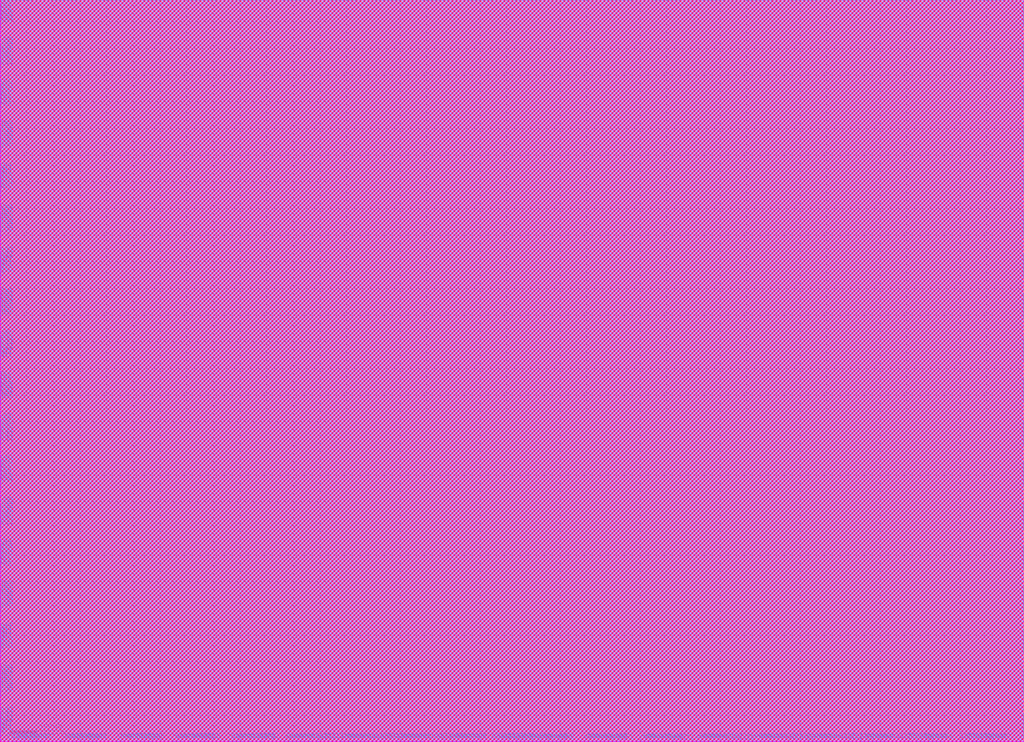
<source format=lef>
# 
#              Synchronous High Speed Single Port SRAM Compiler 
# 
#                    UMC 0.18um GenericII Logic Process
#    __________________________________________________________________________
# 
# 
#      (C) Copyright 2002-2009 Faraday Technology Corp. All Rights Reserved.
#    
#    This source code is an unpublished work belongs to Faraday Technology
#    Corp.  It is considered a trade secret and is not to be divulged or
#    used by parties who have not received written authorization from
#    Faraday Technology Corp.
#    
#    Faraday's home page can be found at:
#    http://www.faraday-tech.com/
#   
#       Module Name      : SRAM
#       Words            : 16384
#       Bits             : 32
#       Byte-Write       : 1
#       Aspect Ratio     : 4
#       Output Loading   : 1.3  (pf)
#       Data Slew        : 2.0  (ns)
#       CK Slew          : 2.0  (ns)
#       Power Ring Width : 2  (um)
# 
# -----------------------------------------------------------------------------
# 
#       Library          : FSA0M_A
#       Memaker          : 200901.2.1
#       Date             : 2018/01/11 13:38:03
# 
# -----------------------------------------------------------------------------


NAMESCASESENSITIVE ON ;
MACRO SRAM
CLASS BLOCK ;
FOREIGN SRAM 0.000 0.000 ;
ORIGIN 0.000 0.000 ;
SIZE 1920.140 BY 1391.600 ;
SYMMETRY x y r90 ;
SITE core ;
PIN VCC
  DIRECTION INOUT ;
  USE POWER ;
  SHAPE ABUTMENT ;
 PORT
  LAYER metal4 ;
  RECT 1919.020 1380.180 1920.140 1383.420 ;
  LAYER metal3 ;
  RECT 1919.020 1380.180 1920.140 1383.420 ;
  LAYER metal2 ;
  RECT 1919.020 1380.180 1920.140 1383.420 ;
  LAYER metal1 ;
  RECT 1919.020 1380.180 1920.140 1383.420 ;
 END
 PORT
  LAYER metal4 ;
  RECT 1919.020 1372.340 1920.140 1375.580 ;
  LAYER metal3 ;
  RECT 1919.020 1372.340 1920.140 1375.580 ;
  LAYER metal2 ;
  RECT 1919.020 1372.340 1920.140 1375.580 ;
  LAYER metal1 ;
  RECT 1919.020 1372.340 1920.140 1375.580 ;
 END
 PORT
  LAYER metal4 ;
  RECT 1919.020 1364.500 1920.140 1367.740 ;
  LAYER metal3 ;
  RECT 1919.020 1364.500 1920.140 1367.740 ;
  LAYER metal2 ;
  RECT 1919.020 1364.500 1920.140 1367.740 ;
  LAYER metal1 ;
  RECT 1919.020 1364.500 1920.140 1367.740 ;
 END
 PORT
  LAYER metal4 ;
  RECT 1919.020 1356.660 1920.140 1359.900 ;
  LAYER metal3 ;
  RECT 1919.020 1356.660 1920.140 1359.900 ;
  LAYER metal2 ;
  RECT 1919.020 1356.660 1920.140 1359.900 ;
  LAYER metal1 ;
  RECT 1919.020 1356.660 1920.140 1359.900 ;
 END
 PORT
  LAYER metal4 ;
  RECT 1919.020 1348.820 1920.140 1352.060 ;
  LAYER metal3 ;
  RECT 1919.020 1348.820 1920.140 1352.060 ;
  LAYER metal2 ;
  RECT 1919.020 1348.820 1920.140 1352.060 ;
  LAYER metal1 ;
  RECT 1919.020 1348.820 1920.140 1352.060 ;
 END
 PORT
  LAYER metal4 ;
  RECT 1919.020 1340.980 1920.140 1344.220 ;
  LAYER metal3 ;
  RECT 1919.020 1340.980 1920.140 1344.220 ;
  LAYER metal2 ;
  RECT 1919.020 1340.980 1920.140 1344.220 ;
  LAYER metal1 ;
  RECT 1919.020 1340.980 1920.140 1344.220 ;
 END
 PORT
  LAYER metal4 ;
  RECT 1919.020 1301.780 1920.140 1305.020 ;
  LAYER metal3 ;
  RECT 1919.020 1301.780 1920.140 1305.020 ;
  LAYER metal2 ;
  RECT 1919.020 1301.780 1920.140 1305.020 ;
  LAYER metal1 ;
  RECT 1919.020 1301.780 1920.140 1305.020 ;
 END
 PORT
  LAYER metal4 ;
  RECT 1919.020 1293.940 1920.140 1297.180 ;
  LAYER metal3 ;
  RECT 1919.020 1293.940 1920.140 1297.180 ;
  LAYER metal2 ;
  RECT 1919.020 1293.940 1920.140 1297.180 ;
  LAYER metal1 ;
  RECT 1919.020 1293.940 1920.140 1297.180 ;
 END
 PORT
  LAYER metal4 ;
  RECT 1919.020 1286.100 1920.140 1289.340 ;
  LAYER metal3 ;
  RECT 1919.020 1286.100 1920.140 1289.340 ;
  LAYER metal2 ;
  RECT 1919.020 1286.100 1920.140 1289.340 ;
  LAYER metal1 ;
  RECT 1919.020 1286.100 1920.140 1289.340 ;
 END
 PORT
  LAYER metal4 ;
  RECT 1919.020 1278.260 1920.140 1281.500 ;
  LAYER metal3 ;
  RECT 1919.020 1278.260 1920.140 1281.500 ;
  LAYER metal2 ;
  RECT 1919.020 1278.260 1920.140 1281.500 ;
  LAYER metal1 ;
  RECT 1919.020 1278.260 1920.140 1281.500 ;
 END
 PORT
  LAYER metal4 ;
  RECT 1919.020 1270.420 1920.140 1273.660 ;
  LAYER metal3 ;
  RECT 1919.020 1270.420 1920.140 1273.660 ;
  LAYER metal2 ;
  RECT 1919.020 1270.420 1920.140 1273.660 ;
  LAYER metal1 ;
  RECT 1919.020 1270.420 1920.140 1273.660 ;
 END
 PORT
  LAYER metal4 ;
  RECT 1919.020 1262.580 1920.140 1265.820 ;
  LAYER metal3 ;
  RECT 1919.020 1262.580 1920.140 1265.820 ;
  LAYER metal2 ;
  RECT 1919.020 1262.580 1920.140 1265.820 ;
  LAYER metal1 ;
  RECT 1919.020 1262.580 1920.140 1265.820 ;
 END
 PORT
  LAYER metal4 ;
  RECT 1919.020 1223.380 1920.140 1226.620 ;
  LAYER metal3 ;
  RECT 1919.020 1223.380 1920.140 1226.620 ;
  LAYER metal2 ;
  RECT 1919.020 1223.380 1920.140 1226.620 ;
  LAYER metal1 ;
  RECT 1919.020 1223.380 1920.140 1226.620 ;
 END
 PORT
  LAYER metal4 ;
  RECT 1919.020 1215.540 1920.140 1218.780 ;
  LAYER metal3 ;
  RECT 1919.020 1215.540 1920.140 1218.780 ;
  LAYER metal2 ;
  RECT 1919.020 1215.540 1920.140 1218.780 ;
  LAYER metal1 ;
  RECT 1919.020 1215.540 1920.140 1218.780 ;
 END
 PORT
  LAYER metal4 ;
  RECT 1919.020 1207.700 1920.140 1210.940 ;
  LAYER metal3 ;
  RECT 1919.020 1207.700 1920.140 1210.940 ;
  LAYER metal2 ;
  RECT 1919.020 1207.700 1920.140 1210.940 ;
  LAYER metal1 ;
  RECT 1919.020 1207.700 1920.140 1210.940 ;
 END
 PORT
  LAYER metal4 ;
  RECT 1919.020 1199.860 1920.140 1203.100 ;
  LAYER metal3 ;
  RECT 1919.020 1199.860 1920.140 1203.100 ;
  LAYER metal2 ;
  RECT 1919.020 1199.860 1920.140 1203.100 ;
  LAYER metal1 ;
  RECT 1919.020 1199.860 1920.140 1203.100 ;
 END
 PORT
  LAYER metal4 ;
  RECT 1919.020 1192.020 1920.140 1195.260 ;
  LAYER metal3 ;
  RECT 1919.020 1192.020 1920.140 1195.260 ;
  LAYER metal2 ;
  RECT 1919.020 1192.020 1920.140 1195.260 ;
  LAYER metal1 ;
  RECT 1919.020 1192.020 1920.140 1195.260 ;
 END
 PORT
  LAYER metal4 ;
  RECT 1919.020 1184.180 1920.140 1187.420 ;
  LAYER metal3 ;
  RECT 1919.020 1184.180 1920.140 1187.420 ;
  LAYER metal2 ;
  RECT 1919.020 1184.180 1920.140 1187.420 ;
  LAYER metal1 ;
  RECT 1919.020 1184.180 1920.140 1187.420 ;
 END
 PORT
  LAYER metal4 ;
  RECT 1919.020 1144.980 1920.140 1148.220 ;
  LAYER metal3 ;
  RECT 1919.020 1144.980 1920.140 1148.220 ;
  LAYER metal2 ;
  RECT 1919.020 1144.980 1920.140 1148.220 ;
  LAYER metal1 ;
  RECT 1919.020 1144.980 1920.140 1148.220 ;
 END
 PORT
  LAYER metal4 ;
  RECT 1919.020 1137.140 1920.140 1140.380 ;
  LAYER metal3 ;
  RECT 1919.020 1137.140 1920.140 1140.380 ;
  LAYER metal2 ;
  RECT 1919.020 1137.140 1920.140 1140.380 ;
  LAYER metal1 ;
  RECT 1919.020 1137.140 1920.140 1140.380 ;
 END
 PORT
  LAYER metal4 ;
  RECT 1919.020 1129.300 1920.140 1132.540 ;
  LAYER metal3 ;
  RECT 1919.020 1129.300 1920.140 1132.540 ;
  LAYER metal2 ;
  RECT 1919.020 1129.300 1920.140 1132.540 ;
  LAYER metal1 ;
  RECT 1919.020 1129.300 1920.140 1132.540 ;
 END
 PORT
  LAYER metal4 ;
  RECT 1919.020 1121.460 1920.140 1124.700 ;
  LAYER metal3 ;
  RECT 1919.020 1121.460 1920.140 1124.700 ;
  LAYER metal2 ;
  RECT 1919.020 1121.460 1920.140 1124.700 ;
  LAYER metal1 ;
  RECT 1919.020 1121.460 1920.140 1124.700 ;
 END
 PORT
  LAYER metal4 ;
  RECT 1919.020 1113.620 1920.140 1116.860 ;
  LAYER metal3 ;
  RECT 1919.020 1113.620 1920.140 1116.860 ;
  LAYER metal2 ;
  RECT 1919.020 1113.620 1920.140 1116.860 ;
  LAYER metal1 ;
  RECT 1919.020 1113.620 1920.140 1116.860 ;
 END
 PORT
  LAYER metal4 ;
  RECT 1919.020 1105.780 1920.140 1109.020 ;
  LAYER metal3 ;
  RECT 1919.020 1105.780 1920.140 1109.020 ;
  LAYER metal2 ;
  RECT 1919.020 1105.780 1920.140 1109.020 ;
  LAYER metal1 ;
  RECT 1919.020 1105.780 1920.140 1109.020 ;
 END
 PORT
  LAYER metal4 ;
  RECT 1919.020 1066.580 1920.140 1069.820 ;
  LAYER metal3 ;
  RECT 1919.020 1066.580 1920.140 1069.820 ;
  LAYER metal2 ;
  RECT 1919.020 1066.580 1920.140 1069.820 ;
  LAYER metal1 ;
  RECT 1919.020 1066.580 1920.140 1069.820 ;
 END
 PORT
  LAYER metal4 ;
  RECT 1919.020 1058.740 1920.140 1061.980 ;
  LAYER metal3 ;
  RECT 1919.020 1058.740 1920.140 1061.980 ;
  LAYER metal2 ;
  RECT 1919.020 1058.740 1920.140 1061.980 ;
  LAYER metal1 ;
  RECT 1919.020 1058.740 1920.140 1061.980 ;
 END
 PORT
  LAYER metal4 ;
  RECT 1919.020 1050.900 1920.140 1054.140 ;
  LAYER metal3 ;
  RECT 1919.020 1050.900 1920.140 1054.140 ;
  LAYER metal2 ;
  RECT 1919.020 1050.900 1920.140 1054.140 ;
  LAYER metal1 ;
  RECT 1919.020 1050.900 1920.140 1054.140 ;
 END
 PORT
  LAYER metal4 ;
  RECT 1919.020 1043.060 1920.140 1046.300 ;
  LAYER metal3 ;
  RECT 1919.020 1043.060 1920.140 1046.300 ;
  LAYER metal2 ;
  RECT 1919.020 1043.060 1920.140 1046.300 ;
  LAYER metal1 ;
  RECT 1919.020 1043.060 1920.140 1046.300 ;
 END
 PORT
  LAYER metal4 ;
  RECT 1919.020 1035.220 1920.140 1038.460 ;
  LAYER metal3 ;
  RECT 1919.020 1035.220 1920.140 1038.460 ;
  LAYER metal2 ;
  RECT 1919.020 1035.220 1920.140 1038.460 ;
  LAYER metal1 ;
  RECT 1919.020 1035.220 1920.140 1038.460 ;
 END
 PORT
  LAYER metal4 ;
  RECT 1919.020 1027.380 1920.140 1030.620 ;
  LAYER metal3 ;
  RECT 1919.020 1027.380 1920.140 1030.620 ;
  LAYER metal2 ;
  RECT 1919.020 1027.380 1920.140 1030.620 ;
  LAYER metal1 ;
  RECT 1919.020 1027.380 1920.140 1030.620 ;
 END
 PORT
  LAYER metal4 ;
  RECT 1919.020 988.180 1920.140 991.420 ;
  LAYER metal3 ;
  RECT 1919.020 988.180 1920.140 991.420 ;
  LAYER metal2 ;
  RECT 1919.020 988.180 1920.140 991.420 ;
  LAYER metal1 ;
  RECT 1919.020 988.180 1920.140 991.420 ;
 END
 PORT
  LAYER metal4 ;
  RECT 1919.020 980.340 1920.140 983.580 ;
  LAYER metal3 ;
  RECT 1919.020 980.340 1920.140 983.580 ;
  LAYER metal2 ;
  RECT 1919.020 980.340 1920.140 983.580 ;
  LAYER metal1 ;
  RECT 1919.020 980.340 1920.140 983.580 ;
 END
 PORT
  LAYER metal4 ;
  RECT 1919.020 972.500 1920.140 975.740 ;
  LAYER metal3 ;
  RECT 1919.020 972.500 1920.140 975.740 ;
  LAYER metal2 ;
  RECT 1919.020 972.500 1920.140 975.740 ;
  LAYER metal1 ;
  RECT 1919.020 972.500 1920.140 975.740 ;
 END
 PORT
  LAYER metal4 ;
  RECT 1919.020 964.660 1920.140 967.900 ;
  LAYER metal3 ;
  RECT 1919.020 964.660 1920.140 967.900 ;
  LAYER metal2 ;
  RECT 1919.020 964.660 1920.140 967.900 ;
  LAYER metal1 ;
  RECT 1919.020 964.660 1920.140 967.900 ;
 END
 PORT
  LAYER metal4 ;
  RECT 1919.020 956.820 1920.140 960.060 ;
  LAYER metal3 ;
  RECT 1919.020 956.820 1920.140 960.060 ;
  LAYER metal2 ;
  RECT 1919.020 956.820 1920.140 960.060 ;
  LAYER metal1 ;
  RECT 1919.020 956.820 1920.140 960.060 ;
 END
 PORT
  LAYER metal4 ;
  RECT 1919.020 948.980 1920.140 952.220 ;
  LAYER metal3 ;
  RECT 1919.020 948.980 1920.140 952.220 ;
  LAYER metal2 ;
  RECT 1919.020 948.980 1920.140 952.220 ;
  LAYER metal1 ;
  RECT 1919.020 948.980 1920.140 952.220 ;
 END
 PORT
  LAYER metal4 ;
  RECT 1919.020 909.780 1920.140 913.020 ;
  LAYER metal3 ;
  RECT 1919.020 909.780 1920.140 913.020 ;
  LAYER metal2 ;
  RECT 1919.020 909.780 1920.140 913.020 ;
  LAYER metal1 ;
  RECT 1919.020 909.780 1920.140 913.020 ;
 END
 PORT
  LAYER metal4 ;
  RECT 1919.020 901.940 1920.140 905.180 ;
  LAYER metal3 ;
  RECT 1919.020 901.940 1920.140 905.180 ;
  LAYER metal2 ;
  RECT 1919.020 901.940 1920.140 905.180 ;
  LAYER metal1 ;
  RECT 1919.020 901.940 1920.140 905.180 ;
 END
 PORT
  LAYER metal4 ;
  RECT 1919.020 894.100 1920.140 897.340 ;
  LAYER metal3 ;
  RECT 1919.020 894.100 1920.140 897.340 ;
  LAYER metal2 ;
  RECT 1919.020 894.100 1920.140 897.340 ;
  LAYER metal1 ;
  RECT 1919.020 894.100 1920.140 897.340 ;
 END
 PORT
  LAYER metal4 ;
  RECT 1919.020 886.260 1920.140 889.500 ;
  LAYER metal3 ;
  RECT 1919.020 886.260 1920.140 889.500 ;
  LAYER metal2 ;
  RECT 1919.020 886.260 1920.140 889.500 ;
  LAYER metal1 ;
  RECT 1919.020 886.260 1920.140 889.500 ;
 END
 PORT
  LAYER metal4 ;
  RECT 1919.020 878.420 1920.140 881.660 ;
  LAYER metal3 ;
  RECT 1919.020 878.420 1920.140 881.660 ;
  LAYER metal2 ;
  RECT 1919.020 878.420 1920.140 881.660 ;
  LAYER metal1 ;
  RECT 1919.020 878.420 1920.140 881.660 ;
 END
 PORT
  LAYER metal4 ;
  RECT 1919.020 870.580 1920.140 873.820 ;
  LAYER metal3 ;
  RECT 1919.020 870.580 1920.140 873.820 ;
  LAYER metal2 ;
  RECT 1919.020 870.580 1920.140 873.820 ;
  LAYER metal1 ;
  RECT 1919.020 870.580 1920.140 873.820 ;
 END
 PORT
  LAYER metal4 ;
  RECT 1919.020 831.380 1920.140 834.620 ;
  LAYER metal3 ;
  RECT 1919.020 831.380 1920.140 834.620 ;
  LAYER metal2 ;
  RECT 1919.020 831.380 1920.140 834.620 ;
  LAYER metal1 ;
  RECT 1919.020 831.380 1920.140 834.620 ;
 END
 PORT
  LAYER metal4 ;
  RECT 1919.020 823.540 1920.140 826.780 ;
  LAYER metal3 ;
  RECT 1919.020 823.540 1920.140 826.780 ;
  LAYER metal2 ;
  RECT 1919.020 823.540 1920.140 826.780 ;
  LAYER metal1 ;
  RECT 1919.020 823.540 1920.140 826.780 ;
 END
 PORT
  LAYER metal4 ;
  RECT 1919.020 815.700 1920.140 818.940 ;
  LAYER metal3 ;
  RECT 1919.020 815.700 1920.140 818.940 ;
  LAYER metal2 ;
  RECT 1919.020 815.700 1920.140 818.940 ;
  LAYER metal1 ;
  RECT 1919.020 815.700 1920.140 818.940 ;
 END
 PORT
  LAYER metal4 ;
  RECT 1919.020 807.860 1920.140 811.100 ;
  LAYER metal3 ;
  RECT 1919.020 807.860 1920.140 811.100 ;
  LAYER metal2 ;
  RECT 1919.020 807.860 1920.140 811.100 ;
  LAYER metal1 ;
  RECT 1919.020 807.860 1920.140 811.100 ;
 END
 PORT
  LAYER metal4 ;
  RECT 1919.020 800.020 1920.140 803.260 ;
  LAYER metal3 ;
  RECT 1919.020 800.020 1920.140 803.260 ;
  LAYER metal2 ;
  RECT 1919.020 800.020 1920.140 803.260 ;
  LAYER metal1 ;
  RECT 1919.020 800.020 1920.140 803.260 ;
 END
 PORT
  LAYER metal4 ;
  RECT 1919.020 792.180 1920.140 795.420 ;
  LAYER metal3 ;
  RECT 1919.020 792.180 1920.140 795.420 ;
  LAYER metal2 ;
  RECT 1919.020 792.180 1920.140 795.420 ;
  LAYER metal1 ;
  RECT 1919.020 792.180 1920.140 795.420 ;
 END
 PORT
  LAYER metal4 ;
  RECT 1919.020 752.980 1920.140 756.220 ;
  LAYER metal3 ;
  RECT 1919.020 752.980 1920.140 756.220 ;
  LAYER metal2 ;
  RECT 1919.020 752.980 1920.140 756.220 ;
  LAYER metal1 ;
  RECT 1919.020 752.980 1920.140 756.220 ;
 END
 PORT
  LAYER metal4 ;
  RECT 1919.020 745.140 1920.140 748.380 ;
  LAYER metal3 ;
  RECT 1919.020 745.140 1920.140 748.380 ;
  LAYER metal2 ;
  RECT 1919.020 745.140 1920.140 748.380 ;
  LAYER metal1 ;
  RECT 1919.020 745.140 1920.140 748.380 ;
 END
 PORT
  LAYER metal4 ;
  RECT 1919.020 737.300 1920.140 740.540 ;
  LAYER metal3 ;
  RECT 1919.020 737.300 1920.140 740.540 ;
  LAYER metal2 ;
  RECT 1919.020 737.300 1920.140 740.540 ;
  LAYER metal1 ;
  RECT 1919.020 737.300 1920.140 740.540 ;
 END
 PORT
  LAYER metal4 ;
  RECT 1919.020 729.460 1920.140 732.700 ;
  LAYER metal3 ;
  RECT 1919.020 729.460 1920.140 732.700 ;
  LAYER metal2 ;
  RECT 1919.020 729.460 1920.140 732.700 ;
  LAYER metal1 ;
  RECT 1919.020 729.460 1920.140 732.700 ;
 END
 PORT
  LAYER metal4 ;
  RECT 1919.020 721.620 1920.140 724.860 ;
  LAYER metal3 ;
  RECT 1919.020 721.620 1920.140 724.860 ;
  LAYER metal2 ;
  RECT 1919.020 721.620 1920.140 724.860 ;
  LAYER metal1 ;
  RECT 1919.020 721.620 1920.140 724.860 ;
 END
 PORT
  LAYER metal4 ;
  RECT 1919.020 713.780 1920.140 717.020 ;
  LAYER metal3 ;
  RECT 1919.020 713.780 1920.140 717.020 ;
  LAYER metal2 ;
  RECT 1919.020 713.780 1920.140 717.020 ;
  LAYER metal1 ;
  RECT 1919.020 713.780 1920.140 717.020 ;
 END
 PORT
  LAYER metal4 ;
  RECT 1919.020 674.580 1920.140 677.820 ;
  LAYER metal3 ;
  RECT 1919.020 674.580 1920.140 677.820 ;
  LAYER metal2 ;
  RECT 1919.020 674.580 1920.140 677.820 ;
  LAYER metal1 ;
  RECT 1919.020 674.580 1920.140 677.820 ;
 END
 PORT
  LAYER metal4 ;
  RECT 1919.020 666.740 1920.140 669.980 ;
  LAYER metal3 ;
  RECT 1919.020 666.740 1920.140 669.980 ;
  LAYER metal2 ;
  RECT 1919.020 666.740 1920.140 669.980 ;
  LAYER metal1 ;
  RECT 1919.020 666.740 1920.140 669.980 ;
 END
 PORT
  LAYER metal4 ;
  RECT 1919.020 658.900 1920.140 662.140 ;
  LAYER metal3 ;
  RECT 1919.020 658.900 1920.140 662.140 ;
  LAYER metal2 ;
  RECT 1919.020 658.900 1920.140 662.140 ;
  LAYER metal1 ;
  RECT 1919.020 658.900 1920.140 662.140 ;
 END
 PORT
  LAYER metal4 ;
  RECT 1919.020 651.060 1920.140 654.300 ;
  LAYER metal3 ;
  RECT 1919.020 651.060 1920.140 654.300 ;
  LAYER metal2 ;
  RECT 1919.020 651.060 1920.140 654.300 ;
  LAYER metal1 ;
  RECT 1919.020 651.060 1920.140 654.300 ;
 END
 PORT
  LAYER metal4 ;
  RECT 1919.020 643.220 1920.140 646.460 ;
  LAYER metal3 ;
  RECT 1919.020 643.220 1920.140 646.460 ;
  LAYER metal2 ;
  RECT 1919.020 643.220 1920.140 646.460 ;
  LAYER metal1 ;
  RECT 1919.020 643.220 1920.140 646.460 ;
 END
 PORT
  LAYER metal4 ;
  RECT 1919.020 635.380 1920.140 638.620 ;
  LAYER metal3 ;
  RECT 1919.020 635.380 1920.140 638.620 ;
  LAYER metal2 ;
  RECT 1919.020 635.380 1920.140 638.620 ;
  LAYER metal1 ;
  RECT 1919.020 635.380 1920.140 638.620 ;
 END
 PORT
  LAYER metal4 ;
  RECT 1919.020 596.180 1920.140 599.420 ;
  LAYER metal3 ;
  RECT 1919.020 596.180 1920.140 599.420 ;
  LAYER metal2 ;
  RECT 1919.020 596.180 1920.140 599.420 ;
  LAYER metal1 ;
  RECT 1919.020 596.180 1920.140 599.420 ;
 END
 PORT
  LAYER metal4 ;
  RECT 1919.020 588.340 1920.140 591.580 ;
  LAYER metal3 ;
  RECT 1919.020 588.340 1920.140 591.580 ;
  LAYER metal2 ;
  RECT 1919.020 588.340 1920.140 591.580 ;
  LAYER metal1 ;
  RECT 1919.020 588.340 1920.140 591.580 ;
 END
 PORT
  LAYER metal4 ;
  RECT 1919.020 580.500 1920.140 583.740 ;
  LAYER metal3 ;
  RECT 1919.020 580.500 1920.140 583.740 ;
  LAYER metal2 ;
  RECT 1919.020 580.500 1920.140 583.740 ;
  LAYER metal1 ;
  RECT 1919.020 580.500 1920.140 583.740 ;
 END
 PORT
  LAYER metal4 ;
  RECT 1919.020 572.660 1920.140 575.900 ;
  LAYER metal3 ;
  RECT 1919.020 572.660 1920.140 575.900 ;
  LAYER metal2 ;
  RECT 1919.020 572.660 1920.140 575.900 ;
  LAYER metal1 ;
  RECT 1919.020 572.660 1920.140 575.900 ;
 END
 PORT
  LAYER metal4 ;
  RECT 1919.020 564.820 1920.140 568.060 ;
  LAYER metal3 ;
  RECT 1919.020 564.820 1920.140 568.060 ;
  LAYER metal2 ;
  RECT 1919.020 564.820 1920.140 568.060 ;
  LAYER metal1 ;
  RECT 1919.020 564.820 1920.140 568.060 ;
 END
 PORT
  LAYER metal4 ;
  RECT 1919.020 556.980 1920.140 560.220 ;
  LAYER metal3 ;
  RECT 1919.020 556.980 1920.140 560.220 ;
  LAYER metal2 ;
  RECT 1919.020 556.980 1920.140 560.220 ;
  LAYER metal1 ;
  RECT 1919.020 556.980 1920.140 560.220 ;
 END
 PORT
  LAYER metal4 ;
  RECT 1919.020 517.780 1920.140 521.020 ;
  LAYER metal3 ;
  RECT 1919.020 517.780 1920.140 521.020 ;
  LAYER metal2 ;
  RECT 1919.020 517.780 1920.140 521.020 ;
  LAYER metal1 ;
  RECT 1919.020 517.780 1920.140 521.020 ;
 END
 PORT
  LAYER metal4 ;
  RECT 1919.020 509.940 1920.140 513.180 ;
  LAYER metal3 ;
  RECT 1919.020 509.940 1920.140 513.180 ;
  LAYER metal2 ;
  RECT 1919.020 509.940 1920.140 513.180 ;
  LAYER metal1 ;
  RECT 1919.020 509.940 1920.140 513.180 ;
 END
 PORT
  LAYER metal4 ;
  RECT 1919.020 502.100 1920.140 505.340 ;
  LAYER metal3 ;
  RECT 1919.020 502.100 1920.140 505.340 ;
  LAYER metal2 ;
  RECT 1919.020 502.100 1920.140 505.340 ;
  LAYER metal1 ;
  RECT 1919.020 502.100 1920.140 505.340 ;
 END
 PORT
  LAYER metal4 ;
  RECT 1919.020 494.260 1920.140 497.500 ;
  LAYER metal3 ;
  RECT 1919.020 494.260 1920.140 497.500 ;
  LAYER metal2 ;
  RECT 1919.020 494.260 1920.140 497.500 ;
  LAYER metal1 ;
  RECT 1919.020 494.260 1920.140 497.500 ;
 END
 PORT
  LAYER metal4 ;
  RECT 1919.020 486.420 1920.140 489.660 ;
  LAYER metal3 ;
  RECT 1919.020 486.420 1920.140 489.660 ;
  LAYER metal2 ;
  RECT 1919.020 486.420 1920.140 489.660 ;
  LAYER metal1 ;
  RECT 1919.020 486.420 1920.140 489.660 ;
 END
 PORT
  LAYER metal4 ;
  RECT 1919.020 478.580 1920.140 481.820 ;
  LAYER metal3 ;
  RECT 1919.020 478.580 1920.140 481.820 ;
  LAYER metal2 ;
  RECT 1919.020 478.580 1920.140 481.820 ;
  LAYER metal1 ;
  RECT 1919.020 478.580 1920.140 481.820 ;
 END
 PORT
  LAYER metal4 ;
  RECT 1919.020 439.380 1920.140 442.620 ;
  LAYER metal3 ;
  RECT 1919.020 439.380 1920.140 442.620 ;
  LAYER metal2 ;
  RECT 1919.020 439.380 1920.140 442.620 ;
  LAYER metal1 ;
  RECT 1919.020 439.380 1920.140 442.620 ;
 END
 PORT
  LAYER metal4 ;
  RECT 1919.020 431.540 1920.140 434.780 ;
  LAYER metal3 ;
  RECT 1919.020 431.540 1920.140 434.780 ;
  LAYER metal2 ;
  RECT 1919.020 431.540 1920.140 434.780 ;
  LAYER metal1 ;
  RECT 1919.020 431.540 1920.140 434.780 ;
 END
 PORT
  LAYER metal4 ;
  RECT 1919.020 423.700 1920.140 426.940 ;
  LAYER metal3 ;
  RECT 1919.020 423.700 1920.140 426.940 ;
  LAYER metal2 ;
  RECT 1919.020 423.700 1920.140 426.940 ;
  LAYER metal1 ;
  RECT 1919.020 423.700 1920.140 426.940 ;
 END
 PORT
  LAYER metal4 ;
  RECT 1919.020 415.860 1920.140 419.100 ;
  LAYER metal3 ;
  RECT 1919.020 415.860 1920.140 419.100 ;
  LAYER metal2 ;
  RECT 1919.020 415.860 1920.140 419.100 ;
  LAYER metal1 ;
  RECT 1919.020 415.860 1920.140 419.100 ;
 END
 PORT
  LAYER metal4 ;
  RECT 1919.020 408.020 1920.140 411.260 ;
  LAYER metal3 ;
  RECT 1919.020 408.020 1920.140 411.260 ;
  LAYER metal2 ;
  RECT 1919.020 408.020 1920.140 411.260 ;
  LAYER metal1 ;
  RECT 1919.020 408.020 1920.140 411.260 ;
 END
 PORT
  LAYER metal4 ;
  RECT 1919.020 400.180 1920.140 403.420 ;
  LAYER metal3 ;
  RECT 1919.020 400.180 1920.140 403.420 ;
  LAYER metal2 ;
  RECT 1919.020 400.180 1920.140 403.420 ;
  LAYER metal1 ;
  RECT 1919.020 400.180 1920.140 403.420 ;
 END
 PORT
  LAYER metal4 ;
  RECT 1919.020 360.980 1920.140 364.220 ;
  LAYER metal3 ;
  RECT 1919.020 360.980 1920.140 364.220 ;
  LAYER metal2 ;
  RECT 1919.020 360.980 1920.140 364.220 ;
  LAYER metal1 ;
  RECT 1919.020 360.980 1920.140 364.220 ;
 END
 PORT
  LAYER metal4 ;
  RECT 1919.020 353.140 1920.140 356.380 ;
  LAYER metal3 ;
  RECT 1919.020 353.140 1920.140 356.380 ;
  LAYER metal2 ;
  RECT 1919.020 353.140 1920.140 356.380 ;
  LAYER metal1 ;
  RECT 1919.020 353.140 1920.140 356.380 ;
 END
 PORT
  LAYER metal4 ;
  RECT 1919.020 345.300 1920.140 348.540 ;
  LAYER metal3 ;
  RECT 1919.020 345.300 1920.140 348.540 ;
  LAYER metal2 ;
  RECT 1919.020 345.300 1920.140 348.540 ;
  LAYER metal1 ;
  RECT 1919.020 345.300 1920.140 348.540 ;
 END
 PORT
  LAYER metal4 ;
  RECT 1919.020 337.460 1920.140 340.700 ;
  LAYER metal3 ;
  RECT 1919.020 337.460 1920.140 340.700 ;
  LAYER metal2 ;
  RECT 1919.020 337.460 1920.140 340.700 ;
  LAYER metal1 ;
  RECT 1919.020 337.460 1920.140 340.700 ;
 END
 PORT
  LAYER metal4 ;
  RECT 1919.020 329.620 1920.140 332.860 ;
  LAYER metal3 ;
  RECT 1919.020 329.620 1920.140 332.860 ;
  LAYER metal2 ;
  RECT 1919.020 329.620 1920.140 332.860 ;
  LAYER metal1 ;
  RECT 1919.020 329.620 1920.140 332.860 ;
 END
 PORT
  LAYER metal4 ;
  RECT 1919.020 321.780 1920.140 325.020 ;
  LAYER metal3 ;
  RECT 1919.020 321.780 1920.140 325.020 ;
  LAYER metal2 ;
  RECT 1919.020 321.780 1920.140 325.020 ;
  LAYER metal1 ;
  RECT 1919.020 321.780 1920.140 325.020 ;
 END
 PORT
  LAYER metal4 ;
  RECT 1919.020 282.580 1920.140 285.820 ;
  LAYER metal3 ;
  RECT 1919.020 282.580 1920.140 285.820 ;
  LAYER metal2 ;
  RECT 1919.020 282.580 1920.140 285.820 ;
  LAYER metal1 ;
  RECT 1919.020 282.580 1920.140 285.820 ;
 END
 PORT
  LAYER metal4 ;
  RECT 1919.020 274.740 1920.140 277.980 ;
  LAYER metal3 ;
  RECT 1919.020 274.740 1920.140 277.980 ;
  LAYER metal2 ;
  RECT 1919.020 274.740 1920.140 277.980 ;
  LAYER metal1 ;
  RECT 1919.020 274.740 1920.140 277.980 ;
 END
 PORT
  LAYER metal4 ;
  RECT 1919.020 266.900 1920.140 270.140 ;
  LAYER metal3 ;
  RECT 1919.020 266.900 1920.140 270.140 ;
  LAYER metal2 ;
  RECT 1919.020 266.900 1920.140 270.140 ;
  LAYER metal1 ;
  RECT 1919.020 266.900 1920.140 270.140 ;
 END
 PORT
  LAYER metal4 ;
  RECT 1919.020 259.060 1920.140 262.300 ;
  LAYER metal3 ;
  RECT 1919.020 259.060 1920.140 262.300 ;
  LAYER metal2 ;
  RECT 1919.020 259.060 1920.140 262.300 ;
  LAYER metal1 ;
  RECT 1919.020 259.060 1920.140 262.300 ;
 END
 PORT
  LAYER metal4 ;
  RECT 1919.020 251.220 1920.140 254.460 ;
  LAYER metal3 ;
  RECT 1919.020 251.220 1920.140 254.460 ;
  LAYER metal2 ;
  RECT 1919.020 251.220 1920.140 254.460 ;
  LAYER metal1 ;
  RECT 1919.020 251.220 1920.140 254.460 ;
 END
 PORT
  LAYER metal4 ;
  RECT 1919.020 243.380 1920.140 246.620 ;
  LAYER metal3 ;
  RECT 1919.020 243.380 1920.140 246.620 ;
  LAYER metal2 ;
  RECT 1919.020 243.380 1920.140 246.620 ;
  LAYER metal1 ;
  RECT 1919.020 243.380 1920.140 246.620 ;
 END
 PORT
  LAYER metal4 ;
  RECT 1919.020 204.180 1920.140 207.420 ;
  LAYER metal3 ;
  RECT 1919.020 204.180 1920.140 207.420 ;
  LAYER metal2 ;
  RECT 1919.020 204.180 1920.140 207.420 ;
  LAYER metal1 ;
  RECT 1919.020 204.180 1920.140 207.420 ;
 END
 PORT
  LAYER metal4 ;
  RECT 1919.020 196.340 1920.140 199.580 ;
  LAYER metal3 ;
  RECT 1919.020 196.340 1920.140 199.580 ;
  LAYER metal2 ;
  RECT 1919.020 196.340 1920.140 199.580 ;
  LAYER metal1 ;
  RECT 1919.020 196.340 1920.140 199.580 ;
 END
 PORT
  LAYER metal4 ;
  RECT 1919.020 188.500 1920.140 191.740 ;
  LAYER metal3 ;
  RECT 1919.020 188.500 1920.140 191.740 ;
  LAYER metal2 ;
  RECT 1919.020 188.500 1920.140 191.740 ;
  LAYER metal1 ;
  RECT 1919.020 188.500 1920.140 191.740 ;
 END
 PORT
  LAYER metal4 ;
  RECT 1919.020 180.660 1920.140 183.900 ;
  LAYER metal3 ;
  RECT 1919.020 180.660 1920.140 183.900 ;
  LAYER metal2 ;
  RECT 1919.020 180.660 1920.140 183.900 ;
  LAYER metal1 ;
  RECT 1919.020 180.660 1920.140 183.900 ;
 END
 PORT
  LAYER metal4 ;
  RECT 1919.020 172.820 1920.140 176.060 ;
  LAYER metal3 ;
  RECT 1919.020 172.820 1920.140 176.060 ;
  LAYER metal2 ;
  RECT 1919.020 172.820 1920.140 176.060 ;
  LAYER metal1 ;
  RECT 1919.020 172.820 1920.140 176.060 ;
 END
 PORT
  LAYER metal4 ;
  RECT 1919.020 164.980 1920.140 168.220 ;
  LAYER metal3 ;
  RECT 1919.020 164.980 1920.140 168.220 ;
  LAYER metal2 ;
  RECT 1919.020 164.980 1920.140 168.220 ;
  LAYER metal1 ;
  RECT 1919.020 164.980 1920.140 168.220 ;
 END
 PORT
  LAYER metal4 ;
  RECT 1919.020 125.780 1920.140 129.020 ;
  LAYER metal3 ;
  RECT 1919.020 125.780 1920.140 129.020 ;
  LAYER metal2 ;
  RECT 1919.020 125.780 1920.140 129.020 ;
  LAYER metal1 ;
  RECT 1919.020 125.780 1920.140 129.020 ;
 END
 PORT
  LAYER metal4 ;
  RECT 1919.020 117.940 1920.140 121.180 ;
  LAYER metal3 ;
  RECT 1919.020 117.940 1920.140 121.180 ;
  LAYER metal2 ;
  RECT 1919.020 117.940 1920.140 121.180 ;
  LAYER metal1 ;
  RECT 1919.020 117.940 1920.140 121.180 ;
 END
 PORT
  LAYER metal4 ;
  RECT 1919.020 110.100 1920.140 113.340 ;
  LAYER metal3 ;
  RECT 1919.020 110.100 1920.140 113.340 ;
  LAYER metal2 ;
  RECT 1919.020 110.100 1920.140 113.340 ;
  LAYER metal1 ;
  RECT 1919.020 110.100 1920.140 113.340 ;
 END
 PORT
  LAYER metal4 ;
  RECT 1919.020 102.260 1920.140 105.500 ;
  LAYER metal3 ;
  RECT 1919.020 102.260 1920.140 105.500 ;
  LAYER metal2 ;
  RECT 1919.020 102.260 1920.140 105.500 ;
  LAYER metal1 ;
  RECT 1919.020 102.260 1920.140 105.500 ;
 END
 PORT
  LAYER metal4 ;
  RECT 1919.020 94.420 1920.140 97.660 ;
  LAYER metal3 ;
  RECT 1919.020 94.420 1920.140 97.660 ;
  LAYER metal2 ;
  RECT 1919.020 94.420 1920.140 97.660 ;
  LAYER metal1 ;
  RECT 1919.020 94.420 1920.140 97.660 ;
 END
 PORT
  LAYER metal4 ;
  RECT 1919.020 86.580 1920.140 89.820 ;
  LAYER metal3 ;
  RECT 1919.020 86.580 1920.140 89.820 ;
  LAYER metal2 ;
  RECT 1919.020 86.580 1920.140 89.820 ;
  LAYER metal1 ;
  RECT 1919.020 86.580 1920.140 89.820 ;
 END
 PORT
  LAYER metal4 ;
  RECT 1919.020 47.380 1920.140 50.620 ;
  LAYER metal3 ;
  RECT 1919.020 47.380 1920.140 50.620 ;
  LAYER metal2 ;
  RECT 1919.020 47.380 1920.140 50.620 ;
  LAYER metal1 ;
  RECT 1919.020 47.380 1920.140 50.620 ;
 END
 PORT
  LAYER metal4 ;
  RECT 1919.020 39.540 1920.140 42.780 ;
  LAYER metal3 ;
  RECT 1919.020 39.540 1920.140 42.780 ;
  LAYER metal2 ;
  RECT 1919.020 39.540 1920.140 42.780 ;
  LAYER metal1 ;
  RECT 1919.020 39.540 1920.140 42.780 ;
 END
 PORT
  LAYER metal4 ;
  RECT 1919.020 31.700 1920.140 34.940 ;
  LAYER metal3 ;
  RECT 1919.020 31.700 1920.140 34.940 ;
  LAYER metal2 ;
  RECT 1919.020 31.700 1920.140 34.940 ;
  LAYER metal1 ;
  RECT 1919.020 31.700 1920.140 34.940 ;
 END
 PORT
  LAYER metal4 ;
  RECT 1919.020 23.860 1920.140 27.100 ;
  LAYER metal3 ;
  RECT 1919.020 23.860 1920.140 27.100 ;
  LAYER metal2 ;
  RECT 1919.020 23.860 1920.140 27.100 ;
  LAYER metal1 ;
  RECT 1919.020 23.860 1920.140 27.100 ;
 END
 PORT
  LAYER metal4 ;
  RECT 1919.020 16.020 1920.140 19.260 ;
  LAYER metal3 ;
  RECT 1919.020 16.020 1920.140 19.260 ;
  LAYER metal2 ;
  RECT 1919.020 16.020 1920.140 19.260 ;
  LAYER metal1 ;
  RECT 1919.020 16.020 1920.140 19.260 ;
 END
 PORT
  LAYER metal4 ;
  RECT 1919.020 8.180 1920.140 11.420 ;
  LAYER metal3 ;
  RECT 1919.020 8.180 1920.140 11.420 ;
  LAYER metal2 ;
  RECT 1919.020 8.180 1920.140 11.420 ;
  LAYER metal1 ;
  RECT 1919.020 8.180 1920.140 11.420 ;
 END
 PORT
  LAYER metal4 ;
  RECT 0.000 1380.180 1.120 1383.420 ;
  LAYER metal3 ;
  RECT 0.000 1380.180 1.120 1383.420 ;
  LAYER metal2 ;
  RECT 0.000 1380.180 1.120 1383.420 ;
  LAYER metal1 ;
  RECT 0.000 1380.180 1.120 1383.420 ;
 END
 PORT
  LAYER metal4 ;
  RECT 0.000 1372.340 1.120 1375.580 ;
  LAYER metal3 ;
  RECT 0.000 1372.340 1.120 1375.580 ;
  LAYER metal2 ;
  RECT 0.000 1372.340 1.120 1375.580 ;
  LAYER metal1 ;
  RECT 0.000 1372.340 1.120 1375.580 ;
 END
 PORT
  LAYER metal4 ;
  RECT 0.000 1364.500 1.120 1367.740 ;
  LAYER metal3 ;
  RECT 0.000 1364.500 1.120 1367.740 ;
  LAYER metal2 ;
  RECT 0.000 1364.500 1.120 1367.740 ;
  LAYER metal1 ;
  RECT 0.000 1364.500 1.120 1367.740 ;
 END
 PORT
  LAYER metal4 ;
  RECT 0.000 1356.660 1.120 1359.900 ;
  LAYER metal3 ;
  RECT 0.000 1356.660 1.120 1359.900 ;
  LAYER metal2 ;
  RECT 0.000 1356.660 1.120 1359.900 ;
  LAYER metal1 ;
  RECT 0.000 1356.660 1.120 1359.900 ;
 END
 PORT
  LAYER metal4 ;
  RECT 0.000 1348.820 1.120 1352.060 ;
  LAYER metal3 ;
  RECT 0.000 1348.820 1.120 1352.060 ;
  LAYER metal2 ;
  RECT 0.000 1348.820 1.120 1352.060 ;
  LAYER metal1 ;
  RECT 0.000 1348.820 1.120 1352.060 ;
 END
 PORT
  LAYER metal4 ;
  RECT 0.000 1340.980 1.120 1344.220 ;
  LAYER metal3 ;
  RECT 0.000 1340.980 1.120 1344.220 ;
  LAYER metal2 ;
  RECT 0.000 1340.980 1.120 1344.220 ;
  LAYER metal1 ;
  RECT 0.000 1340.980 1.120 1344.220 ;
 END
 PORT
  LAYER metal4 ;
  RECT 0.000 1301.780 1.120 1305.020 ;
  LAYER metal3 ;
  RECT 0.000 1301.780 1.120 1305.020 ;
  LAYER metal2 ;
  RECT 0.000 1301.780 1.120 1305.020 ;
  LAYER metal1 ;
  RECT 0.000 1301.780 1.120 1305.020 ;
 END
 PORT
  LAYER metal4 ;
  RECT 0.000 1293.940 1.120 1297.180 ;
  LAYER metal3 ;
  RECT 0.000 1293.940 1.120 1297.180 ;
  LAYER metal2 ;
  RECT 0.000 1293.940 1.120 1297.180 ;
  LAYER metal1 ;
  RECT 0.000 1293.940 1.120 1297.180 ;
 END
 PORT
  LAYER metal4 ;
  RECT 0.000 1286.100 1.120 1289.340 ;
  LAYER metal3 ;
  RECT 0.000 1286.100 1.120 1289.340 ;
  LAYER metal2 ;
  RECT 0.000 1286.100 1.120 1289.340 ;
  LAYER metal1 ;
  RECT 0.000 1286.100 1.120 1289.340 ;
 END
 PORT
  LAYER metal4 ;
  RECT 0.000 1278.260 1.120 1281.500 ;
  LAYER metal3 ;
  RECT 0.000 1278.260 1.120 1281.500 ;
  LAYER metal2 ;
  RECT 0.000 1278.260 1.120 1281.500 ;
  LAYER metal1 ;
  RECT 0.000 1278.260 1.120 1281.500 ;
 END
 PORT
  LAYER metal4 ;
  RECT 0.000 1270.420 1.120 1273.660 ;
  LAYER metal3 ;
  RECT 0.000 1270.420 1.120 1273.660 ;
  LAYER metal2 ;
  RECT 0.000 1270.420 1.120 1273.660 ;
  LAYER metal1 ;
  RECT 0.000 1270.420 1.120 1273.660 ;
 END
 PORT
  LAYER metal4 ;
  RECT 0.000 1262.580 1.120 1265.820 ;
  LAYER metal3 ;
  RECT 0.000 1262.580 1.120 1265.820 ;
  LAYER metal2 ;
  RECT 0.000 1262.580 1.120 1265.820 ;
  LAYER metal1 ;
  RECT 0.000 1262.580 1.120 1265.820 ;
 END
 PORT
  LAYER metal4 ;
  RECT 0.000 1223.380 1.120 1226.620 ;
  LAYER metal3 ;
  RECT 0.000 1223.380 1.120 1226.620 ;
  LAYER metal2 ;
  RECT 0.000 1223.380 1.120 1226.620 ;
  LAYER metal1 ;
  RECT 0.000 1223.380 1.120 1226.620 ;
 END
 PORT
  LAYER metal4 ;
  RECT 0.000 1215.540 1.120 1218.780 ;
  LAYER metal3 ;
  RECT 0.000 1215.540 1.120 1218.780 ;
  LAYER metal2 ;
  RECT 0.000 1215.540 1.120 1218.780 ;
  LAYER metal1 ;
  RECT 0.000 1215.540 1.120 1218.780 ;
 END
 PORT
  LAYER metal4 ;
  RECT 0.000 1207.700 1.120 1210.940 ;
  LAYER metal3 ;
  RECT 0.000 1207.700 1.120 1210.940 ;
  LAYER metal2 ;
  RECT 0.000 1207.700 1.120 1210.940 ;
  LAYER metal1 ;
  RECT 0.000 1207.700 1.120 1210.940 ;
 END
 PORT
  LAYER metal4 ;
  RECT 0.000 1199.860 1.120 1203.100 ;
  LAYER metal3 ;
  RECT 0.000 1199.860 1.120 1203.100 ;
  LAYER metal2 ;
  RECT 0.000 1199.860 1.120 1203.100 ;
  LAYER metal1 ;
  RECT 0.000 1199.860 1.120 1203.100 ;
 END
 PORT
  LAYER metal4 ;
  RECT 0.000 1192.020 1.120 1195.260 ;
  LAYER metal3 ;
  RECT 0.000 1192.020 1.120 1195.260 ;
  LAYER metal2 ;
  RECT 0.000 1192.020 1.120 1195.260 ;
  LAYER metal1 ;
  RECT 0.000 1192.020 1.120 1195.260 ;
 END
 PORT
  LAYER metal4 ;
  RECT 0.000 1184.180 1.120 1187.420 ;
  LAYER metal3 ;
  RECT 0.000 1184.180 1.120 1187.420 ;
  LAYER metal2 ;
  RECT 0.000 1184.180 1.120 1187.420 ;
  LAYER metal1 ;
  RECT 0.000 1184.180 1.120 1187.420 ;
 END
 PORT
  LAYER metal4 ;
  RECT 0.000 1144.980 1.120 1148.220 ;
  LAYER metal3 ;
  RECT 0.000 1144.980 1.120 1148.220 ;
  LAYER metal2 ;
  RECT 0.000 1144.980 1.120 1148.220 ;
  LAYER metal1 ;
  RECT 0.000 1144.980 1.120 1148.220 ;
 END
 PORT
  LAYER metal4 ;
  RECT 0.000 1137.140 1.120 1140.380 ;
  LAYER metal3 ;
  RECT 0.000 1137.140 1.120 1140.380 ;
  LAYER metal2 ;
  RECT 0.000 1137.140 1.120 1140.380 ;
  LAYER metal1 ;
  RECT 0.000 1137.140 1.120 1140.380 ;
 END
 PORT
  LAYER metal4 ;
  RECT 0.000 1129.300 1.120 1132.540 ;
  LAYER metal3 ;
  RECT 0.000 1129.300 1.120 1132.540 ;
  LAYER metal2 ;
  RECT 0.000 1129.300 1.120 1132.540 ;
  LAYER metal1 ;
  RECT 0.000 1129.300 1.120 1132.540 ;
 END
 PORT
  LAYER metal4 ;
  RECT 0.000 1121.460 1.120 1124.700 ;
  LAYER metal3 ;
  RECT 0.000 1121.460 1.120 1124.700 ;
  LAYER metal2 ;
  RECT 0.000 1121.460 1.120 1124.700 ;
  LAYER metal1 ;
  RECT 0.000 1121.460 1.120 1124.700 ;
 END
 PORT
  LAYER metal4 ;
  RECT 0.000 1113.620 1.120 1116.860 ;
  LAYER metal3 ;
  RECT 0.000 1113.620 1.120 1116.860 ;
  LAYER metal2 ;
  RECT 0.000 1113.620 1.120 1116.860 ;
  LAYER metal1 ;
  RECT 0.000 1113.620 1.120 1116.860 ;
 END
 PORT
  LAYER metal4 ;
  RECT 0.000 1105.780 1.120 1109.020 ;
  LAYER metal3 ;
  RECT 0.000 1105.780 1.120 1109.020 ;
  LAYER metal2 ;
  RECT 0.000 1105.780 1.120 1109.020 ;
  LAYER metal1 ;
  RECT 0.000 1105.780 1.120 1109.020 ;
 END
 PORT
  LAYER metal4 ;
  RECT 0.000 1066.580 1.120 1069.820 ;
  LAYER metal3 ;
  RECT 0.000 1066.580 1.120 1069.820 ;
  LAYER metal2 ;
  RECT 0.000 1066.580 1.120 1069.820 ;
  LAYER metal1 ;
  RECT 0.000 1066.580 1.120 1069.820 ;
 END
 PORT
  LAYER metal4 ;
  RECT 0.000 1058.740 1.120 1061.980 ;
  LAYER metal3 ;
  RECT 0.000 1058.740 1.120 1061.980 ;
  LAYER metal2 ;
  RECT 0.000 1058.740 1.120 1061.980 ;
  LAYER metal1 ;
  RECT 0.000 1058.740 1.120 1061.980 ;
 END
 PORT
  LAYER metal4 ;
  RECT 0.000 1050.900 1.120 1054.140 ;
  LAYER metal3 ;
  RECT 0.000 1050.900 1.120 1054.140 ;
  LAYER metal2 ;
  RECT 0.000 1050.900 1.120 1054.140 ;
  LAYER metal1 ;
  RECT 0.000 1050.900 1.120 1054.140 ;
 END
 PORT
  LAYER metal4 ;
  RECT 0.000 1043.060 1.120 1046.300 ;
  LAYER metal3 ;
  RECT 0.000 1043.060 1.120 1046.300 ;
  LAYER metal2 ;
  RECT 0.000 1043.060 1.120 1046.300 ;
  LAYER metal1 ;
  RECT 0.000 1043.060 1.120 1046.300 ;
 END
 PORT
  LAYER metal4 ;
  RECT 0.000 1035.220 1.120 1038.460 ;
  LAYER metal3 ;
  RECT 0.000 1035.220 1.120 1038.460 ;
  LAYER metal2 ;
  RECT 0.000 1035.220 1.120 1038.460 ;
  LAYER metal1 ;
  RECT 0.000 1035.220 1.120 1038.460 ;
 END
 PORT
  LAYER metal4 ;
  RECT 0.000 1027.380 1.120 1030.620 ;
  LAYER metal3 ;
  RECT 0.000 1027.380 1.120 1030.620 ;
  LAYER metal2 ;
  RECT 0.000 1027.380 1.120 1030.620 ;
  LAYER metal1 ;
  RECT 0.000 1027.380 1.120 1030.620 ;
 END
 PORT
  LAYER metal4 ;
  RECT 0.000 988.180 1.120 991.420 ;
  LAYER metal3 ;
  RECT 0.000 988.180 1.120 991.420 ;
  LAYER metal2 ;
  RECT 0.000 988.180 1.120 991.420 ;
  LAYER metal1 ;
  RECT 0.000 988.180 1.120 991.420 ;
 END
 PORT
  LAYER metal4 ;
  RECT 0.000 980.340 1.120 983.580 ;
  LAYER metal3 ;
  RECT 0.000 980.340 1.120 983.580 ;
  LAYER metal2 ;
  RECT 0.000 980.340 1.120 983.580 ;
  LAYER metal1 ;
  RECT 0.000 980.340 1.120 983.580 ;
 END
 PORT
  LAYER metal4 ;
  RECT 0.000 972.500 1.120 975.740 ;
  LAYER metal3 ;
  RECT 0.000 972.500 1.120 975.740 ;
  LAYER metal2 ;
  RECT 0.000 972.500 1.120 975.740 ;
  LAYER metal1 ;
  RECT 0.000 972.500 1.120 975.740 ;
 END
 PORT
  LAYER metal4 ;
  RECT 0.000 964.660 1.120 967.900 ;
  LAYER metal3 ;
  RECT 0.000 964.660 1.120 967.900 ;
  LAYER metal2 ;
  RECT 0.000 964.660 1.120 967.900 ;
  LAYER metal1 ;
  RECT 0.000 964.660 1.120 967.900 ;
 END
 PORT
  LAYER metal4 ;
  RECT 0.000 956.820 1.120 960.060 ;
  LAYER metal3 ;
  RECT 0.000 956.820 1.120 960.060 ;
  LAYER metal2 ;
  RECT 0.000 956.820 1.120 960.060 ;
  LAYER metal1 ;
  RECT 0.000 956.820 1.120 960.060 ;
 END
 PORT
  LAYER metal4 ;
  RECT 0.000 948.980 1.120 952.220 ;
  LAYER metal3 ;
  RECT 0.000 948.980 1.120 952.220 ;
  LAYER metal2 ;
  RECT 0.000 948.980 1.120 952.220 ;
  LAYER metal1 ;
  RECT 0.000 948.980 1.120 952.220 ;
 END
 PORT
  LAYER metal4 ;
  RECT 0.000 909.780 1.120 913.020 ;
  LAYER metal3 ;
  RECT 0.000 909.780 1.120 913.020 ;
  LAYER metal2 ;
  RECT 0.000 909.780 1.120 913.020 ;
  LAYER metal1 ;
  RECT 0.000 909.780 1.120 913.020 ;
 END
 PORT
  LAYER metal4 ;
  RECT 0.000 901.940 1.120 905.180 ;
  LAYER metal3 ;
  RECT 0.000 901.940 1.120 905.180 ;
  LAYER metal2 ;
  RECT 0.000 901.940 1.120 905.180 ;
  LAYER metal1 ;
  RECT 0.000 901.940 1.120 905.180 ;
 END
 PORT
  LAYER metal4 ;
  RECT 0.000 894.100 1.120 897.340 ;
  LAYER metal3 ;
  RECT 0.000 894.100 1.120 897.340 ;
  LAYER metal2 ;
  RECT 0.000 894.100 1.120 897.340 ;
  LAYER metal1 ;
  RECT 0.000 894.100 1.120 897.340 ;
 END
 PORT
  LAYER metal4 ;
  RECT 0.000 886.260 1.120 889.500 ;
  LAYER metal3 ;
  RECT 0.000 886.260 1.120 889.500 ;
  LAYER metal2 ;
  RECT 0.000 886.260 1.120 889.500 ;
  LAYER metal1 ;
  RECT 0.000 886.260 1.120 889.500 ;
 END
 PORT
  LAYER metal4 ;
  RECT 0.000 878.420 1.120 881.660 ;
  LAYER metal3 ;
  RECT 0.000 878.420 1.120 881.660 ;
  LAYER metal2 ;
  RECT 0.000 878.420 1.120 881.660 ;
  LAYER metal1 ;
  RECT 0.000 878.420 1.120 881.660 ;
 END
 PORT
  LAYER metal4 ;
  RECT 0.000 870.580 1.120 873.820 ;
  LAYER metal3 ;
  RECT 0.000 870.580 1.120 873.820 ;
  LAYER metal2 ;
  RECT 0.000 870.580 1.120 873.820 ;
  LAYER metal1 ;
  RECT 0.000 870.580 1.120 873.820 ;
 END
 PORT
  LAYER metal4 ;
  RECT 0.000 831.380 1.120 834.620 ;
  LAYER metal3 ;
  RECT 0.000 831.380 1.120 834.620 ;
  LAYER metal2 ;
  RECT 0.000 831.380 1.120 834.620 ;
  LAYER metal1 ;
  RECT 0.000 831.380 1.120 834.620 ;
 END
 PORT
  LAYER metal4 ;
  RECT 0.000 823.540 1.120 826.780 ;
  LAYER metal3 ;
  RECT 0.000 823.540 1.120 826.780 ;
  LAYER metal2 ;
  RECT 0.000 823.540 1.120 826.780 ;
  LAYER metal1 ;
  RECT 0.000 823.540 1.120 826.780 ;
 END
 PORT
  LAYER metal4 ;
  RECT 0.000 815.700 1.120 818.940 ;
  LAYER metal3 ;
  RECT 0.000 815.700 1.120 818.940 ;
  LAYER metal2 ;
  RECT 0.000 815.700 1.120 818.940 ;
  LAYER metal1 ;
  RECT 0.000 815.700 1.120 818.940 ;
 END
 PORT
  LAYER metal4 ;
  RECT 0.000 807.860 1.120 811.100 ;
  LAYER metal3 ;
  RECT 0.000 807.860 1.120 811.100 ;
  LAYER metal2 ;
  RECT 0.000 807.860 1.120 811.100 ;
  LAYER metal1 ;
  RECT 0.000 807.860 1.120 811.100 ;
 END
 PORT
  LAYER metal4 ;
  RECT 0.000 800.020 1.120 803.260 ;
  LAYER metal3 ;
  RECT 0.000 800.020 1.120 803.260 ;
  LAYER metal2 ;
  RECT 0.000 800.020 1.120 803.260 ;
  LAYER metal1 ;
  RECT 0.000 800.020 1.120 803.260 ;
 END
 PORT
  LAYER metal4 ;
  RECT 0.000 792.180 1.120 795.420 ;
  LAYER metal3 ;
  RECT 0.000 792.180 1.120 795.420 ;
  LAYER metal2 ;
  RECT 0.000 792.180 1.120 795.420 ;
  LAYER metal1 ;
  RECT 0.000 792.180 1.120 795.420 ;
 END
 PORT
  LAYER metal4 ;
  RECT 0.000 752.980 1.120 756.220 ;
  LAYER metal3 ;
  RECT 0.000 752.980 1.120 756.220 ;
  LAYER metal2 ;
  RECT 0.000 752.980 1.120 756.220 ;
  LAYER metal1 ;
  RECT 0.000 752.980 1.120 756.220 ;
 END
 PORT
  LAYER metal4 ;
  RECT 0.000 745.140 1.120 748.380 ;
  LAYER metal3 ;
  RECT 0.000 745.140 1.120 748.380 ;
  LAYER metal2 ;
  RECT 0.000 745.140 1.120 748.380 ;
  LAYER metal1 ;
  RECT 0.000 745.140 1.120 748.380 ;
 END
 PORT
  LAYER metal4 ;
  RECT 0.000 737.300 1.120 740.540 ;
  LAYER metal3 ;
  RECT 0.000 737.300 1.120 740.540 ;
  LAYER metal2 ;
  RECT 0.000 737.300 1.120 740.540 ;
  LAYER metal1 ;
  RECT 0.000 737.300 1.120 740.540 ;
 END
 PORT
  LAYER metal4 ;
  RECT 0.000 729.460 1.120 732.700 ;
  LAYER metal3 ;
  RECT 0.000 729.460 1.120 732.700 ;
  LAYER metal2 ;
  RECT 0.000 729.460 1.120 732.700 ;
  LAYER metal1 ;
  RECT 0.000 729.460 1.120 732.700 ;
 END
 PORT
  LAYER metal4 ;
  RECT 0.000 721.620 1.120 724.860 ;
  LAYER metal3 ;
  RECT 0.000 721.620 1.120 724.860 ;
  LAYER metal2 ;
  RECT 0.000 721.620 1.120 724.860 ;
  LAYER metal1 ;
  RECT 0.000 721.620 1.120 724.860 ;
 END
 PORT
  LAYER metal4 ;
  RECT 0.000 713.780 1.120 717.020 ;
  LAYER metal3 ;
  RECT 0.000 713.780 1.120 717.020 ;
  LAYER metal2 ;
  RECT 0.000 713.780 1.120 717.020 ;
  LAYER metal1 ;
  RECT 0.000 713.780 1.120 717.020 ;
 END
 PORT
  LAYER metal4 ;
  RECT 0.000 674.580 1.120 677.820 ;
  LAYER metal3 ;
  RECT 0.000 674.580 1.120 677.820 ;
  LAYER metal2 ;
  RECT 0.000 674.580 1.120 677.820 ;
  LAYER metal1 ;
  RECT 0.000 674.580 1.120 677.820 ;
 END
 PORT
  LAYER metal4 ;
  RECT 0.000 666.740 1.120 669.980 ;
  LAYER metal3 ;
  RECT 0.000 666.740 1.120 669.980 ;
  LAYER metal2 ;
  RECT 0.000 666.740 1.120 669.980 ;
  LAYER metal1 ;
  RECT 0.000 666.740 1.120 669.980 ;
 END
 PORT
  LAYER metal4 ;
  RECT 0.000 658.900 1.120 662.140 ;
  LAYER metal3 ;
  RECT 0.000 658.900 1.120 662.140 ;
  LAYER metal2 ;
  RECT 0.000 658.900 1.120 662.140 ;
  LAYER metal1 ;
  RECT 0.000 658.900 1.120 662.140 ;
 END
 PORT
  LAYER metal4 ;
  RECT 0.000 651.060 1.120 654.300 ;
  LAYER metal3 ;
  RECT 0.000 651.060 1.120 654.300 ;
  LAYER metal2 ;
  RECT 0.000 651.060 1.120 654.300 ;
  LAYER metal1 ;
  RECT 0.000 651.060 1.120 654.300 ;
 END
 PORT
  LAYER metal4 ;
  RECT 0.000 643.220 1.120 646.460 ;
  LAYER metal3 ;
  RECT 0.000 643.220 1.120 646.460 ;
  LAYER metal2 ;
  RECT 0.000 643.220 1.120 646.460 ;
  LAYER metal1 ;
  RECT 0.000 643.220 1.120 646.460 ;
 END
 PORT
  LAYER metal4 ;
  RECT 0.000 635.380 1.120 638.620 ;
  LAYER metal3 ;
  RECT 0.000 635.380 1.120 638.620 ;
  LAYER metal2 ;
  RECT 0.000 635.380 1.120 638.620 ;
  LAYER metal1 ;
  RECT 0.000 635.380 1.120 638.620 ;
 END
 PORT
  LAYER metal4 ;
  RECT 0.000 596.180 1.120 599.420 ;
  LAYER metal3 ;
  RECT 0.000 596.180 1.120 599.420 ;
  LAYER metal2 ;
  RECT 0.000 596.180 1.120 599.420 ;
  LAYER metal1 ;
  RECT 0.000 596.180 1.120 599.420 ;
 END
 PORT
  LAYER metal4 ;
  RECT 0.000 588.340 1.120 591.580 ;
  LAYER metal3 ;
  RECT 0.000 588.340 1.120 591.580 ;
  LAYER metal2 ;
  RECT 0.000 588.340 1.120 591.580 ;
  LAYER metal1 ;
  RECT 0.000 588.340 1.120 591.580 ;
 END
 PORT
  LAYER metal4 ;
  RECT 0.000 580.500 1.120 583.740 ;
  LAYER metal3 ;
  RECT 0.000 580.500 1.120 583.740 ;
  LAYER metal2 ;
  RECT 0.000 580.500 1.120 583.740 ;
  LAYER metal1 ;
  RECT 0.000 580.500 1.120 583.740 ;
 END
 PORT
  LAYER metal4 ;
  RECT 0.000 572.660 1.120 575.900 ;
  LAYER metal3 ;
  RECT 0.000 572.660 1.120 575.900 ;
  LAYER metal2 ;
  RECT 0.000 572.660 1.120 575.900 ;
  LAYER metal1 ;
  RECT 0.000 572.660 1.120 575.900 ;
 END
 PORT
  LAYER metal4 ;
  RECT 0.000 564.820 1.120 568.060 ;
  LAYER metal3 ;
  RECT 0.000 564.820 1.120 568.060 ;
  LAYER metal2 ;
  RECT 0.000 564.820 1.120 568.060 ;
  LAYER metal1 ;
  RECT 0.000 564.820 1.120 568.060 ;
 END
 PORT
  LAYER metal4 ;
  RECT 0.000 556.980 1.120 560.220 ;
  LAYER metal3 ;
  RECT 0.000 556.980 1.120 560.220 ;
  LAYER metal2 ;
  RECT 0.000 556.980 1.120 560.220 ;
  LAYER metal1 ;
  RECT 0.000 556.980 1.120 560.220 ;
 END
 PORT
  LAYER metal4 ;
  RECT 0.000 517.780 1.120 521.020 ;
  LAYER metal3 ;
  RECT 0.000 517.780 1.120 521.020 ;
  LAYER metal2 ;
  RECT 0.000 517.780 1.120 521.020 ;
  LAYER metal1 ;
  RECT 0.000 517.780 1.120 521.020 ;
 END
 PORT
  LAYER metal4 ;
  RECT 0.000 509.940 1.120 513.180 ;
  LAYER metal3 ;
  RECT 0.000 509.940 1.120 513.180 ;
  LAYER metal2 ;
  RECT 0.000 509.940 1.120 513.180 ;
  LAYER metal1 ;
  RECT 0.000 509.940 1.120 513.180 ;
 END
 PORT
  LAYER metal4 ;
  RECT 0.000 502.100 1.120 505.340 ;
  LAYER metal3 ;
  RECT 0.000 502.100 1.120 505.340 ;
  LAYER metal2 ;
  RECT 0.000 502.100 1.120 505.340 ;
  LAYER metal1 ;
  RECT 0.000 502.100 1.120 505.340 ;
 END
 PORT
  LAYER metal4 ;
  RECT 0.000 494.260 1.120 497.500 ;
  LAYER metal3 ;
  RECT 0.000 494.260 1.120 497.500 ;
  LAYER metal2 ;
  RECT 0.000 494.260 1.120 497.500 ;
  LAYER metal1 ;
  RECT 0.000 494.260 1.120 497.500 ;
 END
 PORT
  LAYER metal4 ;
  RECT 0.000 486.420 1.120 489.660 ;
  LAYER metal3 ;
  RECT 0.000 486.420 1.120 489.660 ;
  LAYER metal2 ;
  RECT 0.000 486.420 1.120 489.660 ;
  LAYER metal1 ;
  RECT 0.000 486.420 1.120 489.660 ;
 END
 PORT
  LAYER metal4 ;
  RECT 0.000 478.580 1.120 481.820 ;
  LAYER metal3 ;
  RECT 0.000 478.580 1.120 481.820 ;
  LAYER metal2 ;
  RECT 0.000 478.580 1.120 481.820 ;
  LAYER metal1 ;
  RECT 0.000 478.580 1.120 481.820 ;
 END
 PORT
  LAYER metal4 ;
  RECT 0.000 439.380 1.120 442.620 ;
  LAYER metal3 ;
  RECT 0.000 439.380 1.120 442.620 ;
  LAYER metal2 ;
  RECT 0.000 439.380 1.120 442.620 ;
  LAYER metal1 ;
  RECT 0.000 439.380 1.120 442.620 ;
 END
 PORT
  LAYER metal4 ;
  RECT 0.000 431.540 1.120 434.780 ;
  LAYER metal3 ;
  RECT 0.000 431.540 1.120 434.780 ;
  LAYER metal2 ;
  RECT 0.000 431.540 1.120 434.780 ;
  LAYER metal1 ;
  RECT 0.000 431.540 1.120 434.780 ;
 END
 PORT
  LAYER metal4 ;
  RECT 0.000 423.700 1.120 426.940 ;
  LAYER metal3 ;
  RECT 0.000 423.700 1.120 426.940 ;
  LAYER metal2 ;
  RECT 0.000 423.700 1.120 426.940 ;
  LAYER metal1 ;
  RECT 0.000 423.700 1.120 426.940 ;
 END
 PORT
  LAYER metal4 ;
  RECT 0.000 415.860 1.120 419.100 ;
  LAYER metal3 ;
  RECT 0.000 415.860 1.120 419.100 ;
  LAYER metal2 ;
  RECT 0.000 415.860 1.120 419.100 ;
  LAYER metal1 ;
  RECT 0.000 415.860 1.120 419.100 ;
 END
 PORT
  LAYER metal4 ;
  RECT 0.000 408.020 1.120 411.260 ;
  LAYER metal3 ;
  RECT 0.000 408.020 1.120 411.260 ;
  LAYER metal2 ;
  RECT 0.000 408.020 1.120 411.260 ;
  LAYER metal1 ;
  RECT 0.000 408.020 1.120 411.260 ;
 END
 PORT
  LAYER metal4 ;
  RECT 0.000 400.180 1.120 403.420 ;
  LAYER metal3 ;
  RECT 0.000 400.180 1.120 403.420 ;
  LAYER metal2 ;
  RECT 0.000 400.180 1.120 403.420 ;
  LAYER metal1 ;
  RECT 0.000 400.180 1.120 403.420 ;
 END
 PORT
  LAYER metal4 ;
  RECT 0.000 360.980 1.120 364.220 ;
  LAYER metal3 ;
  RECT 0.000 360.980 1.120 364.220 ;
  LAYER metal2 ;
  RECT 0.000 360.980 1.120 364.220 ;
  LAYER metal1 ;
  RECT 0.000 360.980 1.120 364.220 ;
 END
 PORT
  LAYER metal4 ;
  RECT 0.000 353.140 1.120 356.380 ;
  LAYER metal3 ;
  RECT 0.000 353.140 1.120 356.380 ;
  LAYER metal2 ;
  RECT 0.000 353.140 1.120 356.380 ;
  LAYER metal1 ;
  RECT 0.000 353.140 1.120 356.380 ;
 END
 PORT
  LAYER metal4 ;
  RECT 0.000 345.300 1.120 348.540 ;
  LAYER metal3 ;
  RECT 0.000 345.300 1.120 348.540 ;
  LAYER metal2 ;
  RECT 0.000 345.300 1.120 348.540 ;
  LAYER metal1 ;
  RECT 0.000 345.300 1.120 348.540 ;
 END
 PORT
  LAYER metal4 ;
  RECT 0.000 337.460 1.120 340.700 ;
  LAYER metal3 ;
  RECT 0.000 337.460 1.120 340.700 ;
  LAYER metal2 ;
  RECT 0.000 337.460 1.120 340.700 ;
  LAYER metal1 ;
  RECT 0.000 337.460 1.120 340.700 ;
 END
 PORT
  LAYER metal4 ;
  RECT 0.000 329.620 1.120 332.860 ;
  LAYER metal3 ;
  RECT 0.000 329.620 1.120 332.860 ;
  LAYER metal2 ;
  RECT 0.000 329.620 1.120 332.860 ;
  LAYER metal1 ;
  RECT 0.000 329.620 1.120 332.860 ;
 END
 PORT
  LAYER metal4 ;
  RECT 0.000 321.780 1.120 325.020 ;
  LAYER metal3 ;
  RECT 0.000 321.780 1.120 325.020 ;
  LAYER metal2 ;
  RECT 0.000 321.780 1.120 325.020 ;
  LAYER metal1 ;
  RECT 0.000 321.780 1.120 325.020 ;
 END
 PORT
  LAYER metal4 ;
  RECT 0.000 282.580 1.120 285.820 ;
  LAYER metal3 ;
  RECT 0.000 282.580 1.120 285.820 ;
  LAYER metal2 ;
  RECT 0.000 282.580 1.120 285.820 ;
  LAYER metal1 ;
  RECT 0.000 282.580 1.120 285.820 ;
 END
 PORT
  LAYER metal4 ;
  RECT 0.000 274.740 1.120 277.980 ;
  LAYER metal3 ;
  RECT 0.000 274.740 1.120 277.980 ;
  LAYER metal2 ;
  RECT 0.000 274.740 1.120 277.980 ;
  LAYER metal1 ;
  RECT 0.000 274.740 1.120 277.980 ;
 END
 PORT
  LAYER metal4 ;
  RECT 0.000 266.900 1.120 270.140 ;
  LAYER metal3 ;
  RECT 0.000 266.900 1.120 270.140 ;
  LAYER metal2 ;
  RECT 0.000 266.900 1.120 270.140 ;
  LAYER metal1 ;
  RECT 0.000 266.900 1.120 270.140 ;
 END
 PORT
  LAYER metal4 ;
  RECT 0.000 259.060 1.120 262.300 ;
  LAYER metal3 ;
  RECT 0.000 259.060 1.120 262.300 ;
  LAYER metal2 ;
  RECT 0.000 259.060 1.120 262.300 ;
  LAYER metal1 ;
  RECT 0.000 259.060 1.120 262.300 ;
 END
 PORT
  LAYER metal4 ;
  RECT 0.000 251.220 1.120 254.460 ;
  LAYER metal3 ;
  RECT 0.000 251.220 1.120 254.460 ;
  LAYER metal2 ;
  RECT 0.000 251.220 1.120 254.460 ;
  LAYER metal1 ;
  RECT 0.000 251.220 1.120 254.460 ;
 END
 PORT
  LAYER metal4 ;
  RECT 0.000 243.380 1.120 246.620 ;
  LAYER metal3 ;
  RECT 0.000 243.380 1.120 246.620 ;
  LAYER metal2 ;
  RECT 0.000 243.380 1.120 246.620 ;
  LAYER metal1 ;
  RECT 0.000 243.380 1.120 246.620 ;
 END
 PORT
  LAYER metal4 ;
  RECT 0.000 204.180 1.120 207.420 ;
  LAYER metal3 ;
  RECT 0.000 204.180 1.120 207.420 ;
  LAYER metal2 ;
  RECT 0.000 204.180 1.120 207.420 ;
  LAYER metal1 ;
  RECT 0.000 204.180 1.120 207.420 ;
 END
 PORT
  LAYER metal4 ;
  RECT 0.000 196.340 1.120 199.580 ;
  LAYER metal3 ;
  RECT 0.000 196.340 1.120 199.580 ;
  LAYER metal2 ;
  RECT 0.000 196.340 1.120 199.580 ;
  LAYER metal1 ;
  RECT 0.000 196.340 1.120 199.580 ;
 END
 PORT
  LAYER metal4 ;
  RECT 0.000 188.500 1.120 191.740 ;
  LAYER metal3 ;
  RECT 0.000 188.500 1.120 191.740 ;
  LAYER metal2 ;
  RECT 0.000 188.500 1.120 191.740 ;
  LAYER metal1 ;
  RECT 0.000 188.500 1.120 191.740 ;
 END
 PORT
  LAYER metal4 ;
  RECT 0.000 180.660 1.120 183.900 ;
  LAYER metal3 ;
  RECT 0.000 180.660 1.120 183.900 ;
  LAYER metal2 ;
  RECT 0.000 180.660 1.120 183.900 ;
  LAYER metal1 ;
  RECT 0.000 180.660 1.120 183.900 ;
 END
 PORT
  LAYER metal4 ;
  RECT 0.000 172.820 1.120 176.060 ;
  LAYER metal3 ;
  RECT 0.000 172.820 1.120 176.060 ;
  LAYER metal2 ;
  RECT 0.000 172.820 1.120 176.060 ;
  LAYER metal1 ;
  RECT 0.000 172.820 1.120 176.060 ;
 END
 PORT
  LAYER metal4 ;
  RECT 0.000 164.980 1.120 168.220 ;
  LAYER metal3 ;
  RECT 0.000 164.980 1.120 168.220 ;
  LAYER metal2 ;
  RECT 0.000 164.980 1.120 168.220 ;
  LAYER metal1 ;
  RECT 0.000 164.980 1.120 168.220 ;
 END
 PORT
  LAYER metal4 ;
  RECT 0.000 125.780 1.120 129.020 ;
  LAYER metal3 ;
  RECT 0.000 125.780 1.120 129.020 ;
  LAYER metal2 ;
  RECT 0.000 125.780 1.120 129.020 ;
  LAYER metal1 ;
  RECT 0.000 125.780 1.120 129.020 ;
 END
 PORT
  LAYER metal4 ;
  RECT 0.000 117.940 1.120 121.180 ;
  LAYER metal3 ;
  RECT 0.000 117.940 1.120 121.180 ;
  LAYER metal2 ;
  RECT 0.000 117.940 1.120 121.180 ;
  LAYER metal1 ;
  RECT 0.000 117.940 1.120 121.180 ;
 END
 PORT
  LAYER metal4 ;
  RECT 0.000 110.100 1.120 113.340 ;
  LAYER metal3 ;
  RECT 0.000 110.100 1.120 113.340 ;
  LAYER metal2 ;
  RECT 0.000 110.100 1.120 113.340 ;
  LAYER metal1 ;
  RECT 0.000 110.100 1.120 113.340 ;
 END
 PORT
  LAYER metal4 ;
  RECT 0.000 102.260 1.120 105.500 ;
  LAYER metal3 ;
  RECT 0.000 102.260 1.120 105.500 ;
  LAYER metal2 ;
  RECT 0.000 102.260 1.120 105.500 ;
  LAYER metal1 ;
  RECT 0.000 102.260 1.120 105.500 ;
 END
 PORT
  LAYER metal4 ;
  RECT 0.000 94.420 1.120 97.660 ;
  LAYER metal3 ;
  RECT 0.000 94.420 1.120 97.660 ;
  LAYER metal2 ;
  RECT 0.000 94.420 1.120 97.660 ;
  LAYER metal1 ;
  RECT 0.000 94.420 1.120 97.660 ;
 END
 PORT
  LAYER metal4 ;
  RECT 0.000 86.580 1.120 89.820 ;
  LAYER metal3 ;
  RECT 0.000 86.580 1.120 89.820 ;
  LAYER metal2 ;
  RECT 0.000 86.580 1.120 89.820 ;
  LAYER metal1 ;
  RECT 0.000 86.580 1.120 89.820 ;
 END
 PORT
  LAYER metal4 ;
  RECT 0.000 47.380 1.120 50.620 ;
  LAYER metal3 ;
  RECT 0.000 47.380 1.120 50.620 ;
  LAYER metal2 ;
  RECT 0.000 47.380 1.120 50.620 ;
  LAYER metal1 ;
  RECT 0.000 47.380 1.120 50.620 ;
 END
 PORT
  LAYER metal4 ;
  RECT 0.000 39.540 1.120 42.780 ;
  LAYER metal3 ;
  RECT 0.000 39.540 1.120 42.780 ;
  LAYER metal2 ;
  RECT 0.000 39.540 1.120 42.780 ;
  LAYER metal1 ;
  RECT 0.000 39.540 1.120 42.780 ;
 END
 PORT
  LAYER metal4 ;
  RECT 0.000 31.700 1.120 34.940 ;
  LAYER metal3 ;
  RECT 0.000 31.700 1.120 34.940 ;
  LAYER metal2 ;
  RECT 0.000 31.700 1.120 34.940 ;
  LAYER metal1 ;
  RECT 0.000 31.700 1.120 34.940 ;
 END
 PORT
  LAYER metal4 ;
  RECT 0.000 23.860 1.120 27.100 ;
  LAYER metal3 ;
  RECT 0.000 23.860 1.120 27.100 ;
  LAYER metal2 ;
  RECT 0.000 23.860 1.120 27.100 ;
  LAYER metal1 ;
  RECT 0.000 23.860 1.120 27.100 ;
 END
 PORT
  LAYER metal4 ;
  RECT 0.000 16.020 1.120 19.260 ;
  LAYER metal3 ;
  RECT 0.000 16.020 1.120 19.260 ;
  LAYER metal2 ;
  RECT 0.000 16.020 1.120 19.260 ;
  LAYER metal1 ;
  RECT 0.000 16.020 1.120 19.260 ;
 END
 PORT
  LAYER metal4 ;
  RECT 0.000 8.180 1.120 11.420 ;
  LAYER metal3 ;
  RECT 0.000 8.180 1.120 11.420 ;
  LAYER metal2 ;
  RECT 0.000 8.180 1.120 11.420 ;
  LAYER metal1 ;
  RECT 0.000 8.180 1.120 11.420 ;
 END
 PORT
  LAYER metal4 ;
  RECT 1874.040 1390.480 1877.580 1391.600 ;
  LAYER metal3 ;
  RECT 1874.040 1390.480 1877.580 1391.600 ;
  LAYER metal2 ;
  RECT 1874.040 1390.480 1877.580 1391.600 ;
  LAYER metal1 ;
  RECT 1874.040 1390.480 1877.580 1391.600 ;
 END
 PORT
  LAYER metal4 ;
  RECT 1865.360 1390.480 1868.900 1391.600 ;
  LAYER metal3 ;
  RECT 1865.360 1390.480 1868.900 1391.600 ;
  LAYER metal2 ;
  RECT 1865.360 1390.480 1868.900 1391.600 ;
  LAYER metal1 ;
  RECT 1865.360 1390.480 1868.900 1391.600 ;
 END
 PORT
  LAYER metal4 ;
  RECT 1856.680 1390.480 1860.220 1391.600 ;
  LAYER metal3 ;
  RECT 1856.680 1390.480 1860.220 1391.600 ;
  LAYER metal2 ;
  RECT 1856.680 1390.480 1860.220 1391.600 ;
  LAYER metal1 ;
  RECT 1856.680 1390.480 1860.220 1391.600 ;
 END
 PORT
  LAYER metal4 ;
  RECT 1848.000 1390.480 1851.540 1391.600 ;
  LAYER metal3 ;
  RECT 1848.000 1390.480 1851.540 1391.600 ;
  LAYER metal2 ;
  RECT 1848.000 1390.480 1851.540 1391.600 ;
  LAYER metal1 ;
  RECT 1848.000 1390.480 1851.540 1391.600 ;
 END
 PORT
  LAYER metal4 ;
  RECT 1839.320 1390.480 1842.860 1391.600 ;
  LAYER metal3 ;
  RECT 1839.320 1390.480 1842.860 1391.600 ;
  LAYER metal2 ;
  RECT 1839.320 1390.480 1842.860 1391.600 ;
  LAYER metal1 ;
  RECT 1839.320 1390.480 1842.860 1391.600 ;
 END
 PORT
  LAYER metal4 ;
  RECT 1830.640 1390.480 1834.180 1391.600 ;
  LAYER metal3 ;
  RECT 1830.640 1390.480 1834.180 1391.600 ;
  LAYER metal2 ;
  RECT 1830.640 1390.480 1834.180 1391.600 ;
  LAYER metal1 ;
  RECT 1830.640 1390.480 1834.180 1391.600 ;
 END
 PORT
  LAYER metal4 ;
  RECT 1787.240 1390.480 1790.780 1391.600 ;
  LAYER metal3 ;
  RECT 1787.240 1390.480 1790.780 1391.600 ;
  LAYER metal2 ;
  RECT 1787.240 1390.480 1790.780 1391.600 ;
  LAYER metal1 ;
  RECT 1787.240 1390.480 1790.780 1391.600 ;
 END
 PORT
  LAYER metal4 ;
  RECT 1778.560 1390.480 1782.100 1391.600 ;
  LAYER metal3 ;
  RECT 1778.560 1390.480 1782.100 1391.600 ;
  LAYER metal2 ;
  RECT 1778.560 1390.480 1782.100 1391.600 ;
  LAYER metal1 ;
  RECT 1778.560 1390.480 1782.100 1391.600 ;
 END
 PORT
  LAYER metal4 ;
  RECT 1769.880 1390.480 1773.420 1391.600 ;
  LAYER metal3 ;
  RECT 1769.880 1390.480 1773.420 1391.600 ;
  LAYER metal2 ;
  RECT 1769.880 1390.480 1773.420 1391.600 ;
  LAYER metal1 ;
  RECT 1769.880 1390.480 1773.420 1391.600 ;
 END
 PORT
  LAYER metal4 ;
  RECT 1761.200 1390.480 1764.740 1391.600 ;
  LAYER metal3 ;
  RECT 1761.200 1390.480 1764.740 1391.600 ;
  LAYER metal2 ;
  RECT 1761.200 1390.480 1764.740 1391.600 ;
  LAYER metal1 ;
  RECT 1761.200 1390.480 1764.740 1391.600 ;
 END
 PORT
  LAYER metal4 ;
  RECT 1752.520 1390.480 1756.060 1391.600 ;
  LAYER metal3 ;
  RECT 1752.520 1390.480 1756.060 1391.600 ;
  LAYER metal2 ;
  RECT 1752.520 1390.480 1756.060 1391.600 ;
  LAYER metal1 ;
  RECT 1752.520 1390.480 1756.060 1391.600 ;
 END
 PORT
  LAYER metal4 ;
  RECT 1743.840 1390.480 1747.380 1391.600 ;
  LAYER metal3 ;
  RECT 1743.840 1390.480 1747.380 1391.600 ;
  LAYER metal2 ;
  RECT 1743.840 1390.480 1747.380 1391.600 ;
  LAYER metal1 ;
  RECT 1743.840 1390.480 1747.380 1391.600 ;
 END
 PORT
  LAYER metal4 ;
  RECT 1700.440 1390.480 1703.980 1391.600 ;
  LAYER metal3 ;
  RECT 1700.440 1390.480 1703.980 1391.600 ;
  LAYER metal2 ;
  RECT 1700.440 1390.480 1703.980 1391.600 ;
  LAYER metal1 ;
  RECT 1700.440 1390.480 1703.980 1391.600 ;
 END
 PORT
  LAYER metal4 ;
  RECT 1691.760 1390.480 1695.300 1391.600 ;
  LAYER metal3 ;
  RECT 1691.760 1390.480 1695.300 1391.600 ;
  LAYER metal2 ;
  RECT 1691.760 1390.480 1695.300 1391.600 ;
  LAYER metal1 ;
  RECT 1691.760 1390.480 1695.300 1391.600 ;
 END
 PORT
  LAYER metal4 ;
  RECT 1683.080 1390.480 1686.620 1391.600 ;
  LAYER metal3 ;
  RECT 1683.080 1390.480 1686.620 1391.600 ;
  LAYER metal2 ;
  RECT 1683.080 1390.480 1686.620 1391.600 ;
  LAYER metal1 ;
  RECT 1683.080 1390.480 1686.620 1391.600 ;
 END
 PORT
  LAYER metal4 ;
  RECT 1674.400 1390.480 1677.940 1391.600 ;
  LAYER metal3 ;
  RECT 1674.400 1390.480 1677.940 1391.600 ;
  LAYER metal2 ;
  RECT 1674.400 1390.480 1677.940 1391.600 ;
  LAYER metal1 ;
  RECT 1674.400 1390.480 1677.940 1391.600 ;
 END
 PORT
  LAYER metal4 ;
  RECT 1665.720 1390.480 1669.260 1391.600 ;
  LAYER metal3 ;
  RECT 1665.720 1390.480 1669.260 1391.600 ;
  LAYER metal2 ;
  RECT 1665.720 1390.480 1669.260 1391.600 ;
  LAYER metal1 ;
  RECT 1665.720 1390.480 1669.260 1391.600 ;
 END
 PORT
  LAYER metal4 ;
  RECT 1657.040 1390.480 1660.580 1391.600 ;
  LAYER metal3 ;
  RECT 1657.040 1390.480 1660.580 1391.600 ;
  LAYER metal2 ;
  RECT 1657.040 1390.480 1660.580 1391.600 ;
  LAYER metal1 ;
  RECT 1657.040 1390.480 1660.580 1391.600 ;
 END
 PORT
  LAYER metal4 ;
  RECT 1613.640 1390.480 1617.180 1391.600 ;
  LAYER metal3 ;
  RECT 1613.640 1390.480 1617.180 1391.600 ;
  LAYER metal2 ;
  RECT 1613.640 1390.480 1617.180 1391.600 ;
  LAYER metal1 ;
  RECT 1613.640 1390.480 1617.180 1391.600 ;
 END
 PORT
  LAYER metal4 ;
  RECT 1604.960 1390.480 1608.500 1391.600 ;
  LAYER metal3 ;
  RECT 1604.960 1390.480 1608.500 1391.600 ;
  LAYER metal2 ;
  RECT 1604.960 1390.480 1608.500 1391.600 ;
  LAYER metal1 ;
  RECT 1604.960 1390.480 1608.500 1391.600 ;
 END
 PORT
  LAYER metal4 ;
  RECT 1596.280 1390.480 1599.820 1391.600 ;
  LAYER metal3 ;
  RECT 1596.280 1390.480 1599.820 1391.600 ;
  LAYER metal2 ;
  RECT 1596.280 1390.480 1599.820 1391.600 ;
  LAYER metal1 ;
  RECT 1596.280 1390.480 1599.820 1391.600 ;
 END
 PORT
  LAYER metal4 ;
  RECT 1587.600 1390.480 1591.140 1391.600 ;
  LAYER metal3 ;
  RECT 1587.600 1390.480 1591.140 1391.600 ;
  LAYER metal2 ;
  RECT 1587.600 1390.480 1591.140 1391.600 ;
  LAYER metal1 ;
  RECT 1587.600 1390.480 1591.140 1391.600 ;
 END
 PORT
  LAYER metal4 ;
  RECT 1578.920 1390.480 1582.460 1391.600 ;
  LAYER metal3 ;
  RECT 1578.920 1390.480 1582.460 1391.600 ;
  LAYER metal2 ;
  RECT 1578.920 1390.480 1582.460 1391.600 ;
  LAYER metal1 ;
  RECT 1578.920 1390.480 1582.460 1391.600 ;
 END
 PORT
  LAYER metal4 ;
  RECT 1570.240 1390.480 1573.780 1391.600 ;
  LAYER metal3 ;
  RECT 1570.240 1390.480 1573.780 1391.600 ;
  LAYER metal2 ;
  RECT 1570.240 1390.480 1573.780 1391.600 ;
  LAYER metal1 ;
  RECT 1570.240 1390.480 1573.780 1391.600 ;
 END
 PORT
  LAYER metal4 ;
  RECT 1526.840 1390.480 1530.380 1391.600 ;
  LAYER metal3 ;
  RECT 1526.840 1390.480 1530.380 1391.600 ;
  LAYER metal2 ;
  RECT 1526.840 1390.480 1530.380 1391.600 ;
  LAYER metal1 ;
  RECT 1526.840 1390.480 1530.380 1391.600 ;
 END
 PORT
  LAYER metal4 ;
  RECT 1518.160 1390.480 1521.700 1391.600 ;
  LAYER metal3 ;
  RECT 1518.160 1390.480 1521.700 1391.600 ;
  LAYER metal2 ;
  RECT 1518.160 1390.480 1521.700 1391.600 ;
  LAYER metal1 ;
  RECT 1518.160 1390.480 1521.700 1391.600 ;
 END
 PORT
  LAYER metal4 ;
  RECT 1509.480 1390.480 1513.020 1391.600 ;
  LAYER metal3 ;
  RECT 1509.480 1390.480 1513.020 1391.600 ;
  LAYER metal2 ;
  RECT 1509.480 1390.480 1513.020 1391.600 ;
  LAYER metal1 ;
  RECT 1509.480 1390.480 1513.020 1391.600 ;
 END
 PORT
  LAYER metal4 ;
  RECT 1500.800 1390.480 1504.340 1391.600 ;
  LAYER metal3 ;
  RECT 1500.800 1390.480 1504.340 1391.600 ;
  LAYER metal2 ;
  RECT 1500.800 1390.480 1504.340 1391.600 ;
  LAYER metal1 ;
  RECT 1500.800 1390.480 1504.340 1391.600 ;
 END
 PORT
  LAYER metal4 ;
  RECT 1492.120 1390.480 1495.660 1391.600 ;
  LAYER metal3 ;
  RECT 1492.120 1390.480 1495.660 1391.600 ;
  LAYER metal2 ;
  RECT 1492.120 1390.480 1495.660 1391.600 ;
  LAYER metal1 ;
  RECT 1492.120 1390.480 1495.660 1391.600 ;
 END
 PORT
  LAYER metal4 ;
  RECT 1483.440 1390.480 1486.980 1391.600 ;
  LAYER metal3 ;
  RECT 1483.440 1390.480 1486.980 1391.600 ;
  LAYER metal2 ;
  RECT 1483.440 1390.480 1486.980 1391.600 ;
  LAYER metal1 ;
  RECT 1483.440 1390.480 1486.980 1391.600 ;
 END
 PORT
  LAYER metal4 ;
  RECT 1440.040 1390.480 1443.580 1391.600 ;
  LAYER metal3 ;
  RECT 1440.040 1390.480 1443.580 1391.600 ;
  LAYER metal2 ;
  RECT 1440.040 1390.480 1443.580 1391.600 ;
  LAYER metal1 ;
  RECT 1440.040 1390.480 1443.580 1391.600 ;
 END
 PORT
  LAYER metal4 ;
  RECT 1431.360 1390.480 1434.900 1391.600 ;
  LAYER metal3 ;
  RECT 1431.360 1390.480 1434.900 1391.600 ;
  LAYER metal2 ;
  RECT 1431.360 1390.480 1434.900 1391.600 ;
  LAYER metal1 ;
  RECT 1431.360 1390.480 1434.900 1391.600 ;
 END
 PORT
  LAYER metal4 ;
  RECT 1422.680 1390.480 1426.220 1391.600 ;
  LAYER metal3 ;
  RECT 1422.680 1390.480 1426.220 1391.600 ;
  LAYER metal2 ;
  RECT 1422.680 1390.480 1426.220 1391.600 ;
  LAYER metal1 ;
  RECT 1422.680 1390.480 1426.220 1391.600 ;
 END
 PORT
  LAYER metal4 ;
  RECT 1414.000 1390.480 1417.540 1391.600 ;
  LAYER metal3 ;
  RECT 1414.000 1390.480 1417.540 1391.600 ;
  LAYER metal2 ;
  RECT 1414.000 1390.480 1417.540 1391.600 ;
  LAYER metal1 ;
  RECT 1414.000 1390.480 1417.540 1391.600 ;
 END
 PORT
  LAYER metal4 ;
  RECT 1405.320 1390.480 1408.860 1391.600 ;
  LAYER metal3 ;
  RECT 1405.320 1390.480 1408.860 1391.600 ;
  LAYER metal2 ;
  RECT 1405.320 1390.480 1408.860 1391.600 ;
  LAYER metal1 ;
  RECT 1405.320 1390.480 1408.860 1391.600 ;
 END
 PORT
  LAYER metal4 ;
  RECT 1396.640 1390.480 1400.180 1391.600 ;
  LAYER metal3 ;
  RECT 1396.640 1390.480 1400.180 1391.600 ;
  LAYER metal2 ;
  RECT 1396.640 1390.480 1400.180 1391.600 ;
  LAYER metal1 ;
  RECT 1396.640 1390.480 1400.180 1391.600 ;
 END
 PORT
  LAYER metal4 ;
  RECT 1353.240 1390.480 1356.780 1391.600 ;
  LAYER metal3 ;
  RECT 1353.240 1390.480 1356.780 1391.600 ;
  LAYER metal2 ;
  RECT 1353.240 1390.480 1356.780 1391.600 ;
  LAYER metal1 ;
  RECT 1353.240 1390.480 1356.780 1391.600 ;
 END
 PORT
  LAYER metal4 ;
  RECT 1344.560 1390.480 1348.100 1391.600 ;
  LAYER metal3 ;
  RECT 1344.560 1390.480 1348.100 1391.600 ;
  LAYER metal2 ;
  RECT 1344.560 1390.480 1348.100 1391.600 ;
  LAYER metal1 ;
  RECT 1344.560 1390.480 1348.100 1391.600 ;
 END
 PORT
  LAYER metal4 ;
  RECT 1335.880 1390.480 1339.420 1391.600 ;
  LAYER metal3 ;
  RECT 1335.880 1390.480 1339.420 1391.600 ;
  LAYER metal2 ;
  RECT 1335.880 1390.480 1339.420 1391.600 ;
  LAYER metal1 ;
  RECT 1335.880 1390.480 1339.420 1391.600 ;
 END
 PORT
  LAYER metal4 ;
  RECT 1327.200 1390.480 1330.740 1391.600 ;
  LAYER metal3 ;
  RECT 1327.200 1390.480 1330.740 1391.600 ;
  LAYER metal2 ;
  RECT 1327.200 1390.480 1330.740 1391.600 ;
  LAYER metal1 ;
  RECT 1327.200 1390.480 1330.740 1391.600 ;
 END
 PORT
  LAYER metal4 ;
  RECT 1318.520 1390.480 1322.060 1391.600 ;
  LAYER metal3 ;
  RECT 1318.520 1390.480 1322.060 1391.600 ;
  LAYER metal2 ;
  RECT 1318.520 1390.480 1322.060 1391.600 ;
  LAYER metal1 ;
  RECT 1318.520 1390.480 1322.060 1391.600 ;
 END
 PORT
  LAYER metal4 ;
  RECT 1309.840 1390.480 1313.380 1391.600 ;
  LAYER metal3 ;
  RECT 1309.840 1390.480 1313.380 1391.600 ;
  LAYER metal2 ;
  RECT 1309.840 1390.480 1313.380 1391.600 ;
  LAYER metal1 ;
  RECT 1309.840 1390.480 1313.380 1391.600 ;
 END
 PORT
  LAYER metal4 ;
  RECT 1266.440 1390.480 1269.980 1391.600 ;
  LAYER metal3 ;
  RECT 1266.440 1390.480 1269.980 1391.600 ;
  LAYER metal2 ;
  RECT 1266.440 1390.480 1269.980 1391.600 ;
  LAYER metal1 ;
  RECT 1266.440 1390.480 1269.980 1391.600 ;
 END
 PORT
  LAYER metal4 ;
  RECT 1257.760 1390.480 1261.300 1391.600 ;
  LAYER metal3 ;
  RECT 1257.760 1390.480 1261.300 1391.600 ;
  LAYER metal2 ;
  RECT 1257.760 1390.480 1261.300 1391.600 ;
  LAYER metal1 ;
  RECT 1257.760 1390.480 1261.300 1391.600 ;
 END
 PORT
  LAYER metal4 ;
  RECT 1249.080 1390.480 1252.620 1391.600 ;
  LAYER metal3 ;
  RECT 1249.080 1390.480 1252.620 1391.600 ;
  LAYER metal2 ;
  RECT 1249.080 1390.480 1252.620 1391.600 ;
  LAYER metal1 ;
  RECT 1249.080 1390.480 1252.620 1391.600 ;
 END
 PORT
  LAYER metal4 ;
  RECT 1240.400 1390.480 1243.940 1391.600 ;
  LAYER metal3 ;
  RECT 1240.400 1390.480 1243.940 1391.600 ;
  LAYER metal2 ;
  RECT 1240.400 1390.480 1243.940 1391.600 ;
  LAYER metal1 ;
  RECT 1240.400 1390.480 1243.940 1391.600 ;
 END
 PORT
  LAYER metal4 ;
  RECT 1231.720 1390.480 1235.260 1391.600 ;
  LAYER metal3 ;
  RECT 1231.720 1390.480 1235.260 1391.600 ;
  LAYER metal2 ;
  RECT 1231.720 1390.480 1235.260 1391.600 ;
  LAYER metal1 ;
  RECT 1231.720 1390.480 1235.260 1391.600 ;
 END
 PORT
  LAYER metal4 ;
  RECT 1223.040 1390.480 1226.580 1391.600 ;
  LAYER metal3 ;
  RECT 1223.040 1390.480 1226.580 1391.600 ;
  LAYER metal2 ;
  RECT 1223.040 1390.480 1226.580 1391.600 ;
  LAYER metal1 ;
  RECT 1223.040 1390.480 1226.580 1391.600 ;
 END
 PORT
  LAYER metal4 ;
  RECT 1179.640 1390.480 1183.180 1391.600 ;
  LAYER metal3 ;
  RECT 1179.640 1390.480 1183.180 1391.600 ;
  LAYER metal2 ;
  RECT 1179.640 1390.480 1183.180 1391.600 ;
  LAYER metal1 ;
  RECT 1179.640 1390.480 1183.180 1391.600 ;
 END
 PORT
  LAYER metal4 ;
  RECT 1170.960 1390.480 1174.500 1391.600 ;
  LAYER metal3 ;
  RECT 1170.960 1390.480 1174.500 1391.600 ;
  LAYER metal2 ;
  RECT 1170.960 1390.480 1174.500 1391.600 ;
  LAYER metal1 ;
  RECT 1170.960 1390.480 1174.500 1391.600 ;
 END
 PORT
  LAYER metal4 ;
  RECT 1162.280 1390.480 1165.820 1391.600 ;
  LAYER metal3 ;
  RECT 1162.280 1390.480 1165.820 1391.600 ;
  LAYER metal2 ;
  RECT 1162.280 1390.480 1165.820 1391.600 ;
  LAYER metal1 ;
  RECT 1162.280 1390.480 1165.820 1391.600 ;
 END
 PORT
  LAYER metal4 ;
  RECT 1153.600 1390.480 1157.140 1391.600 ;
  LAYER metal3 ;
  RECT 1153.600 1390.480 1157.140 1391.600 ;
  LAYER metal2 ;
  RECT 1153.600 1390.480 1157.140 1391.600 ;
  LAYER metal1 ;
  RECT 1153.600 1390.480 1157.140 1391.600 ;
 END
 PORT
  LAYER metal4 ;
  RECT 1144.920 1390.480 1148.460 1391.600 ;
  LAYER metal3 ;
  RECT 1144.920 1390.480 1148.460 1391.600 ;
  LAYER metal2 ;
  RECT 1144.920 1390.480 1148.460 1391.600 ;
  LAYER metal1 ;
  RECT 1144.920 1390.480 1148.460 1391.600 ;
 END
 PORT
  LAYER metal4 ;
  RECT 1136.240 1390.480 1139.780 1391.600 ;
  LAYER metal3 ;
  RECT 1136.240 1390.480 1139.780 1391.600 ;
  LAYER metal2 ;
  RECT 1136.240 1390.480 1139.780 1391.600 ;
  LAYER metal1 ;
  RECT 1136.240 1390.480 1139.780 1391.600 ;
 END
 PORT
  LAYER metal4 ;
  RECT 1092.840 1390.480 1096.380 1391.600 ;
  LAYER metal3 ;
  RECT 1092.840 1390.480 1096.380 1391.600 ;
  LAYER metal2 ;
  RECT 1092.840 1390.480 1096.380 1391.600 ;
  LAYER metal1 ;
  RECT 1092.840 1390.480 1096.380 1391.600 ;
 END
 PORT
  LAYER metal4 ;
  RECT 1084.160 1390.480 1087.700 1391.600 ;
  LAYER metal3 ;
  RECT 1084.160 1390.480 1087.700 1391.600 ;
  LAYER metal2 ;
  RECT 1084.160 1390.480 1087.700 1391.600 ;
  LAYER metal1 ;
  RECT 1084.160 1390.480 1087.700 1391.600 ;
 END
 PORT
  LAYER metal4 ;
  RECT 1075.480 1390.480 1079.020 1391.600 ;
  LAYER metal3 ;
  RECT 1075.480 1390.480 1079.020 1391.600 ;
  LAYER metal2 ;
  RECT 1075.480 1390.480 1079.020 1391.600 ;
  LAYER metal1 ;
  RECT 1075.480 1390.480 1079.020 1391.600 ;
 END
 PORT
  LAYER metal4 ;
  RECT 1066.800 1390.480 1070.340 1391.600 ;
  LAYER metal3 ;
  RECT 1066.800 1390.480 1070.340 1391.600 ;
  LAYER metal2 ;
  RECT 1066.800 1390.480 1070.340 1391.600 ;
  LAYER metal1 ;
  RECT 1066.800 1390.480 1070.340 1391.600 ;
 END
 PORT
  LAYER metal4 ;
  RECT 1058.120 1390.480 1061.660 1391.600 ;
  LAYER metal3 ;
  RECT 1058.120 1390.480 1061.660 1391.600 ;
  LAYER metal2 ;
  RECT 1058.120 1390.480 1061.660 1391.600 ;
  LAYER metal1 ;
  RECT 1058.120 1390.480 1061.660 1391.600 ;
 END
 PORT
  LAYER metal4 ;
  RECT 1049.440 1390.480 1052.980 1391.600 ;
  LAYER metal3 ;
  RECT 1049.440 1390.480 1052.980 1391.600 ;
  LAYER metal2 ;
  RECT 1049.440 1390.480 1052.980 1391.600 ;
  LAYER metal1 ;
  RECT 1049.440 1390.480 1052.980 1391.600 ;
 END
 PORT
  LAYER metal4 ;
  RECT 1006.040 1390.480 1009.580 1391.600 ;
  LAYER metal3 ;
  RECT 1006.040 1390.480 1009.580 1391.600 ;
  LAYER metal2 ;
  RECT 1006.040 1390.480 1009.580 1391.600 ;
  LAYER metal1 ;
  RECT 1006.040 1390.480 1009.580 1391.600 ;
 END
 PORT
  LAYER metal4 ;
  RECT 997.360 1390.480 1000.900 1391.600 ;
  LAYER metal3 ;
  RECT 997.360 1390.480 1000.900 1391.600 ;
  LAYER metal2 ;
  RECT 997.360 1390.480 1000.900 1391.600 ;
  LAYER metal1 ;
  RECT 997.360 1390.480 1000.900 1391.600 ;
 END
 PORT
  LAYER metal4 ;
  RECT 988.680 1390.480 992.220 1391.600 ;
  LAYER metal3 ;
  RECT 988.680 1390.480 992.220 1391.600 ;
  LAYER metal2 ;
  RECT 988.680 1390.480 992.220 1391.600 ;
  LAYER metal1 ;
  RECT 988.680 1390.480 992.220 1391.600 ;
 END
 PORT
  LAYER metal4 ;
  RECT 980.000 1390.480 983.540 1391.600 ;
  LAYER metal3 ;
  RECT 980.000 1390.480 983.540 1391.600 ;
  LAYER metal2 ;
  RECT 980.000 1390.480 983.540 1391.600 ;
  LAYER metal1 ;
  RECT 980.000 1390.480 983.540 1391.600 ;
 END
 PORT
  LAYER metal4 ;
  RECT 971.320 1390.480 974.860 1391.600 ;
  LAYER metal3 ;
  RECT 971.320 1390.480 974.860 1391.600 ;
  LAYER metal2 ;
  RECT 971.320 1390.480 974.860 1391.600 ;
  LAYER metal1 ;
  RECT 971.320 1390.480 974.860 1391.600 ;
 END
 PORT
  LAYER metal4 ;
  RECT 962.640 1390.480 966.180 1391.600 ;
  LAYER metal3 ;
  RECT 962.640 1390.480 966.180 1391.600 ;
  LAYER metal2 ;
  RECT 962.640 1390.480 966.180 1391.600 ;
  LAYER metal1 ;
  RECT 962.640 1390.480 966.180 1391.600 ;
 END
 PORT
  LAYER metal4 ;
  RECT 919.240 1390.480 922.780 1391.600 ;
  LAYER metal3 ;
  RECT 919.240 1390.480 922.780 1391.600 ;
  LAYER metal2 ;
  RECT 919.240 1390.480 922.780 1391.600 ;
  LAYER metal1 ;
  RECT 919.240 1390.480 922.780 1391.600 ;
 END
 PORT
  LAYER metal4 ;
  RECT 910.560 1390.480 914.100 1391.600 ;
  LAYER metal3 ;
  RECT 910.560 1390.480 914.100 1391.600 ;
  LAYER metal2 ;
  RECT 910.560 1390.480 914.100 1391.600 ;
  LAYER metal1 ;
  RECT 910.560 1390.480 914.100 1391.600 ;
 END
 PORT
  LAYER metal4 ;
  RECT 901.880 1390.480 905.420 1391.600 ;
  LAYER metal3 ;
  RECT 901.880 1390.480 905.420 1391.600 ;
  LAYER metal2 ;
  RECT 901.880 1390.480 905.420 1391.600 ;
  LAYER metal1 ;
  RECT 901.880 1390.480 905.420 1391.600 ;
 END
 PORT
  LAYER metal4 ;
  RECT 893.200 1390.480 896.740 1391.600 ;
  LAYER metal3 ;
  RECT 893.200 1390.480 896.740 1391.600 ;
  LAYER metal2 ;
  RECT 893.200 1390.480 896.740 1391.600 ;
  LAYER metal1 ;
  RECT 893.200 1390.480 896.740 1391.600 ;
 END
 PORT
  LAYER metal4 ;
  RECT 884.520 1390.480 888.060 1391.600 ;
  LAYER metal3 ;
  RECT 884.520 1390.480 888.060 1391.600 ;
  LAYER metal2 ;
  RECT 884.520 1390.480 888.060 1391.600 ;
  LAYER metal1 ;
  RECT 884.520 1390.480 888.060 1391.600 ;
 END
 PORT
  LAYER metal4 ;
  RECT 875.840 1390.480 879.380 1391.600 ;
  LAYER metal3 ;
  RECT 875.840 1390.480 879.380 1391.600 ;
  LAYER metal2 ;
  RECT 875.840 1390.480 879.380 1391.600 ;
  LAYER metal1 ;
  RECT 875.840 1390.480 879.380 1391.600 ;
 END
 PORT
  LAYER metal4 ;
  RECT 832.440 1390.480 835.980 1391.600 ;
  LAYER metal3 ;
  RECT 832.440 1390.480 835.980 1391.600 ;
  LAYER metal2 ;
  RECT 832.440 1390.480 835.980 1391.600 ;
  LAYER metal1 ;
  RECT 832.440 1390.480 835.980 1391.600 ;
 END
 PORT
  LAYER metal4 ;
  RECT 823.760 1390.480 827.300 1391.600 ;
  LAYER metal3 ;
  RECT 823.760 1390.480 827.300 1391.600 ;
  LAYER metal2 ;
  RECT 823.760 1390.480 827.300 1391.600 ;
  LAYER metal1 ;
  RECT 823.760 1390.480 827.300 1391.600 ;
 END
 PORT
  LAYER metal4 ;
  RECT 815.080 1390.480 818.620 1391.600 ;
  LAYER metal3 ;
  RECT 815.080 1390.480 818.620 1391.600 ;
  LAYER metal2 ;
  RECT 815.080 1390.480 818.620 1391.600 ;
  LAYER metal1 ;
  RECT 815.080 1390.480 818.620 1391.600 ;
 END
 PORT
  LAYER metal4 ;
  RECT 806.400 1390.480 809.940 1391.600 ;
  LAYER metal3 ;
  RECT 806.400 1390.480 809.940 1391.600 ;
  LAYER metal2 ;
  RECT 806.400 1390.480 809.940 1391.600 ;
  LAYER metal1 ;
  RECT 806.400 1390.480 809.940 1391.600 ;
 END
 PORT
  LAYER metal4 ;
  RECT 797.720 1390.480 801.260 1391.600 ;
  LAYER metal3 ;
  RECT 797.720 1390.480 801.260 1391.600 ;
  LAYER metal2 ;
  RECT 797.720 1390.480 801.260 1391.600 ;
  LAYER metal1 ;
  RECT 797.720 1390.480 801.260 1391.600 ;
 END
 PORT
  LAYER metal4 ;
  RECT 789.040 1390.480 792.580 1391.600 ;
  LAYER metal3 ;
  RECT 789.040 1390.480 792.580 1391.600 ;
  LAYER metal2 ;
  RECT 789.040 1390.480 792.580 1391.600 ;
  LAYER metal1 ;
  RECT 789.040 1390.480 792.580 1391.600 ;
 END
 PORT
  LAYER metal4 ;
  RECT 745.640 1390.480 749.180 1391.600 ;
  LAYER metal3 ;
  RECT 745.640 1390.480 749.180 1391.600 ;
  LAYER metal2 ;
  RECT 745.640 1390.480 749.180 1391.600 ;
  LAYER metal1 ;
  RECT 745.640 1390.480 749.180 1391.600 ;
 END
 PORT
  LAYER metal4 ;
  RECT 736.960 1390.480 740.500 1391.600 ;
  LAYER metal3 ;
  RECT 736.960 1390.480 740.500 1391.600 ;
  LAYER metal2 ;
  RECT 736.960 1390.480 740.500 1391.600 ;
  LAYER metal1 ;
  RECT 736.960 1390.480 740.500 1391.600 ;
 END
 PORT
  LAYER metal4 ;
  RECT 728.280 1390.480 731.820 1391.600 ;
  LAYER metal3 ;
  RECT 728.280 1390.480 731.820 1391.600 ;
  LAYER metal2 ;
  RECT 728.280 1390.480 731.820 1391.600 ;
  LAYER metal1 ;
  RECT 728.280 1390.480 731.820 1391.600 ;
 END
 PORT
  LAYER metal4 ;
  RECT 719.600 1390.480 723.140 1391.600 ;
  LAYER metal3 ;
  RECT 719.600 1390.480 723.140 1391.600 ;
  LAYER metal2 ;
  RECT 719.600 1390.480 723.140 1391.600 ;
  LAYER metal1 ;
  RECT 719.600 1390.480 723.140 1391.600 ;
 END
 PORT
  LAYER metal4 ;
  RECT 710.920 1390.480 714.460 1391.600 ;
  LAYER metal3 ;
  RECT 710.920 1390.480 714.460 1391.600 ;
  LAYER metal2 ;
  RECT 710.920 1390.480 714.460 1391.600 ;
  LAYER metal1 ;
  RECT 710.920 1390.480 714.460 1391.600 ;
 END
 PORT
  LAYER metal4 ;
  RECT 702.240 1390.480 705.780 1391.600 ;
  LAYER metal3 ;
  RECT 702.240 1390.480 705.780 1391.600 ;
  LAYER metal2 ;
  RECT 702.240 1390.480 705.780 1391.600 ;
  LAYER metal1 ;
  RECT 702.240 1390.480 705.780 1391.600 ;
 END
 PORT
  LAYER metal4 ;
  RECT 658.840 1390.480 662.380 1391.600 ;
  LAYER metal3 ;
  RECT 658.840 1390.480 662.380 1391.600 ;
  LAYER metal2 ;
  RECT 658.840 1390.480 662.380 1391.600 ;
  LAYER metal1 ;
  RECT 658.840 1390.480 662.380 1391.600 ;
 END
 PORT
  LAYER metal4 ;
  RECT 650.160 1390.480 653.700 1391.600 ;
  LAYER metal3 ;
  RECT 650.160 1390.480 653.700 1391.600 ;
  LAYER metal2 ;
  RECT 650.160 1390.480 653.700 1391.600 ;
  LAYER metal1 ;
  RECT 650.160 1390.480 653.700 1391.600 ;
 END
 PORT
  LAYER metal4 ;
  RECT 641.480 1390.480 645.020 1391.600 ;
  LAYER metal3 ;
  RECT 641.480 1390.480 645.020 1391.600 ;
  LAYER metal2 ;
  RECT 641.480 1390.480 645.020 1391.600 ;
  LAYER metal1 ;
  RECT 641.480 1390.480 645.020 1391.600 ;
 END
 PORT
  LAYER metal4 ;
  RECT 632.800 1390.480 636.340 1391.600 ;
  LAYER metal3 ;
  RECT 632.800 1390.480 636.340 1391.600 ;
  LAYER metal2 ;
  RECT 632.800 1390.480 636.340 1391.600 ;
  LAYER metal1 ;
  RECT 632.800 1390.480 636.340 1391.600 ;
 END
 PORT
  LAYER metal4 ;
  RECT 624.120 1390.480 627.660 1391.600 ;
  LAYER metal3 ;
  RECT 624.120 1390.480 627.660 1391.600 ;
  LAYER metal2 ;
  RECT 624.120 1390.480 627.660 1391.600 ;
  LAYER metal1 ;
  RECT 624.120 1390.480 627.660 1391.600 ;
 END
 PORT
  LAYER metal4 ;
  RECT 615.440 1390.480 618.980 1391.600 ;
  LAYER metal3 ;
  RECT 615.440 1390.480 618.980 1391.600 ;
  LAYER metal2 ;
  RECT 615.440 1390.480 618.980 1391.600 ;
  LAYER metal1 ;
  RECT 615.440 1390.480 618.980 1391.600 ;
 END
 PORT
  LAYER metal4 ;
  RECT 572.040 1390.480 575.580 1391.600 ;
  LAYER metal3 ;
  RECT 572.040 1390.480 575.580 1391.600 ;
  LAYER metal2 ;
  RECT 572.040 1390.480 575.580 1391.600 ;
  LAYER metal1 ;
  RECT 572.040 1390.480 575.580 1391.600 ;
 END
 PORT
  LAYER metal4 ;
  RECT 563.360 1390.480 566.900 1391.600 ;
  LAYER metal3 ;
  RECT 563.360 1390.480 566.900 1391.600 ;
  LAYER metal2 ;
  RECT 563.360 1390.480 566.900 1391.600 ;
  LAYER metal1 ;
  RECT 563.360 1390.480 566.900 1391.600 ;
 END
 PORT
  LAYER metal4 ;
  RECT 554.680 1390.480 558.220 1391.600 ;
  LAYER metal3 ;
  RECT 554.680 1390.480 558.220 1391.600 ;
  LAYER metal2 ;
  RECT 554.680 1390.480 558.220 1391.600 ;
  LAYER metal1 ;
  RECT 554.680 1390.480 558.220 1391.600 ;
 END
 PORT
  LAYER metal4 ;
  RECT 546.000 1390.480 549.540 1391.600 ;
  LAYER metal3 ;
  RECT 546.000 1390.480 549.540 1391.600 ;
  LAYER metal2 ;
  RECT 546.000 1390.480 549.540 1391.600 ;
  LAYER metal1 ;
  RECT 546.000 1390.480 549.540 1391.600 ;
 END
 PORT
  LAYER metal4 ;
  RECT 537.320 1390.480 540.860 1391.600 ;
  LAYER metal3 ;
  RECT 537.320 1390.480 540.860 1391.600 ;
  LAYER metal2 ;
  RECT 537.320 1390.480 540.860 1391.600 ;
  LAYER metal1 ;
  RECT 537.320 1390.480 540.860 1391.600 ;
 END
 PORT
  LAYER metal4 ;
  RECT 528.640 1390.480 532.180 1391.600 ;
  LAYER metal3 ;
  RECT 528.640 1390.480 532.180 1391.600 ;
  LAYER metal2 ;
  RECT 528.640 1390.480 532.180 1391.600 ;
  LAYER metal1 ;
  RECT 528.640 1390.480 532.180 1391.600 ;
 END
 PORT
  LAYER metal4 ;
  RECT 485.240 1390.480 488.780 1391.600 ;
  LAYER metal3 ;
  RECT 485.240 1390.480 488.780 1391.600 ;
  LAYER metal2 ;
  RECT 485.240 1390.480 488.780 1391.600 ;
  LAYER metal1 ;
  RECT 485.240 1390.480 488.780 1391.600 ;
 END
 PORT
  LAYER metal4 ;
  RECT 476.560 1390.480 480.100 1391.600 ;
  LAYER metal3 ;
  RECT 476.560 1390.480 480.100 1391.600 ;
  LAYER metal2 ;
  RECT 476.560 1390.480 480.100 1391.600 ;
  LAYER metal1 ;
  RECT 476.560 1390.480 480.100 1391.600 ;
 END
 PORT
  LAYER metal4 ;
  RECT 467.880 1390.480 471.420 1391.600 ;
  LAYER metal3 ;
  RECT 467.880 1390.480 471.420 1391.600 ;
  LAYER metal2 ;
  RECT 467.880 1390.480 471.420 1391.600 ;
  LAYER metal1 ;
  RECT 467.880 1390.480 471.420 1391.600 ;
 END
 PORT
  LAYER metal4 ;
  RECT 459.200 1390.480 462.740 1391.600 ;
  LAYER metal3 ;
  RECT 459.200 1390.480 462.740 1391.600 ;
  LAYER metal2 ;
  RECT 459.200 1390.480 462.740 1391.600 ;
  LAYER metal1 ;
  RECT 459.200 1390.480 462.740 1391.600 ;
 END
 PORT
  LAYER metal4 ;
  RECT 450.520 1390.480 454.060 1391.600 ;
  LAYER metal3 ;
  RECT 450.520 1390.480 454.060 1391.600 ;
  LAYER metal2 ;
  RECT 450.520 1390.480 454.060 1391.600 ;
  LAYER metal1 ;
  RECT 450.520 1390.480 454.060 1391.600 ;
 END
 PORT
  LAYER metal4 ;
  RECT 441.840 1390.480 445.380 1391.600 ;
  LAYER metal3 ;
  RECT 441.840 1390.480 445.380 1391.600 ;
  LAYER metal2 ;
  RECT 441.840 1390.480 445.380 1391.600 ;
  LAYER metal1 ;
  RECT 441.840 1390.480 445.380 1391.600 ;
 END
 PORT
  LAYER metal4 ;
  RECT 398.440 1390.480 401.980 1391.600 ;
  LAYER metal3 ;
  RECT 398.440 1390.480 401.980 1391.600 ;
  LAYER metal2 ;
  RECT 398.440 1390.480 401.980 1391.600 ;
  LAYER metal1 ;
  RECT 398.440 1390.480 401.980 1391.600 ;
 END
 PORT
  LAYER metal4 ;
  RECT 389.760 1390.480 393.300 1391.600 ;
  LAYER metal3 ;
  RECT 389.760 1390.480 393.300 1391.600 ;
  LAYER metal2 ;
  RECT 389.760 1390.480 393.300 1391.600 ;
  LAYER metal1 ;
  RECT 389.760 1390.480 393.300 1391.600 ;
 END
 PORT
  LAYER metal4 ;
  RECT 381.080 1390.480 384.620 1391.600 ;
  LAYER metal3 ;
  RECT 381.080 1390.480 384.620 1391.600 ;
  LAYER metal2 ;
  RECT 381.080 1390.480 384.620 1391.600 ;
  LAYER metal1 ;
  RECT 381.080 1390.480 384.620 1391.600 ;
 END
 PORT
  LAYER metal4 ;
  RECT 372.400 1390.480 375.940 1391.600 ;
  LAYER metal3 ;
  RECT 372.400 1390.480 375.940 1391.600 ;
  LAYER metal2 ;
  RECT 372.400 1390.480 375.940 1391.600 ;
  LAYER metal1 ;
  RECT 372.400 1390.480 375.940 1391.600 ;
 END
 PORT
  LAYER metal4 ;
  RECT 363.720 1390.480 367.260 1391.600 ;
  LAYER metal3 ;
  RECT 363.720 1390.480 367.260 1391.600 ;
  LAYER metal2 ;
  RECT 363.720 1390.480 367.260 1391.600 ;
  LAYER metal1 ;
  RECT 363.720 1390.480 367.260 1391.600 ;
 END
 PORT
  LAYER metal4 ;
  RECT 355.040 1390.480 358.580 1391.600 ;
  LAYER metal3 ;
  RECT 355.040 1390.480 358.580 1391.600 ;
  LAYER metal2 ;
  RECT 355.040 1390.480 358.580 1391.600 ;
  LAYER metal1 ;
  RECT 355.040 1390.480 358.580 1391.600 ;
 END
 PORT
  LAYER metal4 ;
  RECT 311.640 1390.480 315.180 1391.600 ;
  LAYER metal3 ;
  RECT 311.640 1390.480 315.180 1391.600 ;
  LAYER metal2 ;
  RECT 311.640 1390.480 315.180 1391.600 ;
  LAYER metal1 ;
  RECT 311.640 1390.480 315.180 1391.600 ;
 END
 PORT
  LAYER metal4 ;
  RECT 302.960 1390.480 306.500 1391.600 ;
  LAYER metal3 ;
  RECT 302.960 1390.480 306.500 1391.600 ;
  LAYER metal2 ;
  RECT 302.960 1390.480 306.500 1391.600 ;
  LAYER metal1 ;
  RECT 302.960 1390.480 306.500 1391.600 ;
 END
 PORT
  LAYER metal4 ;
  RECT 294.280 1390.480 297.820 1391.600 ;
  LAYER metal3 ;
  RECT 294.280 1390.480 297.820 1391.600 ;
  LAYER metal2 ;
  RECT 294.280 1390.480 297.820 1391.600 ;
  LAYER metal1 ;
  RECT 294.280 1390.480 297.820 1391.600 ;
 END
 PORT
  LAYER metal4 ;
  RECT 285.600 1390.480 289.140 1391.600 ;
  LAYER metal3 ;
  RECT 285.600 1390.480 289.140 1391.600 ;
  LAYER metal2 ;
  RECT 285.600 1390.480 289.140 1391.600 ;
  LAYER metal1 ;
  RECT 285.600 1390.480 289.140 1391.600 ;
 END
 PORT
  LAYER metal4 ;
  RECT 276.920 1390.480 280.460 1391.600 ;
  LAYER metal3 ;
  RECT 276.920 1390.480 280.460 1391.600 ;
  LAYER metal2 ;
  RECT 276.920 1390.480 280.460 1391.600 ;
  LAYER metal1 ;
  RECT 276.920 1390.480 280.460 1391.600 ;
 END
 PORT
  LAYER metal4 ;
  RECT 268.240 1390.480 271.780 1391.600 ;
  LAYER metal3 ;
  RECT 268.240 1390.480 271.780 1391.600 ;
  LAYER metal2 ;
  RECT 268.240 1390.480 271.780 1391.600 ;
  LAYER metal1 ;
  RECT 268.240 1390.480 271.780 1391.600 ;
 END
 PORT
  LAYER metal4 ;
  RECT 224.840 1390.480 228.380 1391.600 ;
  LAYER metal3 ;
  RECT 224.840 1390.480 228.380 1391.600 ;
  LAYER metal2 ;
  RECT 224.840 1390.480 228.380 1391.600 ;
  LAYER metal1 ;
  RECT 224.840 1390.480 228.380 1391.600 ;
 END
 PORT
  LAYER metal4 ;
  RECT 216.160 1390.480 219.700 1391.600 ;
  LAYER metal3 ;
  RECT 216.160 1390.480 219.700 1391.600 ;
  LAYER metal2 ;
  RECT 216.160 1390.480 219.700 1391.600 ;
  LAYER metal1 ;
  RECT 216.160 1390.480 219.700 1391.600 ;
 END
 PORT
  LAYER metal4 ;
  RECT 207.480 1390.480 211.020 1391.600 ;
  LAYER metal3 ;
  RECT 207.480 1390.480 211.020 1391.600 ;
  LAYER metal2 ;
  RECT 207.480 1390.480 211.020 1391.600 ;
  LAYER metal1 ;
  RECT 207.480 1390.480 211.020 1391.600 ;
 END
 PORT
  LAYER metal4 ;
  RECT 198.800 1390.480 202.340 1391.600 ;
  LAYER metal3 ;
  RECT 198.800 1390.480 202.340 1391.600 ;
  LAYER metal2 ;
  RECT 198.800 1390.480 202.340 1391.600 ;
  LAYER metal1 ;
  RECT 198.800 1390.480 202.340 1391.600 ;
 END
 PORT
  LAYER metal4 ;
  RECT 190.120 1390.480 193.660 1391.600 ;
  LAYER metal3 ;
  RECT 190.120 1390.480 193.660 1391.600 ;
  LAYER metal2 ;
  RECT 190.120 1390.480 193.660 1391.600 ;
  LAYER metal1 ;
  RECT 190.120 1390.480 193.660 1391.600 ;
 END
 PORT
  LAYER metal4 ;
  RECT 181.440 1390.480 184.980 1391.600 ;
  LAYER metal3 ;
  RECT 181.440 1390.480 184.980 1391.600 ;
  LAYER metal2 ;
  RECT 181.440 1390.480 184.980 1391.600 ;
  LAYER metal1 ;
  RECT 181.440 1390.480 184.980 1391.600 ;
 END
 PORT
  LAYER metal4 ;
  RECT 138.040 1390.480 141.580 1391.600 ;
  LAYER metal3 ;
  RECT 138.040 1390.480 141.580 1391.600 ;
  LAYER metal2 ;
  RECT 138.040 1390.480 141.580 1391.600 ;
  LAYER metal1 ;
  RECT 138.040 1390.480 141.580 1391.600 ;
 END
 PORT
  LAYER metal4 ;
  RECT 129.360 1390.480 132.900 1391.600 ;
  LAYER metal3 ;
  RECT 129.360 1390.480 132.900 1391.600 ;
  LAYER metal2 ;
  RECT 129.360 1390.480 132.900 1391.600 ;
  LAYER metal1 ;
  RECT 129.360 1390.480 132.900 1391.600 ;
 END
 PORT
  LAYER metal4 ;
  RECT 120.680 1390.480 124.220 1391.600 ;
  LAYER metal3 ;
  RECT 120.680 1390.480 124.220 1391.600 ;
  LAYER metal2 ;
  RECT 120.680 1390.480 124.220 1391.600 ;
  LAYER metal1 ;
  RECT 120.680 1390.480 124.220 1391.600 ;
 END
 PORT
  LAYER metal4 ;
  RECT 112.000 1390.480 115.540 1391.600 ;
  LAYER metal3 ;
  RECT 112.000 1390.480 115.540 1391.600 ;
  LAYER metal2 ;
  RECT 112.000 1390.480 115.540 1391.600 ;
  LAYER metal1 ;
  RECT 112.000 1390.480 115.540 1391.600 ;
 END
 PORT
  LAYER metal4 ;
  RECT 103.320 1390.480 106.860 1391.600 ;
  LAYER metal3 ;
  RECT 103.320 1390.480 106.860 1391.600 ;
  LAYER metal2 ;
  RECT 103.320 1390.480 106.860 1391.600 ;
  LAYER metal1 ;
  RECT 103.320 1390.480 106.860 1391.600 ;
 END
 PORT
  LAYER metal4 ;
  RECT 94.640 1390.480 98.180 1391.600 ;
  LAYER metal3 ;
  RECT 94.640 1390.480 98.180 1391.600 ;
  LAYER metal2 ;
  RECT 94.640 1390.480 98.180 1391.600 ;
  LAYER metal1 ;
  RECT 94.640 1390.480 98.180 1391.600 ;
 END
 PORT
  LAYER metal4 ;
  RECT 51.240 1390.480 54.780 1391.600 ;
  LAYER metal3 ;
  RECT 51.240 1390.480 54.780 1391.600 ;
  LAYER metal2 ;
  RECT 51.240 1390.480 54.780 1391.600 ;
  LAYER metal1 ;
  RECT 51.240 1390.480 54.780 1391.600 ;
 END
 PORT
  LAYER metal4 ;
  RECT 42.560 1390.480 46.100 1391.600 ;
  LAYER metal3 ;
  RECT 42.560 1390.480 46.100 1391.600 ;
  LAYER metal2 ;
  RECT 42.560 1390.480 46.100 1391.600 ;
  LAYER metal1 ;
  RECT 42.560 1390.480 46.100 1391.600 ;
 END
 PORT
  LAYER metal4 ;
  RECT 33.880 1390.480 37.420 1391.600 ;
  LAYER metal3 ;
  RECT 33.880 1390.480 37.420 1391.600 ;
  LAYER metal2 ;
  RECT 33.880 1390.480 37.420 1391.600 ;
  LAYER metal1 ;
  RECT 33.880 1390.480 37.420 1391.600 ;
 END
 PORT
  LAYER metal4 ;
  RECT 25.200 1390.480 28.740 1391.600 ;
  LAYER metal3 ;
  RECT 25.200 1390.480 28.740 1391.600 ;
  LAYER metal2 ;
  RECT 25.200 1390.480 28.740 1391.600 ;
  LAYER metal1 ;
  RECT 25.200 1390.480 28.740 1391.600 ;
 END
 PORT
  LAYER metal4 ;
  RECT 16.520 1390.480 20.060 1391.600 ;
  LAYER metal3 ;
  RECT 16.520 1390.480 20.060 1391.600 ;
  LAYER metal2 ;
  RECT 16.520 1390.480 20.060 1391.600 ;
  LAYER metal1 ;
  RECT 16.520 1390.480 20.060 1391.600 ;
 END
 PORT
  LAYER metal4 ;
  RECT 7.840 1390.480 11.380 1391.600 ;
  LAYER metal3 ;
  RECT 7.840 1390.480 11.380 1391.600 ;
  LAYER metal2 ;
  RECT 7.840 1390.480 11.380 1391.600 ;
  LAYER metal1 ;
  RECT 7.840 1390.480 11.380 1391.600 ;
 END
 PORT
  LAYER metal4 ;
  RECT 1908.760 0.000 1912.300 1.120 ;
  LAYER metal3 ;
  RECT 1908.760 0.000 1912.300 1.120 ;
  LAYER metal2 ;
  RECT 1908.760 0.000 1912.300 1.120 ;
  LAYER metal1 ;
  RECT 1908.760 0.000 1912.300 1.120 ;
 END
 PORT
  LAYER metal4 ;
  RECT 1865.360 0.000 1868.900 1.120 ;
  LAYER metal3 ;
  RECT 1865.360 0.000 1868.900 1.120 ;
  LAYER metal2 ;
  RECT 1865.360 0.000 1868.900 1.120 ;
  LAYER metal1 ;
  RECT 1865.360 0.000 1868.900 1.120 ;
 END
 PORT
  LAYER metal4 ;
  RECT 1856.680 0.000 1860.220 1.120 ;
  LAYER metal3 ;
  RECT 1856.680 0.000 1860.220 1.120 ;
  LAYER metal2 ;
  RECT 1856.680 0.000 1860.220 1.120 ;
  LAYER metal1 ;
  RECT 1856.680 0.000 1860.220 1.120 ;
 END
 PORT
  LAYER metal4 ;
  RECT 1848.000 0.000 1851.540 1.120 ;
  LAYER metal3 ;
  RECT 1848.000 0.000 1851.540 1.120 ;
  LAYER metal2 ;
  RECT 1848.000 0.000 1851.540 1.120 ;
  LAYER metal1 ;
  RECT 1848.000 0.000 1851.540 1.120 ;
 END
 PORT
  LAYER metal4 ;
  RECT 1839.320 0.000 1842.860 1.120 ;
  LAYER metal3 ;
  RECT 1839.320 0.000 1842.860 1.120 ;
  LAYER metal2 ;
  RECT 1839.320 0.000 1842.860 1.120 ;
  LAYER metal1 ;
  RECT 1839.320 0.000 1842.860 1.120 ;
 END
 PORT
  LAYER metal4 ;
  RECT 1830.640 0.000 1834.180 1.120 ;
  LAYER metal3 ;
  RECT 1830.640 0.000 1834.180 1.120 ;
  LAYER metal2 ;
  RECT 1830.640 0.000 1834.180 1.120 ;
  LAYER metal1 ;
  RECT 1830.640 0.000 1834.180 1.120 ;
 END
 PORT
  LAYER metal4 ;
  RECT 1821.960 0.000 1825.500 1.120 ;
  LAYER metal3 ;
  RECT 1821.960 0.000 1825.500 1.120 ;
  LAYER metal2 ;
  RECT 1821.960 0.000 1825.500 1.120 ;
  LAYER metal1 ;
  RECT 1821.960 0.000 1825.500 1.120 ;
 END
 PORT
  LAYER metal4 ;
  RECT 1761.200 0.000 1764.740 1.120 ;
  LAYER metal3 ;
  RECT 1761.200 0.000 1764.740 1.120 ;
  LAYER metal2 ;
  RECT 1761.200 0.000 1764.740 1.120 ;
  LAYER metal1 ;
  RECT 1761.200 0.000 1764.740 1.120 ;
 END
 PORT
  LAYER metal4 ;
  RECT 1752.520 0.000 1756.060 1.120 ;
  LAYER metal3 ;
  RECT 1752.520 0.000 1756.060 1.120 ;
  LAYER metal2 ;
  RECT 1752.520 0.000 1756.060 1.120 ;
  LAYER metal1 ;
  RECT 1752.520 0.000 1756.060 1.120 ;
 END
 PORT
  LAYER metal4 ;
  RECT 1743.840 0.000 1747.380 1.120 ;
  LAYER metal3 ;
  RECT 1743.840 0.000 1747.380 1.120 ;
  LAYER metal2 ;
  RECT 1743.840 0.000 1747.380 1.120 ;
  LAYER metal1 ;
  RECT 1743.840 0.000 1747.380 1.120 ;
 END
 PORT
  LAYER metal4 ;
  RECT 1735.160 0.000 1738.700 1.120 ;
  LAYER metal3 ;
  RECT 1735.160 0.000 1738.700 1.120 ;
  LAYER metal2 ;
  RECT 1735.160 0.000 1738.700 1.120 ;
  LAYER metal1 ;
  RECT 1735.160 0.000 1738.700 1.120 ;
 END
 PORT
  LAYER metal4 ;
  RECT 1726.480 0.000 1730.020 1.120 ;
  LAYER metal3 ;
  RECT 1726.480 0.000 1730.020 1.120 ;
  LAYER metal2 ;
  RECT 1726.480 0.000 1730.020 1.120 ;
  LAYER metal1 ;
  RECT 1726.480 0.000 1730.020 1.120 ;
 END
 PORT
  LAYER metal4 ;
  RECT 1717.800 0.000 1721.340 1.120 ;
  LAYER metal3 ;
  RECT 1717.800 0.000 1721.340 1.120 ;
  LAYER metal2 ;
  RECT 1717.800 0.000 1721.340 1.120 ;
  LAYER metal1 ;
  RECT 1717.800 0.000 1721.340 1.120 ;
 END
 PORT
  LAYER metal4 ;
  RECT 1657.040 0.000 1660.580 1.120 ;
  LAYER metal3 ;
  RECT 1657.040 0.000 1660.580 1.120 ;
  LAYER metal2 ;
  RECT 1657.040 0.000 1660.580 1.120 ;
  LAYER metal1 ;
  RECT 1657.040 0.000 1660.580 1.120 ;
 END
 PORT
  LAYER metal4 ;
  RECT 1648.360 0.000 1651.900 1.120 ;
  LAYER metal3 ;
  RECT 1648.360 0.000 1651.900 1.120 ;
  LAYER metal2 ;
  RECT 1648.360 0.000 1651.900 1.120 ;
  LAYER metal1 ;
  RECT 1648.360 0.000 1651.900 1.120 ;
 END
 PORT
  LAYER metal4 ;
  RECT 1639.680 0.000 1643.220 1.120 ;
  LAYER metal3 ;
  RECT 1639.680 0.000 1643.220 1.120 ;
  LAYER metal2 ;
  RECT 1639.680 0.000 1643.220 1.120 ;
  LAYER metal1 ;
  RECT 1639.680 0.000 1643.220 1.120 ;
 END
 PORT
  LAYER metal4 ;
  RECT 1631.000 0.000 1634.540 1.120 ;
  LAYER metal3 ;
  RECT 1631.000 0.000 1634.540 1.120 ;
  LAYER metal2 ;
  RECT 1631.000 0.000 1634.540 1.120 ;
  LAYER metal1 ;
  RECT 1631.000 0.000 1634.540 1.120 ;
 END
 PORT
  LAYER metal4 ;
  RECT 1622.320 0.000 1625.860 1.120 ;
  LAYER metal3 ;
  RECT 1622.320 0.000 1625.860 1.120 ;
  LAYER metal2 ;
  RECT 1622.320 0.000 1625.860 1.120 ;
  LAYER metal1 ;
  RECT 1622.320 0.000 1625.860 1.120 ;
 END
 PORT
  LAYER metal4 ;
  RECT 1613.640 0.000 1617.180 1.120 ;
  LAYER metal3 ;
  RECT 1613.640 0.000 1617.180 1.120 ;
  LAYER metal2 ;
  RECT 1613.640 0.000 1617.180 1.120 ;
  LAYER metal1 ;
  RECT 1613.640 0.000 1617.180 1.120 ;
 END
 PORT
  LAYER metal4 ;
  RECT 1552.260 0.000 1555.800 1.120 ;
  LAYER metal3 ;
  RECT 1552.260 0.000 1555.800 1.120 ;
  LAYER metal2 ;
  RECT 1552.260 0.000 1555.800 1.120 ;
  LAYER metal1 ;
  RECT 1552.260 0.000 1555.800 1.120 ;
 END
 PORT
  LAYER metal4 ;
  RECT 1543.580 0.000 1547.120 1.120 ;
  LAYER metal3 ;
  RECT 1543.580 0.000 1547.120 1.120 ;
  LAYER metal2 ;
  RECT 1543.580 0.000 1547.120 1.120 ;
  LAYER metal1 ;
  RECT 1543.580 0.000 1547.120 1.120 ;
 END
 PORT
  LAYER metal4 ;
  RECT 1534.900 0.000 1538.440 1.120 ;
  LAYER metal3 ;
  RECT 1534.900 0.000 1538.440 1.120 ;
  LAYER metal2 ;
  RECT 1534.900 0.000 1538.440 1.120 ;
  LAYER metal1 ;
  RECT 1534.900 0.000 1538.440 1.120 ;
 END
 PORT
  LAYER metal4 ;
  RECT 1526.220 0.000 1529.760 1.120 ;
  LAYER metal3 ;
  RECT 1526.220 0.000 1529.760 1.120 ;
  LAYER metal2 ;
  RECT 1526.220 0.000 1529.760 1.120 ;
  LAYER metal1 ;
  RECT 1526.220 0.000 1529.760 1.120 ;
 END
 PORT
  LAYER metal4 ;
  RECT 1517.540 0.000 1521.080 1.120 ;
  LAYER metal3 ;
  RECT 1517.540 0.000 1521.080 1.120 ;
  LAYER metal2 ;
  RECT 1517.540 0.000 1521.080 1.120 ;
  LAYER metal1 ;
  RECT 1517.540 0.000 1521.080 1.120 ;
 END
 PORT
  LAYER metal4 ;
  RECT 1508.860 0.000 1512.400 1.120 ;
  LAYER metal3 ;
  RECT 1508.860 0.000 1512.400 1.120 ;
  LAYER metal2 ;
  RECT 1508.860 0.000 1512.400 1.120 ;
  LAYER metal1 ;
  RECT 1508.860 0.000 1512.400 1.120 ;
 END
 PORT
  LAYER metal4 ;
  RECT 1448.100 0.000 1451.640 1.120 ;
  LAYER metal3 ;
  RECT 1448.100 0.000 1451.640 1.120 ;
  LAYER metal2 ;
  RECT 1448.100 0.000 1451.640 1.120 ;
  LAYER metal1 ;
  RECT 1448.100 0.000 1451.640 1.120 ;
 END
 PORT
  LAYER metal4 ;
  RECT 1439.420 0.000 1442.960 1.120 ;
  LAYER metal3 ;
  RECT 1439.420 0.000 1442.960 1.120 ;
  LAYER metal2 ;
  RECT 1439.420 0.000 1442.960 1.120 ;
  LAYER metal1 ;
  RECT 1439.420 0.000 1442.960 1.120 ;
 END
 PORT
  LAYER metal4 ;
  RECT 1430.740 0.000 1434.280 1.120 ;
  LAYER metal3 ;
  RECT 1430.740 0.000 1434.280 1.120 ;
  LAYER metal2 ;
  RECT 1430.740 0.000 1434.280 1.120 ;
  LAYER metal1 ;
  RECT 1430.740 0.000 1434.280 1.120 ;
 END
 PORT
  LAYER metal4 ;
  RECT 1422.060 0.000 1425.600 1.120 ;
  LAYER metal3 ;
  RECT 1422.060 0.000 1425.600 1.120 ;
  LAYER metal2 ;
  RECT 1422.060 0.000 1425.600 1.120 ;
  LAYER metal1 ;
  RECT 1422.060 0.000 1425.600 1.120 ;
 END
 PORT
  LAYER metal4 ;
  RECT 1413.380 0.000 1416.920 1.120 ;
  LAYER metal3 ;
  RECT 1413.380 0.000 1416.920 1.120 ;
  LAYER metal2 ;
  RECT 1413.380 0.000 1416.920 1.120 ;
  LAYER metal1 ;
  RECT 1413.380 0.000 1416.920 1.120 ;
 END
 PORT
  LAYER metal4 ;
  RECT 1404.700 0.000 1408.240 1.120 ;
  LAYER metal3 ;
  RECT 1404.700 0.000 1408.240 1.120 ;
  LAYER metal2 ;
  RECT 1404.700 0.000 1408.240 1.120 ;
  LAYER metal1 ;
  RECT 1404.700 0.000 1408.240 1.120 ;
 END
 PORT
  LAYER metal4 ;
  RECT 1348.280 0.000 1351.820 1.120 ;
  LAYER metal3 ;
  RECT 1348.280 0.000 1351.820 1.120 ;
  LAYER metal2 ;
  RECT 1348.280 0.000 1351.820 1.120 ;
  LAYER metal1 ;
  RECT 1348.280 0.000 1351.820 1.120 ;
 END
 PORT
  LAYER metal4 ;
  RECT 1335.260 0.000 1338.800 1.120 ;
  LAYER metal3 ;
  RECT 1335.260 0.000 1338.800 1.120 ;
  LAYER metal2 ;
  RECT 1335.260 0.000 1338.800 1.120 ;
  LAYER metal1 ;
  RECT 1335.260 0.000 1338.800 1.120 ;
 END
 PORT
  LAYER metal4 ;
  RECT 1326.580 0.000 1330.120 1.120 ;
  LAYER metal3 ;
  RECT 1326.580 0.000 1330.120 1.120 ;
  LAYER metal2 ;
  RECT 1326.580 0.000 1330.120 1.120 ;
  LAYER metal1 ;
  RECT 1326.580 0.000 1330.120 1.120 ;
 END
 PORT
  LAYER metal4 ;
  RECT 1317.900 0.000 1321.440 1.120 ;
  LAYER metal3 ;
  RECT 1317.900 0.000 1321.440 1.120 ;
  LAYER metal2 ;
  RECT 1317.900 0.000 1321.440 1.120 ;
  LAYER metal1 ;
  RECT 1317.900 0.000 1321.440 1.120 ;
 END
 PORT
  LAYER metal4 ;
  RECT 1309.220 0.000 1312.760 1.120 ;
  LAYER metal3 ;
  RECT 1309.220 0.000 1312.760 1.120 ;
  LAYER metal2 ;
  RECT 1309.220 0.000 1312.760 1.120 ;
  LAYER metal1 ;
  RECT 1309.220 0.000 1312.760 1.120 ;
 END
 PORT
  LAYER metal4 ;
  RECT 1300.540 0.000 1304.080 1.120 ;
  LAYER metal3 ;
  RECT 1300.540 0.000 1304.080 1.120 ;
  LAYER metal2 ;
  RECT 1300.540 0.000 1304.080 1.120 ;
  LAYER metal1 ;
  RECT 1300.540 0.000 1304.080 1.120 ;
 END
 PORT
  LAYER metal4 ;
  RECT 1257.140 0.000 1260.680 1.120 ;
  LAYER metal3 ;
  RECT 1257.140 0.000 1260.680 1.120 ;
  LAYER metal2 ;
  RECT 1257.140 0.000 1260.680 1.120 ;
  LAYER metal1 ;
  RECT 1257.140 0.000 1260.680 1.120 ;
 END
 PORT
  LAYER metal4 ;
  RECT 1235.440 0.000 1238.980 1.120 ;
  LAYER metal3 ;
  RECT 1235.440 0.000 1238.980 1.120 ;
  LAYER metal2 ;
  RECT 1235.440 0.000 1238.980 1.120 ;
  LAYER metal1 ;
  RECT 1235.440 0.000 1238.980 1.120 ;
 END
 PORT
  LAYER metal4 ;
  RECT 1221.800 0.000 1225.340 1.120 ;
  LAYER metal3 ;
  RECT 1221.800 0.000 1225.340 1.120 ;
  LAYER metal2 ;
  RECT 1221.800 0.000 1225.340 1.120 ;
  LAYER metal1 ;
  RECT 1221.800 0.000 1225.340 1.120 ;
 END
 PORT
  LAYER metal4 ;
  RECT 1213.120 0.000 1216.660 1.120 ;
  LAYER metal3 ;
  RECT 1213.120 0.000 1216.660 1.120 ;
  LAYER metal2 ;
  RECT 1213.120 0.000 1216.660 1.120 ;
  LAYER metal1 ;
  RECT 1213.120 0.000 1216.660 1.120 ;
 END
 PORT
  LAYER metal4 ;
  RECT 1204.440 0.000 1207.980 1.120 ;
  LAYER metal3 ;
  RECT 1204.440 0.000 1207.980 1.120 ;
  LAYER metal2 ;
  RECT 1204.440 0.000 1207.980 1.120 ;
  LAYER metal1 ;
  RECT 1204.440 0.000 1207.980 1.120 ;
 END
 PORT
  LAYER metal4 ;
  RECT 1195.760 0.000 1199.300 1.120 ;
  LAYER metal3 ;
  RECT 1195.760 0.000 1199.300 1.120 ;
  LAYER metal2 ;
  RECT 1195.760 0.000 1199.300 1.120 ;
  LAYER metal1 ;
  RECT 1195.760 0.000 1199.300 1.120 ;
 END
 PORT
  LAYER metal4 ;
  RECT 1152.360 0.000 1155.900 1.120 ;
  LAYER metal3 ;
  RECT 1152.360 0.000 1155.900 1.120 ;
  LAYER metal2 ;
  RECT 1152.360 0.000 1155.900 1.120 ;
  LAYER metal1 ;
  RECT 1152.360 0.000 1155.900 1.120 ;
 END
 PORT
  LAYER metal4 ;
  RECT 1143.680 0.000 1147.220 1.120 ;
  LAYER metal3 ;
  RECT 1143.680 0.000 1147.220 1.120 ;
  LAYER metal2 ;
  RECT 1143.680 0.000 1147.220 1.120 ;
  LAYER metal1 ;
  RECT 1143.680 0.000 1147.220 1.120 ;
 END
 PORT
  LAYER metal4 ;
  RECT 1121.980 0.000 1125.520 1.120 ;
  LAYER metal3 ;
  RECT 1121.980 0.000 1125.520 1.120 ;
  LAYER metal2 ;
  RECT 1121.980 0.000 1125.520 1.120 ;
  LAYER metal1 ;
  RECT 1121.980 0.000 1125.520 1.120 ;
 END
 PORT
  LAYER metal4 ;
  RECT 1108.960 0.000 1112.500 1.120 ;
  LAYER metal3 ;
  RECT 1108.960 0.000 1112.500 1.120 ;
  LAYER metal2 ;
  RECT 1108.960 0.000 1112.500 1.120 ;
  LAYER metal1 ;
  RECT 1108.960 0.000 1112.500 1.120 ;
 END
 PORT
  LAYER metal4 ;
  RECT 1100.280 0.000 1103.820 1.120 ;
  LAYER metal3 ;
  RECT 1100.280 0.000 1103.820 1.120 ;
  LAYER metal2 ;
  RECT 1100.280 0.000 1103.820 1.120 ;
  LAYER metal1 ;
  RECT 1100.280 0.000 1103.820 1.120 ;
 END
 PORT
  LAYER metal4 ;
  RECT 1091.600 0.000 1095.140 1.120 ;
  LAYER metal3 ;
  RECT 1091.600 0.000 1095.140 1.120 ;
  LAYER metal2 ;
  RECT 1091.600 0.000 1095.140 1.120 ;
  LAYER metal1 ;
  RECT 1091.600 0.000 1095.140 1.120 ;
 END
 PORT
  LAYER metal4 ;
  RECT 1048.200 0.000 1051.740 1.120 ;
  LAYER metal3 ;
  RECT 1048.200 0.000 1051.740 1.120 ;
  LAYER metal2 ;
  RECT 1048.200 0.000 1051.740 1.120 ;
  LAYER metal1 ;
  RECT 1048.200 0.000 1051.740 1.120 ;
 END
 PORT
  LAYER metal4 ;
  RECT 1039.520 0.000 1043.060 1.120 ;
  LAYER metal3 ;
  RECT 1039.520 0.000 1043.060 1.120 ;
  LAYER metal2 ;
  RECT 1039.520 0.000 1043.060 1.120 ;
  LAYER metal1 ;
  RECT 1039.520 0.000 1043.060 1.120 ;
 END
 PORT
  LAYER metal4 ;
  RECT 1030.840 0.000 1034.380 1.120 ;
  LAYER metal3 ;
  RECT 1030.840 0.000 1034.380 1.120 ;
  LAYER metal2 ;
  RECT 1030.840 0.000 1034.380 1.120 ;
  LAYER metal1 ;
  RECT 1030.840 0.000 1034.380 1.120 ;
 END
 PORT
  LAYER metal4 ;
  RECT 1009.140 0.000 1012.680 1.120 ;
  LAYER metal3 ;
  RECT 1009.140 0.000 1012.680 1.120 ;
  LAYER metal2 ;
  RECT 1009.140 0.000 1012.680 1.120 ;
  LAYER metal1 ;
  RECT 1009.140 0.000 1012.680 1.120 ;
 END
 PORT
  LAYER metal4 ;
  RECT 977.520 0.000 981.060 1.120 ;
  LAYER metal3 ;
  RECT 977.520 0.000 981.060 1.120 ;
  LAYER metal2 ;
  RECT 977.520 0.000 981.060 1.120 ;
  LAYER metal1 ;
  RECT 977.520 0.000 981.060 1.120 ;
 END
 PORT
  LAYER metal4 ;
  RECT 956.440 0.000 959.980 1.120 ;
  LAYER metal3 ;
  RECT 956.440 0.000 959.980 1.120 ;
  LAYER metal2 ;
  RECT 956.440 0.000 959.980 1.120 ;
  LAYER metal1 ;
  RECT 956.440 0.000 959.980 1.120 ;
 END
 PORT
  LAYER metal4 ;
  RECT 887.620 0.000 891.160 1.120 ;
  LAYER metal3 ;
  RECT 887.620 0.000 891.160 1.120 ;
  LAYER metal2 ;
  RECT 887.620 0.000 891.160 1.120 ;
  LAYER metal1 ;
  RECT 887.620 0.000 891.160 1.120 ;
 END
 PORT
  LAYER metal4 ;
  RECT 878.940 0.000 882.480 1.120 ;
  LAYER metal3 ;
  RECT 878.940 0.000 882.480 1.120 ;
  LAYER metal2 ;
  RECT 878.940 0.000 882.480 1.120 ;
  LAYER metal1 ;
  RECT 878.940 0.000 882.480 1.120 ;
 END
 PORT
  LAYER metal4 ;
  RECT 870.260 0.000 873.800 1.120 ;
  LAYER metal3 ;
  RECT 870.260 0.000 873.800 1.120 ;
  LAYER metal2 ;
  RECT 870.260 0.000 873.800 1.120 ;
  LAYER metal1 ;
  RECT 870.260 0.000 873.800 1.120 ;
 END
 PORT
  LAYER metal4 ;
  RECT 861.580 0.000 865.120 1.120 ;
  LAYER metal3 ;
  RECT 861.580 0.000 865.120 1.120 ;
  LAYER metal2 ;
  RECT 861.580 0.000 865.120 1.120 ;
  LAYER metal1 ;
  RECT 861.580 0.000 865.120 1.120 ;
 END
 PORT
  LAYER metal4 ;
  RECT 852.900 0.000 856.440 1.120 ;
  LAYER metal3 ;
  RECT 852.900 0.000 856.440 1.120 ;
  LAYER metal2 ;
  RECT 852.900 0.000 856.440 1.120 ;
  LAYER metal1 ;
  RECT 852.900 0.000 856.440 1.120 ;
 END
 PORT
  LAYER metal4 ;
  RECT 844.220 0.000 847.760 1.120 ;
  LAYER metal3 ;
  RECT 844.220 0.000 847.760 1.120 ;
  LAYER metal2 ;
  RECT 844.220 0.000 847.760 1.120 ;
  LAYER metal1 ;
  RECT 844.220 0.000 847.760 1.120 ;
 END
 PORT
  LAYER metal4 ;
  RECT 783.460 0.000 787.000 1.120 ;
  LAYER metal3 ;
  RECT 783.460 0.000 787.000 1.120 ;
  LAYER metal2 ;
  RECT 783.460 0.000 787.000 1.120 ;
  LAYER metal1 ;
  RECT 783.460 0.000 787.000 1.120 ;
 END
 PORT
  LAYER metal4 ;
  RECT 774.780 0.000 778.320 1.120 ;
  LAYER metal3 ;
  RECT 774.780 0.000 778.320 1.120 ;
  LAYER metal2 ;
  RECT 774.780 0.000 778.320 1.120 ;
  LAYER metal1 ;
  RECT 774.780 0.000 778.320 1.120 ;
 END
 PORT
  LAYER metal4 ;
  RECT 766.100 0.000 769.640 1.120 ;
  LAYER metal3 ;
  RECT 766.100 0.000 769.640 1.120 ;
  LAYER metal2 ;
  RECT 766.100 0.000 769.640 1.120 ;
  LAYER metal1 ;
  RECT 766.100 0.000 769.640 1.120 ;
 END
 PORT
  LAYER metal4 ;
  RECT 757.420 0.000 760.960 1.120 ;
  LAYER metal3 ;
  RECT 757.420 0.000 760.960 1.120 ;
  LAYER metal2 ;
  RECT 757.420 0.000 760.960 1.120 ;
  LAYER metal1 ;
  RECT 757.420 0.000 760.960 1.120 ;
 END
 PORT
  LAYER metal4 ;
  RECT 748.740 0.000 752.280 1.120 ;
  LAYER metal3 ;
  RECT 748.740 0.000 752.280 1.120 ;
  LAYER metal2 ;
  RECT 748.740 0.000 752.280 1.120 ;
  LAYER metal1 ;
  RECT 748.740 0.000 752.280 1.120 ;
 END
 PORT
  LAYER metal4 ;
  RECT 740.060 0.000 743.600 1.120 ;
  LAYER metal3 ;
  RECT 740.060 0.000 743.600 1.120 ;
  LAYER metal2 ;
  RECT 740.060 0.000 743.600 1.120 ;
  LAYER metal1 ;
  RECT 740.060 0.000 743.600 1.120 ;
 END
 PORT
  LAYER metal4 ;
  RECT 678.680 0.000 682.220 1.120 ;
  LAYER metal3 ;
  RECT 678.680 0.000 682.220 1.120 ;
  LAYER metal2 ;
  RECT 678.680 0.000 682.220 1.120 ;
  LAYER metal1 ;
  RECT 678.680 0.000 682.220 1.120 ;
 END
 PORT
  LAYER metal4 ;
  RECT 670.000 0.000 673.540 1.120 ;
  LAYER metal3 ;
  RECT 670.000 0.000 673.540 1.120 ;
  LAYER metal2 ;
  RECT 670.000 0.000 673.540 1.120 ;
  LAYER metal1 ;
  RECT 670.000 0.000 673.540 1.120 ;
 END
 PORT
  LAYER metal4 ;
  RECT 661.320 0.000 664.860 1.120 ;
  LAYER metal3 ;
  RECT 661.320 0.000 664.860 1.120 ;
  LAYER metal2 ;
  RECT 661.320 0.000 664.860 1.120 ;
  LAYER metal1 ;
  RECT 661.320 0.000 664.860 1.120 ;
 END
 PORT
  LAYER metal4 ;
  RECT 652.640 0.000 656.180 1.120 ;
  LAYER metal3 ;
  RECT 652.640 0.000 656.180 1.120 ;
  LAYER metal2 ;
  RECT 652.640 0.000 656.180 1.120 ;
  LAYER metal1 ;
  RECT 652.640 0.000 656.180 1.120 ;
 END
 PORT
  LAYER metal4 ;
  RECT 643.960 0.000 647.500 1.120 ;
  LAYER metal3 ;
  RECT 643.960 0.000 647.500 1.120 ;
  LAYER metal2 ;
  RECT 643.960 0.000 647.500 1.120 ;
  LAYER metal1 ;
  RECT 643.960 0.000 647.500 1.120 ;
 END
 PORT
  LAYER metal4 ;
  RECT 635.280 0.000 638.820 1.120 ;
  LAYER metal3 ;
  RECT 635.280 0.000 638.820 1.120 ;
  LAYER metal2 ;
  RECT 635.280 0.000 638.820 1.120 ;
  LAYER metal1 ;
  RECT 635.280 0.000 638.820 1.120 ;
 END
 PORT
  LAYER metal4 ;
  RECT 578.860 0.000 582.400 1.120 ;
  LAYER metal3 ;
  RECT 578.860 0.000 582.400 1.120 ;
  LAYER metal2 ;
  RECT 578.860 0.000 582.400 1.120 ;
  LAYER metal1 ;
  RECT 578.860 0.000 582.400 1.120 ;
 END
 PORT
  LAYER metal4 ;
  RECT 565.840 0.000 569.380 1.120 ;
  LAYER metal3 ;
  RECT 565.840 0.000 569.380 1.120 ;
  LAYER metal2 ;
  RECT 565.840 0.000 569.380 1.120 ;
  LAYER metal1 ;
  RECT 565.840 0.000 569.380 1.120 ;
 END
 PORT
  LAYER metal4 ;
  RECT 557.160 0.000 560.700 1.120 ;
  LAYER metal3 ;
  RECT 557.160 0.000 560.700 1.120 ;
  LAYER metal2 ;
  RECT 557.160 0.000 560.700 1.120 ;
  LAYER metal1 ;
  RECT 557.160 0.000 560.700 1.120 ;
 END
 PORT
  LAYER metal4 ;
  RECT 548.480 0.000 552.020 1.120 ;
  LAYER metal3 ;
  RECT 548.480 0.000 552.020 1.120 ;
  LAYER metal2 ;
  RECT 548.480 0.000 552.020 1.120 ;
  LAYER metal1 ;
  RECT 548.480 0.000 552.020 1.120 ;
 END
 PORT
  LAYER metal4 ;
  RECT 539.800 0.000 543.340 1.120 ;
  LAYER metal3 ;
  RECT 539.800 0.000 543.340 1.120 ;
  LAYER metal2 ;
  RECT 539.800 0.000 543.340 1.120 ;
  LAYER metal1 ;
  RECT 539.800 0.000 543.340 1.120 ;
 END
 PORT
  LAYER metal4 ;
  RECT 531.120 0.000 534.660 1.120 ;
  LAYER metal3 ;
  RECT 531.120 0.000 534.660 1.120 ;
  LAYER metal2 ;
  RECT 531.120 0.000 534.660 1.120 ;
  LAYER metal1 ;
  RECT 531.120 0.000 534.660 1.120 ;
 END
 PORT
  LAYER metal4 ;
  RECT 487.720 0.000 491.260 1.120 ;
  LAYER metal3 ;
  RECT 487.720 0.000 491.260 1.120 ;
  LAYER metal2 ;
  RECT 487.720 0.000 491.260 1.120 ;
  LAYER metal1 ;
  RECT 487.720 0.000 491.260 1.120 ;
 END
 PORT
  LAYER metal4 ;
  RECT 466.020 0.000 469.560 1.120 ;
  LAYER metal3 ;
  RECT 466.020 0.000 469.560 1.120 ;
  LAYER metal2 ;
  RECT 466.020 0.000 469.560 1.120 ;
  LAYER metal1 ;
  RECT 466.020 0.000 469.560 1.120 ;
 END
 PORT
  LAYER metal4 ;
  RECT 453.000 0.000 456.540 1.120 ;
  LAYER metal3 ;
  RECT 453.000 0.000 456.540 1.120 ;
  LAYER metal2 ;
  RECT 453.000 0.000 456.540 1.120 ;
  LAYER metal1 ;
  RECT 453.000 0.000 456.540 1.120 ;
 END
 PORT
  LAYER metal4 ;
  RECT 444.320 0.000 447.860 1.120 ;
  LAYER metal3 ;
  RECT 444.320 0.000 447.860 1.120 ;
  LAYER metal2 ;
  RECT 444.320 0.000 447.860 1.120 ;
  LAYER metal1 ;
  RECT 444.320 0.000 447.860 1.120 ;
 END
 PORT
  LAYER metal4 ;
  RECT 435.640 0.000 439.180 1.120 ;
  LAYER metal3 ;
  RECT 435.640 0.000 439.180 1.120 ;
  LAYER metal2 ;
  RECT 435.640 0.000 439.180 1.120 ;
  LAYER metal1 ;
  RECT 435.640 0.000 439.180 1.120 ;
 END
 PORT
  LAYER metal4 ;
  RECT 426.960 0.000 430.500 1.120 ;
  LAYER metal3 ;
  RECT 426.960 0.000 430.500 1.120 ;
  LAYER metal2 ;
  RECT 426.960 0.000 430.500 1.120 ;
  LAYER metal1 ;
  RECT 426.960 0.000 430.500 1.120 ;
 END
 PORT
  LAYER metal4 ;
  RECT 383.560 0.000 387.100 1.120 ;
  LAYER metal3 ;
  RECT 383.560 0.000 387.100 1.120 ;
  LAYER metal2 ;
  RECT 383.560 0.000 387.100 1.120 ;
  LAYER metal1 ;
  RECT 383.560 0.000 387.100 1.120 ;
 END
 PORT
  LAYER metal4 ;
  RECT 374.880 0.000 378.420 1.120 ;
  LAYER metal3 ;
  RECT 374.880 0.000 378.420 1.120 ;
  LAYER metal2 ;
  RECT 374.880 0.000 378.420 1.120 ;
  LAYER metal1 ;
  RECT 374.880 0.000 378.420 1.120 ;
 END
 PORT
  LAYER metal4 ;
  RECT 353.180 0.000 356.720 1.120 ;
  LAYER metal3 ;
  RECT 353.180 0.000 356.720 1.120 ;
  LAYER metal2 ;
  RECT 353.180 0.000 356.720 1.120 ;
  LAYER metal1 ;
  RECT 353.180 0.000 356.720 1.120 ;
 END
 PORT
  LAYER metal4 ;
  RECT 339.540 0.000 343.080 1.120 ;
  LAYER metal3 ;
  RECT 339.540 0.000 343.080 1.120 ;
  LAYER metal2 ;
  RECT 339.540 0.000 343.080 1.120 ;
  LAYER metal1 ;
  RECT 339.540 0.000 343.080 1.120 ;
 END
 PORT
  LAYER metal4 ;
  RECT 330.860 0.000 334.400 1.120 ;
  LAYER metal3 ;
  RECT 330.860 0.000 334.400 1.120 ;
  LAYER metal2 ;
  RECT 330.860 0.000 334.400 1.120 ;
  LAYER metal1 ;
  RECT 330.860 0.000 334.400 1.120 ;
 END
 PORT
  LAYER metal4 ;
  RECT 322.180 0.000 325.720 1.120 ;
  LAYER metal3 ;
  RECT 322.180 0.000 325.720 1.120 ;
  LAYER metal2 ;
  RECT 322.180 0.000 325.720 1.120 ;
  LAYER metal1 ;
  RECT 322.180 0.000 325.720 1.120 ;
 END
 PORT
  LAYER metal4 ;
  RECT 278.780 0.000 282.320 1.120 ;
  LAYER metal3 ;
  RECT 278.780 0.000 282.320 1.120 ;
  LAYER metal2 ;
  RECT 278.780 0.000 282.320 1.120 ;
  LAYER metal1 ;
  RECT 278.780 0.000 282.320 1.120 ;
 END
 PORT
  LAYER metal4 ;
  RECT 270.100 0.000 273.640 1.120 ;
  LAYER metal3 ;
  RECT 270.100 0.000 273.640 1.120 ;
  LAYER metal2 ;
  RECT 270.100 0.000 273.640 1.120 ;
  LAYER metal1 ;
  RECT 270.100 0.000 273.640 1.120 ;
 END
 PORT
  LAYER metal4 ;
  RECT 261.420 0.000 264.960 1.120 ;
  LAYER metal3 ;
  RECT 261.420 0.000 264.960 1.120 ;
  LAYER metal2 ;
  RECT 261.420 0.000 264.960 1.120 ;
  LAYER metal1 ;
  RECT 261.420 0.000 264.960 1.120 ;
 END
 PORT
  LAYER metal4 ;
  RECT 239.720 0.000 243.260 1.120 ;
  LAYER metal3 ;
  RECT 239.720 0.000 243.260 1.120 ;
  LAYER metal2 ;
  RECT 239.720 0.000 243.260 1.120 ;
  LAYER metal1 ;
  RECT 239.720 0.000 243.260 1.120 ;
 END
 PORT
  LAYER metal4 ;
  RECT 226.700 0.000 230.240 1.120 ;
  LAYER metal3 ;
  RECT 226.700 0.000 230.240 1.120 ;
  LAYER metal2 ;
  RECT 226.700 0.000 230.240 1.120 ;
  LAYER metal1 ;
  RECT 226.700 0.000 230.240 1.120 ;
 END
 PORT
  LAYER metal4 ;
  RECT 218.020 0.000 221.560 1.120 ;
  LAYER metal3 ;
  RECT 218.020 0.000 221.560 1.120 ;
  LAYER metal2 ;
  RECT 218.020 0.000 221.560 1.120 ;
  LAYER metal1 ;
  RECT 218.020 0.000 221.560 1.120 ;
 END
 PORT
  LAYER metal4 ;
  RECT 174.620 0.000 178.160 1.120 ;
  LAYER metal3 ;
  RECT 174.620 0.000 178.160 1.120 ;
  LAYER metal2 ;
  RECT 174.620 0.000 178.160 1.120 ;
  LAYER metal1 ;
  RECT 174.620 0.000 178.160 1.120 ;
 END
 PORT
  LAYER metal4 ;
  RECT 165.940 0.000 169.480 1.120 ;
  LAYER metal3 ;
  RECT 165.940 0.000 169.480 1.120 ;
  LAYER metal2 ;
  RECT 165.940 0.000 169.480 1.120 ;
  LAYER metal1 ;
  RECT 165.940 0.000 169.480 1.120 ;
 END
 PORT
  LAYER metal4 ;
  RECT 157.260 0.000 160.800 1.120 ;
  LAYER metal3 ;
  RECT 157.260 0.000 160.800 1.120 ;
  LAYER metal2 ;
  RECT 157.260 0.000 160.800 1.120 ;
  LAYER metal1 ;
  RECT 157.260 0.000 160.800 1.120 ;
 END
 PORT
  LAYER metal4 ;
  RECT 148.580 0.000 152.120 1.120 ;
  LAYER metal3 ;
  RECT 148.580 0.000 152.120 1.120 ;
  LAYER metal2 ;
  RECT 148.580 0.000 152.120 1.120 ;
  LAYER metal1 ;
  RECT 148.580 0.000 152.120 1.120 ;
 END
 PORT
  LAYER metal4 ;
  RECT 126.880 0.000 130.420 1.120 ;
  LAYER metal3 ;
  RECT 126.880 0.000 130.420 1.120 ;
  LAYER metal2 ;
  RECT 126.880 0.000 130.420 1.120 ;
  LAYER metal1 ;
  RECT 126.880 0.000 130.420 1.120 ;
 END
 PORT
  LAYER metal4 ;
  RECT 113.860 0.000 117.400 1.120 ;
  LAYER metal3 ;
  RECT 113.860 0.000 117.400 1.120 ;
  LAYER metal2 ;
  RECT 113.860 0.000 117.400 1.120 ;
  LAYER metal1 ;
  RECT 113.860 0.000 117.400 1.120 ;
 END
 PORT
  LAYER metal4 ;
  RECT 70.460 0.000 74.000 1.120 ;
  LAYER metal3 ;
  RECT 70.460 0.000 74.000 1.120 ;
  LAYER metal2 ;
  RECT 70.460 0.000 74.000 1.120 ;
  LAYER metal1 ;
  RECT 70.460 0.000 74.000 1.120 ;
 END
 PORT
  LAYER metal4 ;
  RECT 61.780 0.000 65.320 1.120 ;
  LAYER metal3 ;
  RECT 61.780 0.000 65.320 1.120 ;
  LAYER metal2 ;
  RECT 61.780 0.000 65.320 1.120 ;
  LAYER metal1 ;
  RECT 61.780 0.000 65.320 1.120 ;
 END
 PORT
  LAYER metal4 ;
  RECT 53.100 0.000 56.640 1.120 ;
  LAYER metal3 ;
  RECT 53.100 0.000 56.640 1.120 ;
  LAYER metal2 ;
  RECT 53.100 0.000 56.640 1.120 ;
  LAYER metal1 ;
  RECT 53.100 0.000 56.640 1.120 ;
 END
 PORT
  LAYER metal4 ;
  RECT 44.420 0.000 47.960 1.120 ;
  LAYER metal3 ;
  RECT 44.420 0.000 47.960 1.120 ;
  LAYER metal2 ;
  RECT 44.420 0.000 47.960 1.120 ;
  LAYER metal1 ;
  RECT 44.420 0.000 47.960 1.120 ;
 END
 PORT
  LAYER metal4 ;
  RECT 35.740 0.000 39.280 1.120 ;
  LAYER metal3 ;
  RECT 35.740 0.000 39.280 1.120 ;
  LAYER metal2 ;
  RECT 35.740 0.000 39.280 1.120 ;
  LAYER metal1 ;
  RECT 35.740 0.000 39.280 1.120 ;
 END
 PORT
  LAYER metal4 ;
  RECT 14.040 0.000 17.580 1.120 ;
  LAYER metal3 ;
  RECT 14.040 0.000 17.580 1.120 ;
  LAYER metal2 ;
  RECT 14.040 0.000 17.580 1.120 ;
  LAYER metal1 ;
  RECT 14.040 0.000 17.580 1.120 ;
 END
END VCC
PIN GND
  DIRECTION INOUT ;
  USE GROUND ;
  SHAPE ABUTMENT ;
 PORT
  LAYER metal4 ;
  RECT 1919.020 1376.260 1920.140 1379.500 ;
  LAYER metal3 ;
  RECT 1919.020 1376.260 1920.140 1379.500 ;
  LAYER metal2 ;
  RECT 1919.020 1376.260 1920.140 1379.500 ;
  LAYER metal1 ;
  RECT 1919.020 1376.260 1920.140 1379.500 ;
 END
 PORT
  LAYER metal4 ;
  RECT 1919.020 1368.420 1920.140 1371.660 ;
  LAYER metal3 ;
  RECT 1919.020 1368.420 1920.140 1371.660 ;
  LAYER metal2 ;
  RECT 1919.020 1368.420 1920.140 1371.660 ;
  LAYER metal1 ;
  RECT 1919.020 1368.420 1920.140 1371.660 ;
 END
 PORT
  LAYER metal4 ;
  RECT 1919.020 1360.580 1920.140 1363.820 ;
  LAYER metal3 ;
  RECT 1919.020 1360.580 1920.140 1363.820 ;
  LAYER metal2 ;
  RECT 1919.020 1360.580 1920.140 1363.820 ;
  LAYER metal1 ;
  RECT 1919.020 1360.580 1920.140 1363.820 ;
 END
 PORT
  LAYER metal4 ;
  RECT 1919.020 1352.740 1920.140 1355.980 ;
  LAYER metal3 ;
  RECT 1919.020 1352.740 1920.140 1355.980 ;
  LAYER metal2 ;
  RECT 1919.020 1352.740 1920.140 1355.980 ;
  LAYER metal1 ;
  RECT 1919.020 1352.740 1920.140 1355.980 ;
 END
 PORT
  LAYER metal4 ;
  RECT 1919.020 1344.900 1920.140 1348.140 ;
  LAYER metal3 ;
  RECT 1919.020 1344.900 1920.140 1348.140 ;
  LAYER metal2 ;
  RECT 1919.020 1344.900 1920.140 1348.140 ;
  LAYER metal1 ;
  RECT 1919.020 1344.900 1920.140 1348.140 ;
 END
 PORT
  LAYER metal4 ;
  RECT 1919.020 1305.700 1920.140 1308.940 ;
  LAYER metal3 ;
  RECT 1919.020 1305.700 1920.140 1308.940 ;
  LAYER metal2 ;
  RECT 1919.020 1305.700 1920.140 1308.940 ;
  LAYER metal1 ;
  RECT 1919.020 1305.700 1920.140 1308.940 ;
 END
 PORT
  LAYER metal4 ;
  RECT 1919.020 1297.860 1920.140 1301.100 ;
  LAYER metal3 ;
  RECT 1919.020 1297.860 1920.140 1301.100 ;
  LAYER metal2 ;
  RECT 1919.020 1297.860 1920.140 1301.100 ;
  LAYER metal1 ;
  RECT 1919.020 1297.860 1920.140 1301.100 ;
 END
 PORT
  LAYER metal4 ;
  RECT 1919.020 1290.020 1920.140 1293.260 ;
  LAYER metal3 ;
  RECT 1919.020 1290.020 1920.140 1293.260 ;
  LAYER metal2 ;
  RECT 1919.020 1290.020 1920.140 1293.260 ;
  LAYER metal1 ;
  RECT 1919.020 1290.020 1920.140 1293.260 ;
 END
 PORT
  LAYER metal4 ;
  RECT 1919.020 1282.180 1920.140 1285.420 ;
  LAYER metal3 ;
  RECT 1919.020 1282.180 1920.140 1285.420 ;
  LAYER metal2 ;
  RECT 1919.020 1282.180 1920.140 1285.420 ;
  LAYER metal1 ;
  RECT 1919.020 1282.180 1920.140 1285.420 ;
 END
 PORT
  LAYER metal4 ;
  RECT 1919.020 1274.340 1920.140 1277.580 ;
  LAYER metal3 ;
  RECT 1919.020 1274.340 1920.140 1277.580 ;
  LAYER metal2 ;
  RECT 1919.020 1274.340 1920.140 1277.580 ;
  LAYER metal1 ;
  RECT 1919.020 1274.340 1920.140 1277.580 ;
 END
 PORT
  LAYER metal4 ;
  RECT 1919.020 1266.500 1920.140 1269.740 ;
  LAYER metal3 ;
  RECT 1919.020 1266.500 1920.140 1269.740 ;
  LAYER metal2 ;
  RECT 1919.020 1266.500 1920.140 1269.740 ;
  LAYER metal1 ;
  RECT 1919.020 1266.500 1920.140 1269.740 ;
 END
 PORT
  LAYER metal4 ;
  RECT 1919.020 1227.300 1920.140 1230.540 ;
  LAYER metal3 ;
  RECT 1919.020 1227.300 1920.140 1230.540 ;
  LAYER metal2 ;
  RECT 1919.020 1227.300 1920.140 1230.540 ;
  LAYER metal1 ;
  RECT 1919.020 1227.300 1920.140 1230.540 ;
 END
 PORT
  LAYER metal4 ;
  RECT 1919.020 1219.460 1920.140 1222.700 ;
  LAYER metal3 ;
  RECT 1919.020 1219.460 1920.140 1222.700 ;
  LAYER metal2 ;
  RECT 1919.020 1219.460 1920.140 1222.700 ;
  LAYER metal1 ;
  RECT 1919.020 1219.460 1920.140 1222.700 ;
 END
 PORT
  LAYER metal4 ;
  RECT 1919.020 1211.620 1920.140 1214.860 ;
  LAYER metal3 ;
  RECT 1919.020 1211.620 1920.140 1214.860 ;
  LAYER metal2 ;
  RECT 1919.020 1211.620 1920.140 1214.860 ;
  LAYER metal1 ;
  RECT 1919.020 1211.620 1920.140 1214.860 ;
 END
 PORT
  LAYER metal4 ;
  RECT 1919.020 1203.780 1920.140 1207.020 ;
  LAYER metal3 ;
  RECT 1919.020 1203.780 1920.140 1207.020 ;
  LAYER metal2 ;
  RECT 1919.020 1203.780 1920.140 1207.020 ;
  LAYER metal1 ;
  RECT 1919.020 1203.780 1920.140 1207.020 ;
 END
 PORT
  LAYER metal4 ;
  RECT 1919.020 1195.940 1920.140 1199.180 ;
  LAYER metal3 ;
  RECT 1919.020 1195.940 1920.140 1199.180 ;
  LAYER metal2 ;
  RECT 1919.020 1195.940 1920.140 1199.180 ;
  LAYER metal1 ;
  RECT 1919.020 1195.940 1920.140 1199.180 ;
 END
 PORT
  LAYER metal4 ;
  RECT 1919.020 1188.100 1920.140 1191.340 ;
  LAYER metal3 ;
  RECT 1919.020 1188.100 1920.140 1191.340 ;
  LAYER metal2 ;
  RECT 1919.020 1188.100 1920.140 1191.340 ;
  LAYER metal1 ;
  RECT 1919.020 1188.100 1920.140 1191.340 ;
 END
 PORT
  LAYER metal4 ;
  RECT 1919.020 1148.900 1920.140 1152.140 ;
  LAYER metal3 ;
  RECT 1919.020 1148.900 1920.140 1152.140 ;
  LAYER metal2 ;
  RECT 1919.020 1148.900 1920.140 1152.140 ;
  LAYER metal1 ;
  RECT 1919.020 1148.900 1920.140 1152.140 ;
 END
 PORT
  LAYER metal4 ;
  RECT 1919.020 1141.060 1920.140 1144.300 ;
  LAYER metal3 ;
  RECT 1919.020 1141.060 1920.140 1144.300 ;
  LAYER metal2 ;
  RECT 1919.020 1141.060 1920.140 1144.300 ;
  LAYER metal1 ;
  RECT 1919.020 1141.060 1920.140 1144.300 ;
 END
 PORT
  LAYER metal4 ;
  RECT 1919.020 1133.220 1920.140 1136.460 ;
  LAYER metal3 ;
  RECT 1919.020 1133.220 1920.140 1136.460 ;
  LAYER metal2 ;
  RECT 1919.020 1133.220 1920.140 1136.460 ;
  LAYER metal1 ;
  RECT 1919.020 1133.220 1920.140 1136.460 ;
 END
 PORT
  LAYER metal4 ;
  RECT 1919.020 1125.380 1920.140 1128.620 ;
  LAYER metal3 ;
  RECT 1919.020 1125.380 1920.140 1128.620 ;
  LAYER metal2 ;
  RECT 1919.020 1125.380 1920.140 1128.620 ;
  LAYER metal1 ;
  RECT 1919.020 1125.380 1920.140 1128.620 ;
 END
 PORT
  LAYER metal4 ;
  RECT 1919.020 1117.540 1920.140 1120.780 ;
  LAYER metal3 ;
  RECT 1919.020 1117.540 1920.140 1120.780 ;
  LAYER metal2 ;
  RECT 1919.020 1117.540 1920.140 1120.780 ;
  LAYER metal1 ;
  RECT 1919.020 1117.540 1920.140 1120.780 ;
 END
 PORT
  LAYER metal4 ;
  RECT 1919.020 1109.700 1920.140 1112.940 ;
  LAYER metal3 ;
  RECT 1919.020 1109.700 1920.140 1112.940 ;
  LAYER metal2 ;
  RECT 1919.020 1109.700 1920.140 1112.940 ;
  LAYER metal1 ;
  RECT 1919.020 1109.700 1920.140 1112.940 ;
 END
 PORT
  LAYER metal4 ;
  RECT 1919.020 1070.500 1920.140 1073.740 ;
  LAYER metal3 ;
  RECT 1919.020 1070.500 1920.140 1073.740 ;
  LAYER metal2 ;
  RECT 1919.020 1070.500 1920.140 1073.740 ;
  LAYER metal1 ;
  RECT 1919.020 1070.500 1920.140 1073.740 ;
 END
 PORT
  LAYER metal4 ;
  RECT 1919.020 1062.660 1920.140 1065.900 ;
  LAYER metal3 ;
  RECT 1919.020 1062.660 1920.140 1065.900 ;
  LAYER metal2 ;
  RECT 1919.020 1062.660 1920.140 1065.900 ;
  LAYER metal1 ;
  RECT 1919.020 1062.660 1920.140 1065.900 ;
 END
 PORT
  LAYER metal4 ;
  RECT 1919.020 1054.820 1920.140 1058.060 ;
  LAYER metal3 ;
  RECT 1919.020 1054.820 1920.140 1058.060 ;
  LAYER metal2 ;
  RECT 1919.020 1054.820 1920.140 1058.060 ;
  LAYER metal1 ;
  RECT 1919.020 1054.820 1920.140 1058.060 ;
 END
 PORT
  LAYER metal4 ;
  RECT 1919.020 1046.980 1920.140 1050.220 ;
  LAYER metal3 ;
  RECT 1919.020 1046.980 1920.140 1050.220 ;
  LAYER metal2 ;
  RECT 1919.020 1046.980 1920.140 1050.220 ;
  LAYER metal1 ;
  RECT 1919.020 1046.980 1920.140 1050.220 ;
 END
 PORT
  LAYER metal4 ;
  RECT 1919.020 1039.140 1920.140 1042.380 ;
  LAYER metal3 ;
  RECT 1919.020 1039.140 1920.140 1042.380 ;
  LAYER metal2 ;
  RECT 1919.020 1039.140 1920.140 1042.380 ;
  LAYER metal1 ;
  RECT 1919.020 1039.140 1920.140 1042.380 ;
 END
 PORT
  LAYER metal4 ;
  RECT 1919.020 1031.300 1920.140 1034.540 ;
  LAYER metal3 ;
  RECT 1919.020 1031.300 1920.140 1034.540 ;
  LAYER metal2 ;
  RECT 1919.020 1031.300 1920.140 1034.540 ;
  LAYER metal1 ;
  RECT 1919.020 1031.300 1920.140 1034.540 ;
 END
 PORT
  LAYER metal4 ;
  RECT 1919.020 992.100 1920.140 995.340 ;
  LAYER metal3 ;
  RECT 1919.020 992.100 1920.140 995.340 ;
  LAYER metal2 ;
  RECT 1919.020 992.100 1920.140 995.340 ;
  LAYER metal1 ;
  RECT 1919.020 992.100 1920.140 995.340 ;
 END
 PORT
  LAYER metal4 ;
  RECT 1919.020 984.260 1920.140 987.500 ;
  LAYER metal3 ;
  RECT 1919.020 984.260 1920.140 987.500 ;
  LAYER metal2 ;
  RECT 1919.020 984.260 1920.140 987.500 ;
  LAYER metal1 ;
  RECT 1919.020 984.260 1920.140 987.500 ;
 END
 PORT
  LAYER metal4 ;
  RECT 1919.020 976.420 1920.140 979.660 ;
  LAYER metal3 ;
  RECT 1919.020 976.420 1920.140 979.660 ;
  LAYER metal2 ;
  RECT 1919.020 976.420 1920.140 979.660 ;
  LAYER metal1 ;
  RECT 1919.020 976.420 1920.140 979.660 ;
 END
 PORT
  LAYER metal4 ;
  RECT 1919.020 968.580 1920.140 971.820 ;
  LAYER metal3 ;
  RECT 1919.020 968.580 1920.140 971.820 ;
  LAYER metal2 ;
  RECT 1919.020 968.580 1920.140 971.820 ;
  LAYER metal1 ;
  RECT 1919.020 968.580 1920.140 971.820 ;
 END
 PORT
  LAYER metal4 ;
  RECT 1919.020 960.740 1920.140 963.980 ;
  LAYER metal3 ;
  RECT 1919.020 960.740 1920.140 963.980 ;
  LAYER metal2 ;
  RECT 1919.020 960.740 1920.140 963.980 ;
  LAYER metal1 ;
  RECT 1919.020 960.740 1920.140 963.980 ;
 END
 PORT
  LAYER metal4 ;
  RECT 1919.020 952.900 1920.140 956.140 ;
  LAYER metal3 ;
  RECT 1919.020 952.900 1920.140 956.140 ;
  LAYER metal2 ;
  RECT 1919.020 952.900 1920.140 956.140 ;
  LAYER metal1 ;
  RECT 1919.020 952.900 1920.140 956.140 ;
 END
 PORT
  LAYER metal4 ;
  RECT 1919.020 913.700 1920.140 916.940 ;
  LAYER metal3 ;
  RECT 1919.020 913.700 1920.140 916.940 ;
  LAYER metal2 ;
  RECT 1919.020 913.700 1920.140 916.940 ;
  LAYER metal1 ;
  RECT 1919.020 913.700 1920.140 916.940 ;
 END
 PORT
  LAYER metal4 ;
  RECT 1919.020 905.860 1920.140 909.100 ;
  LAYER metal3 ;
  RECT 1919.020 905.860 1920.140 909.100 ;
  LAYER metal2 ;
  RECT 1919.020 905.860 1920.140 909.100 ;
  LAYER metal1 ;
  RECT 1919.020 905.860 1920.140 909.100 ;
 END
 PORT
  LAYER metal4 ;
  RECT 1919.020 898.020 1920.140 901.260 ;
  LAYER metal3 ;
  RECT 1919.020 898.020 1920.140 901.260 ;
  LAYER metal2 ;
  RECT 1919.020 898.020 1920.140 901.260 ;
  LAYER metal1 ;
  RECT 1919.020 898.020 1920.140 901.260 ;
 END
 PORT
  LAYER metal4 ;
  RECT 1919.020 890.180 1920.140 893.420 ;
  LAYER metal3 ;
  RECT 1919.020 890.180 1920.140 893.420 ;
  LAYER metal2 ;
  RECT 1919.020 890.180 1920.140 893.420 ;
  LAYER metal1 ;
  RECT 1919.020 890.180 1920.140 893.420 ;
 END
 PORT
  LAYER metal4 ;
  RECT 1919.020 882.340 1920.140 885.580 ;
  LAYER metal3 ;
  RECT 1919.020 882.340 1920.140 885.580 ;
  LAYER metal2 ;
  RECT 1919.020 882.340 1920.140 885.580 ;
  LAYER metal1 ;
  RECT 1919.020 882.340 1920.140 885.580 ;
 END
 PORT
  LAYER metal4 ;
  RECT 1919.020 874.500 1920.140 877.740 ;
  LAYER metal3 ;
  RECT 1919.020 874.500 1920.140 877.740 ;
  LAYER metal2 ;
  RECT 1919.020 874.500 1920.140 877.740 ;
  LAYER metal1 ;
  RECT 1919.020 874.500 1920.140 877.740 ;
 END
 PORT
  LAYER metal4 ;
  RECT 1919.020 835.300 1920.140 838.540 ;
  LAYER metal3 ;
  RECT 1919.020 835.300 1920.140 838.540 ;
  LAYER metal2 ;
  RECT 1919.020 835.300 1920.140 838.540 ;
  LAYER metal1 ;
  RECT 1919.020 835.300 1920.140 838.540 ;
 END
 PORT
  LAYER metal4 ;
  RECT 1919.020 827.460 1920.140 830.700 ;
  LAYER metal3 ;
  RECT 1919.020 827.460 1920.140 830.700 ;
  LAYER metal2 ;
  RECT 1919.020 827.460 1920.140 830.700 ;
  LAYER metal1 ;
  RECT 1919.020 827.460 1920.140 830.700 ;
 END
 PORT
  LAYER metal4 ;
  RECT 1919.020 819.620 1920.140 822.860 ;
  LAYER metal3 ;
  RECT 1919.020 819.620 1920.140 822.860 ;
  LAYER metal2 ;
  RECT 1919.020 819.620 1920.140 822.860 ;
  LAYER metal1 ;
  RECT 1919.020 819.620 1920.140 822.860 ;
 END
 PORT
  LAYER metal4 ;
  RECT 1919.020 811.780 1920.140 815.020 ;
  LAYER metal3 ;
  RECT 1919.020 811.780 1920.140 815.020 ;
  LAYER metal2 ;
  RECT 1919.020 811.780 1920.140 815.020 ;
  LAYER metal1 ;
  RECT 1919.020 811.780 1920.140 815.020 ;
 END
 PORT
  LAYER metal4 ;
  RECT 1919.020 803.940 1920.140 807.180 ;
  LAYER metal3 ;
  RECT 1919.020 803.940 1920.140 807.180 ;
  LAYER metal2 ;
  RECT 1919.020 803.940 1920.140 807.180 ;
  LAYER metal1 ;
  RECT 1919.020 803.940 1920.140 807.180 ;
 END
 PORT
  LAYER metal4 ;
  RECT 1919.020 796.100 1920.140 799.340 ;
  LAYER metal3 ;
  RECT 1919.020 796.100 1920.140 799.340 ;
  LAYER metal2 ;
  RECT 1919.020 796.100 1920.140 799.340 ;
  LAYER metal1 ;
  RECT 1919.020 796.100 1920.140 799.340 ;
 END
 PORT
  LAYER metal4 ;
  RECT 1919.020 756.900 1920.140 760.140 ;
  LAYER metal3 ;
  RECT 1919.020 756.900 1920.140 760.140 ;
  LAYER metal2 ;
  RECT 1919.020 756.900 1920.140 760.140 ;
  LAYER metal1 ;
  RECT 1919.020 756.900 1920.140 760.140 ;
 END
 PORT
  LAYER metal4 ;
  RECT 1919.020 749.060 1920.140 752.300 ;
  LAYER metal3 ;
  RECT 1919.020 749.060 1920.140 752.300 ;
  LAYER metal2 ;
  RECT 1919.020 749.060 1920.140 752.300 ;
  LAYER metal1 ;
  RECT 1919.020 749.060 1920.140 752.300 ;
 END
 PORT
  LAYER metal4 ;
  RECT 1919.020 741.220 1920.140 744.460 ;
  LAYER metal3 ;
  RECT 1919.020 741.220 1920.140 744.460 ;
  LAYER metal2 ;
  RECT 1919.020 741.220 1920.140 744.460 ;
  LAYER metal1 ;
  RECT 1919.020 741.220 1920.140 744.460 ;
 END
 PORT
  LAYER metal4 ;
  RECT 1919.020 733.380 1920.140 736.620 ;
  LAYER metal3 ;
  RECT 1919.020 733.380 1920.140 736.620 ;
  LAYER metal2 ;
  RECT 1919.020 733.380 1920.140 736.620 ;
  LAYER metal1 ;
  RECT 1919.020 733.380 1920.140 736.620 ;
 END
 PORT
  LAYER metal4 ;
  RECT 1919.020 725.540 1920.140 728.780 ;
  LAYER metal3 ;
  RECT 1919.020 725.540 1920.140 728.780 ;
  LAYER metal2 ;
  RECT 1919.020 725.540 1920.140 728.780 ;
  LAYER metal1 ;
  RECT 1919.020 725.540 1920.140 728.780 ;
 END
 PORT
  LAYER metal4 ;
  RECT 1919.020 717.700 1920.140 720.940 ;
  LAYER metal3 ;
  RECT 1919.020 717.700 1920.140 720.940 ;
  LAYER metal2 ;
  RECT 1919.020 717.700 1920.140 720.940 ;
  LAYER metal1 ;
  RECT 1919.020 717.700 1920.140 720.940 ;
 END
 PORT
  LAYER metal4 ;
  RECT 1919.020 678.500 1920.140 681.740 ;
  LAYER metal3 ;
  RECT 1919.020 678.500 1920.140 681.740 ;
  LAYER metal2 ;
  RECT 1919.020 678.500 1920.140 681.740 ;
  LAYER metal1 ;
  RECT 1919.020 678.500 1920.140 681.740 ;
 END
 PORT
  LAYER metal4 ;
  RECT 1919.020 670.660 1920.140 673.900 ;
  LAYER metal3 ;
  RECT 1919.020 670.660 1920.140 673.900 ;
  LAYER metal2 ;
  RECT 1919.020 670.660 1920.140 673.900 ;
  LAYER metal1 ;
  RECT 1919.020 670.660 1920.140 673.900 ;
 END
 PORT
  LAYER metal4 ;
  RECT 1919.020 662.820 1920.140 666.060 ;
  LAYER metal3 ;
  RECT 1919.020 662.820 1920.140 666.060 ;
  LAYER metal2 ;
  RECT 1919.020 662.820 1920.140 666.060 ;
  LAYER metal1 ;
  RECT 1919.020 662.820 1920.140 666.060 ;
 END
 PORT
  LAYER metal4 ;
  RECT 1919.020 654.980 1920.140 658.220 ;
  LAYER metal3 ;
  RECT 1919.020 654.980 1920.140 658.220 ;
  LAYER metal2 ;
  RECT 1919.020 654.980 1920.140 658.220 ;
  LAYER metal1 ;
  RECT 1919.020 654.980 1920.140 658.220 ;
 END
 PORT
  LAYER metal4 ;
  RECT 1919.020 647.140 1920.140 650.380 ;
  LAYER metal3 ;
  RECT 1919.020 647.140 1920.140 650.380 ;
  LAYER metal2 ;
  RECT 1919.020 647.140 1920.140 650.380 ;
  LAYER metal1 ;
  RECT 1919.020 647.140 1920.140 650.380 ;
 END
 PORT
  LAYER metal4 ;
  RECT 1919.020 639.300 1920.140 642.540 ;
  LAYER metal3 ;
  RECT 1919.020 639.300 1920.140 642.540 ;
  LAYER metal2 ;
  RECT 1919.020 639.300 1920.140 642.540 ;
  LAYER metal1 ;
  RECT 1919.020 639.300 1920.140 642.540 ;
 END
 PORT
  LAYER metal4 ;
  RECT 1919.020 600.100 1920.140 603.340 ;
  LAYER metal3 ;
  RECT 1919.020 600.100 1920.140 603.340 ;
  LAYER metal2 ;
  RECT 1919.020 600.100 1920.140 603.340 ;
  LAYER metal1 ;
  RECT 1919.020 600.100 1920.140 603.340 ;
 END
 PORT
  LAYER metal4 ;
  RECT 1919.020 592.260 1920.140 595.500 ;
  LAYER metal3 ;
  RECT 1919.020 592.260 1920.140 595.500 ;
  LAYER metal2 ;
  RECT 1919.020 592.260 1920.140 595.500 ;
  LAYER metal1 ;
  RECT 1919.020 592.260 1920.140 595.500 ;
 END
 PORT
  LAYER metal4 ;
  RECT 1919.020 584.420 1920.140 587.660 ;
  LAYER metal3 ;
  RECT 1919.020 584.420 1920.140 587.660 ;
  LAYER metal2 ;
  RECT 1919.020 584.420 1920.140 587.660 ;
  LAYER metal1 ;
  RECT 1919.020 584.420 1920.140 587.660 ;
 END
 PORT
  LAYER metal4 ;
  RECT 1919.020 576.580 1920.140 579.820 ;
  LAYER metal3 ;
  RECT 1919.020 576.580 1920.140 579.820 ;
  LAYER metal2 ;
  RECT 1919.020 576.580 1920.140 579.820 ;
  LAYER metal1 ;
  RECT 1919.020 576.580 1920.140 579.820 ;
 END
 PORT
  LAYER metal4 ;
  RECT 1919.020 568.740 1920.140 571.980 ;
  LAYER metal3 ;
  RECT 1919.020 568.740 1920.140 571.980 ;
  LAYER metal2 ;
  RECT 1919.020 568.740 1920.140 571.980 ;
  LAYER metal1 ;
  RECT 1919.020 568.740 1920.140 571.980 ;
 END
 PORT
  LAYER metal4 ;
  RECT 1919.020 560.900 1920.140 564.140 ;
  LAYER metal3 ;
  RECT 1919.020 560.900 1920.140 564.140 ;
  LAYER metal2 ;
  RECT 1919.020 560.900 1920.140 564.140 ;
  LAYER metal1 ;
  RECT 1919.020 560.900 1920.140 564.140 ;
 END
 PORT
  LAYER metal4 ;
  RECT 1919.020 521.700 1920.140 524.940 ;
  LAYER metal3 ;
  RECT 1919.020 521.700 1920.140 524.940 ;
  LAYER metal2 ;
  RECT 1919.020 521.700 1920.140 524.940 ;
  LAYER metal1 ;
  RECT 1919.020 521.700 1920.140 524.940 ;
 END
 PORT
  LAYER metal4 ;
  RECT 1919.020 513.860 1920.140 517.100 ;
  LAYER metal3 ;
  RECT 1919.020 513.860 1920.140 517.100 ;
  LAYER metal2 ;
  RECT 1919.020 513.860 1920.140 517.100 ;
  LAYER metal1 ;
  RECT 1919.020 513.860 1920.140 517.100 ;
 END
 PORT
  LAYER metal4 ;
  RECT 1919.020 506.020 1920.140 509.260 ;
  LAYER metal3 ;
  RECT 1919.020 506.020 1920.140 509.260 ;
  LAYER metal2 ;
  RECT 1919.020 506.020 1920.140 509.260 ;
  LAYER metal1 ;
  RECT 1919.020 506.020 1920.140 509.260 ;
 END
 PORT
  LAYER metal4 ;
  RECT 1919.020 498.180 1920.140 501.420 ;
  LAYER metal3 ;
  RECT 1919.020 498.180 1920.140 501.420 ;
  LAYER metal2 ;
  RECT 1919.020 498.180 1920.140 501.420 ;
  LAYER metal1 ;
  RECT 1919.020 498.180 1920.140 501.420 ;
 END
 PORT
  LAYER metal4 ;
  RECT 1919.020 490.340 1920.140 493.580 ;
  LAYER metal3 ;
  RECT 1919.020 490.340 1920.140 493.580 ;
  LAYER metal2 ;
  RECT 1919.020 490.340 1920.140 493.580 ;
  LAYER metal1 ;
  RECT 1919.020 490.340 1920.140 493.580 ;
 END
 PORT
  LAYER metal4 ;
  RECT 1919.020 482.500 1920.140 485.740 ;
  LAYER metal3 ;
  RECT 1919.020 482.500 1920.140 485.740 ;
  LAYER metal2 ;
  RECT 1919.020 482.500 1920.140 485.740 ;
  LAYER metal1 ;
  RECT 1919.020 482.500 1920.140 485.740 ;
 END
 PORT
  LAYER metal4 ;
  RECT 1919.020 443.300 1920.140 446.540 ;
  LAYER metal3 ;
  RECT 1919.020 443.300 1920.140 446.540 ;
  LAYER metal2 ;
  RECT 1919.020 443.300 1920.140 446.540 ;
  LAYER metal1 ;
  RECT 1919.020 443.300 1920.140 446.540 ;
 END
 PORT
  LAYER metal4 ;
  RECT 1919.020 435.460 1920.140 438.700 ;
  LAYER metal3 ;
  RECT 1919.020 435.460 1920.140 438.700 ;
  LAYER metal2 ;
  RECT 1919.020 435.460 1920.140 438.700 ;
  LAYER metal1 ;
  RECT 1919.020 435.460 1920.140 438.700 ;
 END
 PORT
  LAYER metal4 ;
  RECT 1919.020 427.620 1920.140 430.860 ;
  LAYER metal3 ;
  RECT 1919.020 427.620 1920.140 430.860 ;
  LAYER metal2 ;
  RECT 1919.020 427.620 1920.140 430.860 ;
  LAYER metal1 ;
  RECT 1919.020 427.620 1920.140 430.860 ;
 END
 PORT
  LAYER metal4 ;
  RECT 1919.020 419.780 1920.140 423.020 ;
  LAYER metal3 ;
  RECT 1919.020 419.780 1920.140 423.020 ;
  LAYER metal2 ;
  RECT 1919.020 419.780 1920.140 423.020 ;
  LAYER metal1 ;
  RECT 1919.020 419.780 1920.140 423.020 ;
 END
 PORT
  LAYER metal4 ;
  RECT 1919.020 411.940 1920.140 415.180 ;
  LAYER metal3 ;
  RECT 1919.020 411.940 1920.140 415.180 ;
  LAYER metal2 ;
  RECT 1919.020 411.940 1920.140 415.180 ;
  LAYER metal1 ;
  RECT 1919.020 411.940 1920.140 415.180 ;
 END
 PORT
  LAYER metal4 ;
  RECT 1919.020 404.100 1920.140 407.340 ;
  LAYER metal3 ;
  RECT 1919.020 404.100 1920.140 407.340 ;
  LAYER metal2 ;
  RECT 1919.020 404.100 1920.140 407.340 ;
  LAYER metal1 ;
  RECT 1919.020 404.100 1920.140 407.340 ;
 END
 PORT
  LAYER metal4 ;
  RECT 1919.020 364.900 1920.140 368.140 ;
  LAYER metal3 ;
  RECT 1919.020 364.900 1920.140 368.140 ;
  LAYER metal2 ;
  RECT 1919.020 364.900 1920.140 368.140 ;
  LAYER metal1 ;
  RECT 1919.020 364.900 1920.140 368.140 ;
 END
 PORT
  LAYER metal4 ;
  RECT 1919.020 357.060 1920.140 360.300 ;
  LAYER metal3 ;
  RECT 1919.020 357.060 1920.140 360.300 ;
  LAYER metal2 ;
  RECT 1919.020 357.060 1920.140 360.300 ;
  LAYER metal1 ;
  RECT 1919.020 357.060 1920.140 360.300 ;
 END
 PORT
  LAYER metal4 ;
  RECT 1919.020 349.220 1920.140 352.460 ;
  LAYER metal3 ;
  RECT 1919.020 349.220 1920.140 352.460 ;
  LAYER metal2 ;
  RECT 1919.020 349.220 1920.140 352.460 ;
  LAYER metal1 ;
  RECT 1919.020 349.220 1920.140 352.460 ;
 END
 PORT
  LAYER metal4 ;
  RECT 1919.020 341.380 1920.140 344.620 ;
  LAYER metal3 ;
  RECT 1919.020 341.380 1920.140 344.620 ;
  LAYER metal2 ;
  RECT 1919.020 341.380 1920.140 344.620 ;
  LAYER metal1 ;
  RECT 1919.020 341.380 1920.140 344.620 ;
 END
 PORT
  LAYER metal4 ;
  RECT 1919.020 333.540 1920.140 336.780 ;
  LAYER metal3 ;
  RECT 1919.020 333.540 1920.140 336.780 ;
  LAYER metal2 ;
  RECT 1919.020 333.540 1920.140 336.780 ;
  LAYER metal1 ;
  RECT 1919.020 333.540 1920.140 336.780 ;
 END
 PORT
  LAYER metal4 ;
  RECT 1919.020 325.700 1920.140 328.940 ;
  LAYER metal3 ;
  RECT 1919.020 325.700 1920.140 328.940 ;
  LAYER metal2 ;
  RECT 1919.020 325.700 1920.140 328.940 ;
  LAYER metal1 ;
  RECT 1919.020 325.700 1920.140 328.940 ;
 END
 PORT
  LAYER metal4 ;
  RECT 1919.020 286.500 1920.140 289.740 ;
  LAYER metal3 ;
  RECT 1919.020 286.500 1920.140 289.740 ;
  LAYER metal2 ;
  RECT 1919.020 286.500 1920.140 289.740 ;
  LAYER metal1 ;
  RECT 1919.020 286.500 1920.140 289.740 ;
 END
 PORT
  LAYER metal4 ;
  RECT 1919.020 278.660 1920.140 281.900 ;
  LAYER metal3 ;
  RECT 1919.020 278.660 1920.140 281.900 ;
  LAYER metal2 ;
  RECT 1919.020 278.660 1920.140 281.900 ;
  LAYER metal1 ;
  RECT 1919.020 278.660 1920.140 281.900 ;
 END
 PORT
  LAYER metal4 ;
  RECT 1919.020 270.820 1920.140 274.060 ;
  LAYER metal3 ;
  RECT 1919.020 270.820 1920.140 274.060 ;
  LAYER metal2 ;
  RECT 1919.020 270.820 1920.140 274.060 ;
  LAYER metal1 ;
  RECT 1919.020 270.820 1920.140 274.060 ;
 END
 PORT
  LAYER metal4 ;
  RECT 1919.020 262.980 1920.140 266.220 ;
  LAYER metal3 ;
  RECT 1919.020 262.980 1920.140 266.220 ;
  LAYER metal2 ;
  RECT 1919.020 262.980 1920.140 266.220 ;
  LAYER metal1 ;
  RECT 1919.020 262.980 1920.140 266.220 ;
 END
 PORT
  LAYER metal4 ;
  RECT 1919.020 255.140 1920.140 258.380 ;
  LAYER metal3 ;
  RECT 1919.020 255.140 1920.140 258.380 ;
  LAYER metal2 ;
  RECT 1919.020 255.140 1920.140 258.380 ;
  LAYER metal1 ;
  RECT 1919.020 255.140 1920.140 258.380 ;
 END
 PORT
  LAYER metal4 ;
  RECT 1919.020 247.300 1920.140 250.540 ;
  LAYER metal3 ;
  RECT 1919.020 247.300 1920.140 250.540 ;
  LAYER metal2 ;
  RECT 1919.020 247.300 1920.140 250.540 ;
  LAYER metal1 ;
  RECT 1919.020 247.300 1920.140 250.540 ;
 END
 PORT
  LAYER metal4 ;
  RECT 1919.020 208.100 1920.140 211.340 ;
  LAYER metal3 ;
  RECT 1919.020 208.100 1920.140 211.340 ;
  LAYER metal2 ;
  RECT 1919.020 208.100 1920.140 211.340 ;
  LAYER metal1 ;
  RECT 1919.020 208.100 1920.140 211.340 ;
 END
 PORT
  LAYER metal4 ;
  RECT 1919.020 200.260 1920.140 203.500 ;
  LAYER metal3 ;
  RECT 1919.020 200.260 1920.140 203.500 ;
  LAYER metal2 ;
  RECT 1919.020 200.260 1920.140 203.500 ;
  LAYER metal1 ;
  RECT 1919.020 200.260 1920.140 203.500 ;
 END
 PORT
  LAYER metal4 ;
  RECT 1919.020 192.420 1920.140 195.660 ;
  LAYER metal3 ;
  RECT 1919.020 192.420 1920.140 195.660 ;
  LAYER metal2 ;
  RECT 1919.020 192.420 1920.140 195.660 ;
  LAYER metal1 ;
  RECT 1919.020 192.420 1920.140 195.660 ;
 END
 PORT
  LAYER metal4 ;
  RECT 1919.020 184.580 1920.140 187.820 ;
  LAYER metal3 ;
  RECT 1919.020 184.580 1920.140 187.820 ;
  LAYER metal2 ;
  RECT 1919.020 184.580 1920.140 187.820 ;
  LAYER metal1 ;
  RECT 1919.020 184.580 1920.140 187.820 ;
 END
 PORT
  LAYER metal4 ;
  RECT 1919.020 176.740 1920.140 179.980 ;
  LAYER metal3 ;
  RECT 1919.020 176.740 1920.140 179.980 ;
  LAYER metal2 ;
  RECT 1919.020 176.740 1920.140 179.980 ;
  LAYER metal1 ;
  RECT 1919.020 176.740 1920.140 179.980 ;
 END
 PORT
  LAYER metal4 ;
  RECT 1919.020 168.900 1920.140 172.140 ;
  LAYER metal3 ;
  RECT 1919.020 168.900 1920.140 172.140 ;
  LAYER metal2 ;
  RECT 1919.020 168.900 1920.140 172.140 ;
  LAYER metal1 ;
  RECT 1919.020 168.900 1920.140 172.140 ;
 END
 PORT
  LAYER metal4 ;
  RECT 1919.020 129.700 1920.140 132.940 ;
  LAYER metal3 ;
  RECT 1919.020 129.700 1920.140 132.940 ;
  LAYER metal2 ;
  RECT 1919.020 129.700 1920.140 132.940 ;
  LAYER metal1 ;
  RECT 1919.020 129.700 1920.140 132.940 ;
 END
 PORT
  LAYER metal4 ;
  RECT 1919.020 121.860 1920.140 125.100 ;
  LAYER metal3 ;
  RECT 1919.020 121.860 1920.140 125.100 ;
  LAYER metal2 ;
  RECT 1919.020 121.860 1920.140 125.100 ;
  LAYER metal1 ;
  RECT 1919.020 121.860 1920.140 125.100 ;
 END
 PORT
  LAYER metal4 ;
  RECT 1919.020 114.020 1920.140 117.260 ;
  LAYER metal3 ;
  RECT 1919.020 114.020 1920.140 117.260 ;
  LAYER metal2 ;
  RECT 1919.020 114.020 1920.140 117.260 ;
  LAYER metal1 ;
  RECT 1919.020 114.020 1920.140 117.260 ;
 END
 PORT
  LAYER metal4 ;
  RECT 1919.020 106.180 1920.140 109.420 ;
  LAYER metal3 ;
  RECT 1919.020 106.180 1920.140 109.420 ;
  LAYER metal2 ;
  RECT 1919.020 106.180 1920.140 109.420 ;
  LAYER metal1 ;
  RECT 1919.020 106.180 1920.140 109.420 ;
 END
 PORT
  LAYER metal4 ;
  RECT 1919.020 98.340 1920.140 101.580 ;
  LAYER metal3 ;
  RECT 1919.020 98.340 1920.140 101.580 ;
  LAYER metal2 ;
  RECT 1919.020 98.340 1920.140 101.580 ;
  LAYER metal1 ;
  RECT 1919.020 98.340 1920.140 101.580 ;
 END
 PORT
  LAYER metal4 ;
  RECT 1919.020 90.500 1920.140 93.740 ;
  LAYER metal3 ;
  RECT 1919.020 90.500 1920.140 93.740 ;
  LAYER metal2 ;
  RECT 1919.020 90.500 1920.140 93.740 ;
  LAYER metal1 ;
  RECT 1919.020 90.500 1920.140 93.740 ;
 END
 PORT
  LAYER metal4 ;
  RECT 1919.020 51.300 1920.140 54.540 ;
  LAYER metal3 ;
  RECT 1919.020 51.300 1920.140 54.540 ;
  LAYER metal2 ;
  RECT 1919.020 51.300 1920.140 54.540 ;
  LAYER metal1 ;
  RECT 1919.020 51.300 1920.140 54.540 ;
 END
 PORT
  LAYER metal4 ;
  RECT 1919.020 43.460 1920.140 46.700 ;
  LAYER metal3 ;
  RECT 1919.020 43.460 1920.140 46.700 ;
  LAYER metal2 ;
  RECT 1919.020 43.460 1920.140 46.700 ;
  LAYER metal1 ;
  RECT 1919.020 43.460 1920.140 46.700 ;
 END
 PORT
  LAYER metal4 ;
  RECT 1919.020 35.620 1920.140 38.860 ;
  LAYER metal3 ;
  RECT 1919.020 35.620 1920.140 38.860 ;
  LAYER metal2 ;
  RECT 1919.020 35.620 1920.140 38.860 ;
  LAYER metal1 ;
  RECT 1919.020 35.620 1920.140 38.860 ;
 END
 PORT
  LAYER metal4 ;
  RECT 1919.020 27.780 1920.140 31.020 ;
  LAYER metal3 ;
  RECT 1919.020 27.780 1920.140 31.020 ;
  LAYER metal2 ;
  RECT 1919.020 27.780 1920.140 31.020 ;
  LAYER metal1 ;
  RECT 1919.020 27.780 1920.140 31.020 ;
 END
 PORT
  LAYER metal4 ;
  RECT 1919.020 19.940 1920.140 23.180 ;
  LAYER metal3 ;
  RECT 1919.020 19.940 1920.140 23.180 ;
  LAYER metal2 ;
  RECT 1919.020 19.940 1920.140 23.180 ;
  LAYER metal1 ;
  RECT 1919.020 19.940 1920.140 23.180 ;
 END
 PORT
  LAYER metal4 ;
  RECT 1919.020 12.100 1920.140 15.340 ;
  LAYER metal3 ;
  RECT 1919.020 12.100 1920.140 15.340 ;
  LAYER metal2 ;
  RECT 1919.020 12.100 1920.140 15.340 ;
  LAYER metal1 ;
  RECT 1919.020 12.100 1920.140 15.340 ;
 END
 PORT
  LAYER metal4 ;
  RECT 0.000 1376.260 1.120 1379.500 ;
  LAYER metal3 ;
  RECT 0.000 1376.260 1.120 1379.500 ;
  LAYER metal2 ;
  RECT 0.000 1376.260 1.120 1379.500 ;
  LAYER metal1 ;
  RECT 0.000 1376.260 1.120 1379.500 ;
 END
 PORT
  LAYER metal4 ;
  RECT 0.000 1368.420 1.120 1371.660 ;
  LAYER metal3 ;
  RECT 0.000 1368.420 1.120 1371.660 ;
  LAYER metal2 ;
  RECT 0.000 1368.420 1.120 1371.660 ;
  LAYER metal1 ;
  RECT 0.000 1368.420 1.120 1371.660 ;
 END
 PORT
  LAYER metal4 ;
  RECT 0.000 1360.580 1.120 1363.820 ;
  LAYER metal3 ;
  RECT 0.000 1360.580 1.120 1363.820 ;
  LAYER metal2 ;
  RECT 0.000 1360.580 1.120 1363.820 ;
  LAYER metal1 ;
  RECT 0.000 1360.580 1.120 1363.820 ;
 END
 PORT
  LAYER metal4 ;
  RECT 0.000 1352.740 1.120 1355.980 ;
  LAYER metal3 ;
  RECT 0.000 1352.740 1.120 1355.980 ;
  LAYER metal2 ;
  RECT 0.000 1352.740 1.120 1355.980 ;
  LAYER metal1 ;
  RECT 0.000 1352.740 1.120 1355.980 ;
 END
 PORT
  LAYER metal4 ;
  RECT 0.000 1344.900 1.120 1348.140 ;
  LAYER metal3 ;
  RECT 0.000 1344.900 1.120 1348.140 ;
  LAYER metal2 ;
  RECT 0.000 1344.900 1.120 1348.140 ;
  LAYER metal1 ;
  RECT 0.000 1344.900 1.120 1348.140 ;
 END
 PORT
  LAYER metal4 ;
  RECT 0.000 1305.700 1.120 1308.940 ;
  LAYER metal3 ;
  RECT 0.000 1305.700 1.120 1308.940 ;
  LAYER metal2 ;
  RECT 0.000 1305.700 1.120 1308.940 ;
  LAYER metal1 ;
  RECT 0.000 1305.700 1.120 1308.940 ;
 END
 PORT
  LAYER metal4 ;
  RECT 0.000 1297.860 1.120 1301.100 ;
  LAYER metal3 ;
  RECT 0.000 1297.860 1.120 1301.100 ;
  LAYER metal2 ;
  RECT 0.000 1297.860 1.120 1301.100 ;
  LAYER metal1 ;
  RECT 0.000 1297.860 1.120 1301.100 ;
 END
 PORT
  LAYER metal4 ;
  RECT 0.000 1290.020 1.120 1293.260 ;
  LAYER metal3 ;
  RECT 0.000 1290.020 1.120 1293.260 ;
  LAYER metal2 ;
  RECT 0.000 1290.020 1.120 1293.260 ;
  LAYER metal1 ;
  RECT 0.000 1290.020 1.120 1293.260 ;
 END
 PORT
  LAYER metal4 ;
  RECT 0.000 1282.180 1.120 1285.420 ;
  LAYER metal3 ;
  RECT 0.000 1282.180 1.120 1285.420 ;
  LAYER metal2 ;
  RECT 0.000 1282.180 1.120 1285.420 ;
  LAYER metal1 ;
  RECT 0.000 1282.180 1.120 1285.420 ;
 END
 PORT
  LAYER metal4 ;
  RECT 0.000 1274.340 1.120 1277.580 ;
  LAYER metal3 ;
  RECT 0.000 1274.340 1.120 1277.580 ;
  LAYER metal2 ;
  RECT 0.000 1274.340 1.120 1277.580 ;
  LAYER metal1 ;
  RECT 0.000 1274.340 1.120 1277.580 ;
 END
 PORT
  LAYER metal4 ;
  RECT 0.000 1266.500 1.120 1269.740 ;
  LAYER metal3 ;
  RECT 0.000 1266.500 1.120 1269.740 ;
  LAYER metal2 ;
  RECT 0.000 1266.500 1.120 1269.740 ;
  LAYER metal1 ;
  RECT 0.000 1266.500 1.120 1269.740 ;
 END
 PORT
  LAYER metal4 ;
  RECT 0.000 1227.300 1.120 1230.540 ;
  LAYER metal3 ;
  RECT 0.000 1227.300 1.120 1230.540 ;
  LAYER metal2 ;
  RECT 0.000 1227.300 1.120 1230.540 ;
  LAYER metal1 ;
  RECT 0.000 1227.300 1.120 1230.540 ;
 END
 PORT
  LAYER metal4 ;
  RECT 0.000 1219.460 1.120 1222.700 ;
  LAYER metal3 ;
  RECT 0.000 1219.460 1.120 1222.700 ;
  LAYER metal2 ;
  RECT 0.000 1219.460 1.120 1222.700 ;
  LAYER metal1 ;
  RECT 0.000 1219.460 1.120 1222.700 ;
 END
 PORT
  LAYER metal4 ;
  RECT 0.000 1211.620 1.120 1214.860 ;
  LAYER metal3 ;
  RECT 0.000 1211.620 1.120 1214.860 ;
  LAYER metal2 ;
  RECT 0.000 1211.620 1.120 1214.860 ;
  LAYER metal1 ;
  RECT 0.000 1211.620 1.120 1214.860 ;
 END
 PORT
  LAYER metal4 ;
  RECT 0.000 1203.780 1.120 1207.020 ;
  LAYER metal3 ;
  RECT 0.000 1203.780 1.120 1207.020 ;
  LAYER metal2 ;
  RECT 0.000 1203.780 1.120 1207.020 ;
  LAYER metal1 ;
  RECT 0.000 1203.780 1.120 1207.020 ;
 END
 PORT
  LAYER metal4 ;
  RECT 0.000 1195.940 1.120 1199.180 ;
  LAYER metal3 ;
  RECT 0.000 1195.940 1.120 1199.180 ;
  LAYER metal2 ;
  RECT 0.000 1195.940 1.120 1199.180 ;
  LAYER metal1 ;
  RECT 0.000 1195.940 1.120 1199.180 ;
 END
 PORT
  LAYER metal4 ;
  RECT 0.000 1188.100 1.120 1191.340 ;
  LAYER metal3 ;
  RECT 0.000 1188.100 1.120 1191.340 ;
  LAYER metal2 ;
  RECT 0.000 1188.100 1.120 1191.340 ;
  LAYER metal1 ;
  RECT 0.000 1188.100 1.120 1191.340 ;
 END
 PORT
  LAYER metal4 ;
  RECT 0.000 1148.900 1.120 1152.140 ;
  LAYER metal3 ;
  RECT 0.000 1148.900 1.120 1152.140 ;
  LAYER metal2 ;
  RECT 0.000 1148.900 1.120 1152.140 ;
  LAYER metal1 ;
  RECT 0.000 1148.900 1.120 1152.140 ;
 END
 PORT
  LAYER metal4 ;
  RECT 0.000 1141.060 1.120 1144.300 ;
  LAYER metal3 ;
  RECT 0.000 1141.060 1.120 1144.300 ;
  LAYER metal2 ;
  RECT 0.000 1141.060 1.120 1144.300 ;
  LAYER metal1 ;
  RECT 0.000 1141.060 1.120 1144.300 ;
 END
 PORT
  LAYER metal4 ;
  RECT 0.000 1133.220 1.120 1136.460 ;
  LAYER metal3 ;
  RECT 0.000 1133.220 1.120 1136.460 ;
  LAYER metal2 ;
  RECT 0.000 1133.220 1.120 1136.460 ;
  LAYER metal1 ;
  RECT 0.000 1133.220 1.120 1136.460 ;
 END
 PORT
  LAYER metal4 ;
  RECT 0.000 1125.380 1.120 1128.620 ;
  LAYER metal3 ;
  RECT 0.000 1125.380 1.120 1128.620 ;
  LAYER metal2 ;
  RECT 0.000 1125.380 1.120 1128.620 ;
  LAYER metal1 ;
  RECT 0.000 1125.380 1.120 1128.620 ;
 END
 PORT
  LAYER metal4 ;
  RECT 0.000 1117.540 1.120 1120.780 ;
  LAYER metal3 ;
  RECT 0.000 1117.540 1.120 1120.780 ;
  LAYER metal2 ;
  RECT 0.000 1117.540 1.120 1120.780 ;
  LAYER metal1 ;
  RECT 0.000 1117.540 1.120 1120.780 ;
 END
 PORT
  LAYER metal4 ;
  RECT 0.000 1109.700 1.120 1112.940 ;
  LAYER metal3 ;
  RECT 0.000 1109.700 1.120 1112.940 ;
  LAYER metal2 ;
  RECT 0.000 1109.700 1.120 1112.940 ;
  LAYER metal1 ;
  RECT 0.000 1109.700 1.120 1112.940 ;
 END
 PORT
  LAYER metal4 ;
  RECT 0.000 1070.500 1.120 1073.740 ;
  LAYER metal3 ;
  RECT 0.000 1070.500 1.120 1073.740 ;
  LAYER metal2 ;
  RECT 0.000 1070.500 1.120 1073.740 ;
  LAYER metal1 ;
  RECT 0.000 1070.500 1.120 1073.740 ;
 END
 PORT
  LAYER metal4 ;
  RECT 0.000 1062.660 1.120 1065.900 ;
  LAYER metal3 ;
  RECT 0.000 1062.660 1.120 1065.900 ;
  LAYER metal2 ;
  RECT 0.000 1062.660 1.120 1065.900 ;
  LAYER metal1 ;
  RECT 0.000 1062.660 1.120 1065.900 ;
 END
 PORT
  LAYER metal4 ;
  RECT 0.000 1054.820 1.120 1058.060 ;
  LAYER metal3 ;
  RECT 0.000 1054.820 1.120 1058.060 ;
  LAYER metal2 ;
  RECT 0.000 1054.820 1.120 1058.060 ;
  LAYER metal1 ;
  RECT 0.000 1054.820 1.120 1058.060 ;
 END
 PORT
  LAYER metal4 ;
  RECT 0.000 1046.980 1.120 1050.220 ;
  LAYER metal3 ;
  RECT 0.000 1046.980 1.120 1050.220 ;
  LAYER metal2 ;
  RECT 0.000 1046.980 1.120 1050.220 ;
  LAYER metal1 ;
  RECT 0.000 1046.980 1.120 1050.220 ;
 END
 PORT
  LAYER metal4 ;
  RECT 0.000 1039.140 1.120 1042.380 ;
  LAYER metal3 ;
  RECT 0.000 1039.140 1.120 1042.380 ;
  LAYER metal2 ;
  RECT 0.000 1039.140 1.120 1042.380 ;
  LAYER metal1 ;
  RECT 0.000 1039.140 1.120 1042.380 ;
 END
 PORT
  LAYER metal4 ;
  RECT 0.000 1031.300 1.120 1034.540 ;
  LAYER metal3 ;
  RECT 0.000 1031.300 1.120 1034.540 ;
  LAYER metal2 ;
  RECT 0.000 1031.300 1.120 1034.540 ;
  LAYER metal1 ;
  RECT 0.000 1031.300 1.120 1034.540 ;
 END
 PORT
  LAYER metal4 ;
  RECT 0.000 992.100 1.120 995.340 ;
  LAYER metal3 ;
  RECT 0.000 992.100 1.120 995.340 ;
  LAYER metal2 ;
  RECT 0.000 992.100 1.120 995.340 ;
  LAYER metal1 ;
  RECT 0.000 992.100 1.120 995.340 ;
 END
 PORT
  LAYER metal4 ;
  RECT 0.000 984.260 1.120 987.500 ;
  LAYER metal3 ;
  RECT 0.000 984.260 1.120 987.500 ;
  LAYER metal2 ;
  RECT 0.000 984.260 1.120 987.500 ;
  LAYER metal1 ;
  RECT 0.000 984.260 1.120 987.500 ;
 END
 PORT
  LAYER metal4 ;
  RECT 0.000 976.420 1.120 979.660 ;
  LAYER metal3 ;
  RECT 0.000 976.420 1.120 979.660 ;
  LAYER metal2 ;
  RECT 0.000 976.420 1.120 979.660 ;
  LAYER metal1 ;
  RECT 0.000 976.420 1.120 979.660 ;
 END
 PORT
  LAYER metal4 ;
  RECT 0.000 968.580 1.120 971.820 ;
  LAYER metal3 ;
  RECT 0.000 968.580 1.120 971.820 ;
  LAYER metal2 ;
  RECT 0.000 968.580 1.120 971.820 ;
  LAYER metal1 ;
  RECT 0.000 968.580 1.120 971.820 ;
 END
 PORT
  LAYER metal4 ;
  RECT 0.000 960.740 1.120 963.980 ;
  LAYER metal3 ;
  RECT 0.000 960.740 1.120 963.980 ;
  LAYER metal2 ;
  RECT 0.000 960.740 1.120 963.980 ;
  LAYER metal1 ;
  RECT 0.000 960.740 1.120 963.980 ;
 END
 PORT
  LAYER metal4 ;
  RECT 0.000 952.900 1.120 956.140 ;
  LAYER metal3 ;
  RECT 0.000 952.900 1.120 956.140 ;
  LAYER metal2 ;
  RECT 0.000 952.900 1.120 956.140 ;
  LAYER metal1 ;
  RECT 0.000 952.900 1.120 956.140 ;
 END
 PORT
  LAYER metal4 ;
  RECT 0.000 913.700 1.120 916.940 ;
  LAYER metal3 ;
  RECT 0.000 913.700 1.120 916.940 ;
  LAYER metal2 ;
  RECT 0.000 913.700 1.120 916.940 ;
  LAYER metal1 ;
  RECT 0.000 913.700 1.120 916.940 ;
 END
 PORT
  LAYER metal4 ;
  RECT 0.000 905.860 1.120 909.100 ;
  LAYER metal3 ;
  RECT 0.000 905.860 1.120 909.100 ;
  LAYER metal2 ;
  RECT 0.000 905.860 1.120 909.100 ;
  LAYER metal1 ;
  RECT 0.000 905.860 1.120 909.100 ;
 END
 PORT
  LAYER metal4 ;
  RECT 0.000 898.020 1.120 901.260 ;
  LAYER metal3 ;
  RECT 0.000 898.020 1.120 901.260 ;
  LAYER metal2 ;
  RECT 0.000 898.020 1.120 901.260 ;
  LAYER metal1 ;
  RECT 0.000 898.020 1.120 901.260 ;
 END
 PORT
  LAYER metal4 ;
  RECT 0.000 890.180 1.120 893.420 ;
  LAYER metal3 ;
  RECT 0.000 890.180 1.120 893.420 ;
  LAYER metal2 ;
  RECT 0.000 890.180 1.120 893.420 ;
  LAYER metal1 ;
  RECT 0.000 890.180 1.120 893.420 ;
 END
 PORT
  LAYER metal4 ;
  RECT 0.000 882.340 1.120 885.580 ;
  LAYER metal3 ;
  RECT 0.000 882.340 1.120 885.580 ;
  LAYER metal2 ;
  RECT 0.000 882.340 1.120 885.580 ;
  LAYER metal1 ;
  RECT 0.000 882.340 1.120 885.580 ;
 END
 PORT
  LAYER metal4 ;
  RECT 0.000 874.500 1.120 877.740 ;
  LAYER metal3 ;
  RECT 0.000 874.500 1.120 877.740 ;
  LAYER metal2 ;
  RECT 0.000 874.500 1.120 877.740 ;
  LAYER metal1 ;
  RECT 0.000 874.500 1.120 877.740 ;
 END
 PORT
  LAYER metal4 ;
  RECT 0.000 835.300 1.120 838.540 ;
  LAYER metal3 ;
  RECT 0.000 835.300 1.120 838.540 ;
  LAYER metal2 ;
  RECT 0.000 835.300 1.120 838.540 ;
  LAYER metal1 ;
  RECT 0.000 835.300 1.120 838.540 ;
 END
 PORT
  LAYER metal4 ;
  RECT 0.000 827.460 1.120 830.700 ;
  LAYER metal3 ;
  RECT 0.000 827.460 1.120 830.700 ;
  LAYER metal2 ;
  RECT 0.000 827.460 1.120 830.700 ;
  LAYER metal1 ;
  RECT 0.000 827.460 1.120 830.700 ;
 END
 PORT
  LAYER metal4 ;
  RECT 0.000 819.620 1.120 822.860 ;
  LAYER metal3 ;
  RECT 0.000 819.620 1.120 822.860 ;
  LAYER metal2 ;
  RECT 0.000 819.620 1.120 822.860 ;
  LAYER metal1 ;
  RECT 0.000 819.620 1.120 822.860 ;
 END
 PORT
  LAYER metal4 ;
  RECT 0.000 811.780 1.120 815.020 ;
  LAYER metal3 ;
  RECT 0.000 811.780 1.120 815.020 ;
  LAYER metal2 ;
  RECT 0.000 811.780 1.120 815.020 ;
  LAYER metal1 ;
  RECT 0.000 811.780 1.120 815.020 ;
 END
 PORT
  LAYER metal4 ;
  RECT 0.000 803.940 1.120 807.180 ;
  LAYER metal3 ;
  RECT 0.000 803.940 1.120 807.180 ;
  LAYER metal2 ;
  RECT 0.000 803.940 1.120 807.180 ;
  LAYER metal1 ;
  RECT 0.000 803.940 1.120 807.180 ;
 END
 PORT
  LAYER metal4 ;
  RECT 0.000 796.100 1.120 799.340 ;
  LAYER metal3 ;
  RECT 0.000 796.100 1.120 799.340 ;
  LAYER metal2 ;
  RECT 0.000 796.100 1.120 799.340 ;
  LAYER metal1 ;
  RECT 0.000 796.100 1.120 799.340 ;
 END
 PORT
  LAYER metal4 ;
  RECT 0.000 756.900 1.120 760.140 ;
  LAYER metal3 ;
  RECT 0.000 756.900 1.120 760.140 ;
  LAYER metal2 ;
  RECT 0.000 756.900 1.120 760.140 ;
  LAYER metal1 ;
  RECT 0.000 756.900 1.120 760.140 ;
 END
 PORT
  LAYER metal4 ;
  RECT 0.000 749.060 1.120 752.300 ;
  LAYER metal3 ;
  RECT 0.000 749.060 1.120 752.300 ;
  LAYER metal2 ;
  RECT 0.000 749.060 1.120 752.300 ;
  LAYER metal1 ;
  RECT 0.000 749.060 1.120 752.300 ;
 END
 PORT
  LAYER metal4 ;
  RECT 0.000 741.220 1.120 744.460 ;
  LAYER metal3 ;
  RECT 0.000 741.220 1.120 744.460 ;
  LAYER metal2 ;
  RECT 0.000 741.220 1.120 744.460 ;
  LAYER metal1 ;
  RECT 0.000 741.220 1.120 744.460 ;
 END
 PORT
  LAYER metal4 ;
  RECT 0.000 733.380 1.120 736.620 ;
  LAYER metal3 ;
  RECT 0.000 733.380 1.120 736.620 ;
  LAYER metal2 ;
  RECT 0.000 733.380 1.120 736.620 ;
  LAYER metal1 ;
  RECT 0.000 733.380 1.120 736.620 ;
 END
 PORT
  LAYER metal4 ;
  RECT 0.000 725.540 1.120 728.780 ;
  LAYER metal3 ;
  RECT 0.000 725.540 1.120 728.780 ;
  LAYER metal2 ;
  RECT 0.000 725.540 1.120 728.780 ;
  LAYER metal1 ;
  RECT 0.000 725.540 1.120 728.780 ;
 END
 PORT
  LAYER metal4 ;
  RECT 0.000 717.700 1.120 720.940 ;
  LAYER metal3 ;
  RECT 0.000 717.700 1.120 720.940 ;
  LAYER metal2 ;
  RECT 0.000 717.700 1.120 720.940 ;
  LAYER metal1 ;
  RECT 0.000 717.700 1.120 720.940 ;
 END
 PORT
  LAYER metal4 ;
  RECT 0.000 678.500 1.120 681.740 ;
  LAYER metal3 ;
  RECT 0.000 678.500 1.120 681.740 ;
  LAYER metal2 ;
  RECT 0.000 678.500 1.120 681.740 ;
  LAYER metal1 ;
  RECT 0.000 678.500 1.120 681.740 ;
 END
 PORT
  LAYER metal4 ;
  RECT 0.000 670.660 1.120 673.900 ;
  LAYER metal3 ;
  RECT 0.000 670.660 1.120 673.900 ;
  LAYER metal2 ;
  RECT 0.000 670.660 1.120 673.900 ;
  LAYER metal1 ;
  RECT 0.000 670.660 1.120 673.900 ;
 END
 PORT
  LAYER metal4 ;
  RECT 0.000 662.820 1.120 666.060 ;
  LAYER metal3 ;
  RECT 0.000 662.820 1.120 666.060 ;
  LAYER metal2 ;
  RECT 0.000 662.820 1.120 666.060 ;
  LAYER metal1 ;
  RECT 0.000 662.820 1.120 666.060 ;
 END
 PORT
  LAYER metal4 ;
  RECT 0.000 654.980 1.120 658.220 ;
  LAYER metal3 ;
  RECT 0.000 654.980 1.120 658.220 ;
  LAYER metal2 ;
  RECT 0.000 654.980 1.120 658.220 ;
  LAYER metal1 ;
  RECT 0.000 654.980 1.120 658.220 ;
 END
 PORT
  LAYER metal4 ;
  RECT 0.000 647.140 1.120 650.380 ;
  LAYER metal3 ;
  RECT 0.000 647.140 1.120 650.380 ;
  LAYER metal2 ;
  RECT 0.000 647.140 1.120 650.380 ;
  LAYER metal1 ;
  RECT 0.000 647.140 1.120 650.380 ;
 END
 PORT
  LAYER metal4 ;
  RECT 0.000 639.300 1.120 642.540 ;
  LAYER metal3 ;
  RECT 0.000 639.300 1.120 642.540 ;
  LAYER metal2 ;
  RECT 0.000 639.300 1.120 642.540 ;
  LAYER metal1 ;
  RECT 0.000 639.300 1.120 642.540 ;
 END
 PORT
  LAYER metal4 ;
  RECT 0.000 600.100 1.120 603.340 ;
  LAYER metal3 ;
  RECT 0.000 600.100 1.120 603.340 ;
  LAYER metal2 ;
  RECT 0.000 600.100 1.120 603.340 ;
  LAYER metal1 ;
  RECT 0.000 600.100 1.120 603.340 ;
 END
 PORT
  LAYER metal4 ;
  RECT 0.000 592.260 1.120 595.500 ;
  LAYER metal3 ;
  RECT 0.000 592.260 1.120 595.500 ;
  LAYER metal2 ;
  RECT 0.000 592.260 1.120 595.500 ;
  LAYER metal1 ;
  RECT 0.000 592.260 1.120 595.500 ;
 END
 PORT
  LAYER metal4 ;
  RECT 0.000 584.420 1.120 587.660 ;
  LAYER metal3 ;
  RECT 0.000 584.420 1.120 587.660 ;
  LAYER metal2 ;
  RECT 0.000 584.420 1.120 587.660 ;
  LAYER metal1 ;
  RECT 0.000 584.420 1.120 587.660 ;
 END
 PORT
  LAYER metal4 ;
  RECT 0.000 576.580 1.120 579.820 ;
  LAYER metal3 ;
  RECT 0.000 576.580 1.120 579.820 ;
  LAYER metal2 ;
  RECT 0.000 576.580 1.120 579.820 ;
  LAYER metal1 ;
  RECT 0.000 576.580 1.120 579.820 ;
 END
 PORT
  LAYER metal4 ;
  RECT 0.000 568.740 1.120 571.980 ;
  LAYER metal3 ;
  RECT 0.000 568.740 1.120 571.980 ;
  LAYER metal2 ;
  RECT 0.000 568.740 1.120 571.980 ;
  LAYER metal1 ;
  RECT 0.000 568.740 1.120 571.980 ;
 END
 PORT
  LAYER metal4 ;
  RECT 0.000 560.900 1.120 564.140 ;
  LAYER metal3 ;
  RECT 0.000 560.900 1.120 564.140 ;
  LAYER metal2 ;
  RECT 0.000 560.900 1.120 564.140 ;
  LAYER metal1 ;
  RECT 0.000 560.900 1.120 564.140 ;
 END
 PORT
  LAYER metal4 ;
  RECT 0.000 521.700 1.120 524.940 ;
  LAYER metal3 ;
  RECT 0.000 521.700 1.120 524.940 ;
  LAYER metal2 ;
  RECT 0.000 521.700 1.120 524.940 ;
  LAYER metal1 ;
  RECT 0.000 521.700 1.120 524.940 ;
 END
 PORT
  LAYER metal4 ;
  RECT 0.000 513.860 1.120 517.100 ;
  LAYER metal3 ;
  RECT 0.000 513.860 1.120 517.100 ;
  LAYER metal2 ;
  RECT 0.000 513.860 1.120 517.100 ;
  LAYER metal1 ;
  RECT 0.000 513.860 1.120 517.100 ;
 END
 PORT
  LAYER metal4 ;
  RECT 0.000 506.020 1.120 509.260 ;
  LAYER metal3 ;
  RECT 0.000 506.020 1.120 509.260 ;
  LAYER metal2 ;
  RECT 0.000 506.020 1.120 509.260 ;
  LAYER metal1 ;
  RECT 0.000 506.020 1.120 509.260 ;
 END
 PORT
  LAYER metal4 ;
  RECT 0.000 498.180 1.120 501.420 ;
  LAYER metal3 ;
  RECT 0.000 498.180 1.120 501.420 ;
  LAYER metal2 ;
  RECT 0.000 498.180 1.120 501.420 ;
  LAYER metal1 ;
  RECT 0.000 498.180 1.120 501.420 ;
 END
 PORT
  LAYER metal4 ;
  RECT 0.000 490.340 1.120 493.580 ;
  LAYER metal3 ;
  RECT 0.000 490.340 1.120 493.580 ;
  LAYER metal2 ;
  RECT 0.000 490.340 1.120 493.580 ;
  LAYER metal1 ;
  RECT 0.000 490.340 1.120 493.580 ;
 END
 PORT
  LAYER metal4 ;
  RECT 0.000 482.500 1.120 485.740 ;
  LAYER metal3 ;
  RECT 0.000 482.500 1.120 485.740 ;
  LAYER metal2 ;
  RECT 0.000 482.500 1.120 485.740 ;
  LAYER metal1 ;
  RECT 0.000 482.500 1.120 485.740 ;
 END
 PORT
  LAYER metal4 ;
  RECT 0.000 443.300 1.120 446.540 ;
  LAYER metal3 ;
  RECT 0.000 443.300 1.120 446.540 ;
  LAYER metal2 ;
  RECT 0.000 443.300 1.120 446.540 ;
  LAYER metal1 ;
  RECT 0.000 443.300 1.120 446.540 ;
 END
 PORT
  LAYER metal4 ;
  RECT 0.000 435.460 1.120 438.700 ;
  LAYER metal3 ;
  RECT 0.000 435.460 1.120 438.700 ;
  LAYER metal2 ;
  RECT 0.000 435.460 1.120 438.700 ;
  LAYER metal1 ;
  RECT 0.000 435.460 1.120 438.700 ;
 END
 PORT
  LAYER metal4 ;
  RECT 0.000 427.620 1.120 430.860 ;
  LAYER metal3 ;
  RECT 0.000 427.620 1.120 430.860 ;
  LAYER metal2 ;
  RECT 0.000 427.620 1.120 430.860 ;
  LAYER metal1 ;
  RECT 0.000 427.620 1.120 430.860 ;
 END
 PORT
  LAYER metal4 ;
  RECT 0.000 419.780 1.120 423.020 ;
  LAYER metal3 ;
  RECT 0.000 419.780 1.120 423.020 ;
  LAYER metal2 ;
  RECT 0.000 419.780 1.120 423.020 ;
  LAYER metal1 ;
  RECT 0.000 419.780 1.120 423.020 ;
 END
 PORT
  LAYER metal4 ;
  RECT 0.000 411.940 1.120 415.180 ;
  LAYER metal3 ;
  RECT 0.000 411.940 1.120 415.180 ;
  LAYER metal2 ;
  RECT 0.000 411.940 1.120 415.180 ;
  LAYER metal1 ;
  RECT 0.000 411.940 1.120 415.180 ;
 END
 PORT
  LAYER metal4 ;
  RECT 0.000 404.100 1.120 407.340 ;
  LAYER metal3 ;
  RECT 0.000 404.100 1.120 407.340 ;
  LAYER metal2 ;
  RECT 0.000 404.100 1.120 407.340 ;
  LAYER metal1 ;
  RECT 0.000 404.100 1.120 407.340 ;
 END
 PORT
  LAYER metal4 ;
  RECT 0.000 364.900 1.120 368.140 ;
  LAYER metal3 ;
  RECT 0.000 364.900 1.120 368.140 ;
  LAYER metal2 ;
  RECT 0.000 364.900 1.120 368.140 ;
  LAYER metal1 ;
  RECT 0.000 364.900 1.120 368.140 ;
 END
 PORT
  LAYER metal4 ;
  RECT 0.000 357.060 1.120 360.300 ;
  LAYER metal3 ;
  RECT 0.000 357.060 1.120 360.300 ;
  LAYER metal2 ;
  RECT 0.000 357.060 1.120 360.300 ;
  LAYER metal1 ;
  RECT 0.000 357.060 1.120 360.300 ;
 END
 PORT
  LAYER metal4 ;
  RECT 0.000 349.220 1.120 352.460 ;
  LAYER metal3 ;
  RECT 0.000 349.220 1.120 352.460 ;
  LAYER metal2 ;
  RECT 0.000 349.220 1.120 352.460 ;
  LAYER metal1 ;
  RECT 0.000 349.220 1.120 352.460 ;
 END
 PORT
  LAYER metal4 ;
  RECT 0.000 341.380 1.120 344.620 ;
  LAYER metal3 ;
  RECT 0.000 341.380 1.120 344.620 ;
  LAYER metal2 ;
  RECT 0.000 341.380 1.120 344.620 ;
  LAYER metal1 ;
  RECT 0.000 341.380 1.120 344.620 ;
 END
 PORT
  LAYER metal4 ;
  RECT 0.000 333.540 1.120 336.780 ;
  LAYER metal3 ;
  RECT 0.000 333.540 1.120 336.780 ;
  LAYER metal2 ;
  RECT 0.000 333.540 1.120 336.780 ;
  LAYER metal1 ;
  RECT 0.000 333.540 1.120 336.780 ;
 END
 PORT
  LAYER metal4 ;
  RECT 0.000 325.700 1.120 328.940 ;
  LAYER metal3 ;
  RECT 0.000 325.700 1.120 328.940 ;
  LAYER metal2 ;
  RECT 0.000 325.700 1.120 328.940 ;
  LAYER metal1 ;
  RECT 0.000 325.700 1.120 328.940 ;
 END
 PORT
  LAYER metal4 ;
  RECT 0.000 286.500 1.120 289.740 ;
  LAYER metal3 ;
  RECT 0.000 286.500 1.120 289.740 ;
  LAYER metal2 ;
  RECT 0.000 286.500 1.120 289.740 ;
  LAYER metal1 ;
  RECT 0.000 286.500 1.120 289.740 ;
 END
 PORT
  LAYER metal4 ;
  RECT 0.000 278.660 1.120 281.900 ;
  LAYER metal3 ;
  RECT 0.000 278.660 1.120 281.900 ;
  LAYER metal2 ;
  RECT 0.000 278.660 1.120 281.900 ;
  LAYER metal1 ;
  RECT 0.000 278.660 1.120 281.900 ;
 END
 PORT
  LAYER metal4 ;
  RECT 0.000 270.820 1.120 274.060 ;
  LAYER metal3 ;
  RECT 0.000 270.820 1.120 274.060 ;
  LAYER metal2 ;
  RECT 0.000 270.820 1.120 274.060 ;
  LAYER metal1 ;
  RECT 0.000 270.820 1.120 274.060 ;
 END
 PORT
  LAYER metal4 ;
  RECT 0.000 262.980 1.120 266.220 ;
  LAYER metal3 ;
  RECT 0.000 262.980 1.120 266.220 ;
  LAYER metal2 ;
  RECT 0.000 262.980 1.120 266.220 ;
  LAYER metal1 ;
  RECT 0.000 262.980 1.120 266.220 ;
 END
 PORT
  LAYER metal4 ;
  RECT 0.000 255.140 1.120 258.380 ;
  LAYER metal3 ;
  RECT 0.000 255.140 1.120 258.380 ;
  LAYER metal2 ;
  RECT 0.000 255.140 1.120 258.380 ;
  LAYER metal1 ;
  RECT 0.000 255.140 1.120 258.380 ;
 END
 PORT
  LAYER metal4 ;
  RECT 0.000 247.300 1.120 250.540 ;
  LAYER metal3 ;
  RECT 0.000 247.300 1.120 250.540 ;
  LAYER metal2 ;
  RECT 0.000 247.300 1.120 250.540 ;
  LAYER metal1 ;
  RECT 0.000 247.300 1.120 250.540 ;
 END
 PORT
  LAYER metal4 ;
  RECT 0.000 208.100 1.120 211.340 ;
  LAYER metal3 ;
  RECT 0.000 208.100 1.120 211.340 ;
  LAYER metal2 ;
  RECT 0.000 208.100 1.120 211.340 ;
  LAYER metal1 ;
  RECT 0.000 208.100 1.120 211.340 ;
 END
 PORT
  LAYER metal4 ;
  RECT 0.000 200.260 1.120 203.500 ;
  LAYER metal3 ;
  RECT 0.000 200.260 1.120 203.500 ;
  LAYER metal2 ;
  RECT 0.000 200.260 1.120 203.500 ;
  LAYER metal1 ;
  RECT 0.000 200.260 1.120 203.500 ;
 END
 PORT
  LAYER metal4 ;
  RECT 0.000 192.420 1.120 195.660 ;
  LAYER metal3 ;
  RECT 0.000 192.420 1.120 195.660 ;
  LAYER metal2 ;
  RECT 0.000 192.420 1.120 195.660 ;
  LAYER metal1 ;
  RECT 0.000 192.420 1.120 195.660 ;
 END
 PORT
  LAYER metal4 ;
  RECT 0.000 184.580 1.120 187.820 ;
  LAYER metal3 ;
  RECT 0.000 184.580 1.120 187.820 ;
  LAYER metal2 ;
  RECT 0.000 184.580 1.120 187.820 ;
  LAYER metal1 ;
  RECT 0.000 184.580 1.120 187.820 ;
 END
 PORT
  LAYER metal4 ;
  RECT 0.000 176.740 1.120 179.980 ;
  LAYER metal3 ;
  RECT 0.000 176.740 1.120 179.980 ;
  LAYER metal2 ;
  RECT 0.000 176.740 1.120 179.980 ;
  LAYER metal1 ;
  RECT 0.000 176.740 1.120 179.980 ;
 END
 PORT
  LAYER metal4 ;
  RECT 0.000 168.900 1.120 172.140 ;
  LAYER metal3 ;
  RECT 0.000 168.900 1.120 172.140 ;
  LAYER metal2 ;
  RECT 0.000 168.900 1.120 172.140 ;
  LAYER metal1 ;
  RECT 0.000 168.900 1.120 172.140 ;
 END
 PORT
  LAYER metal4 ;
  RECT 0.000 129.700 1.120 132.940 ;
  LAYER metal3 ;
  RECT 0.000 129.700 1.120 132.940 ;
  LAYER metal2 ;
  RECT 0.000 129.700 1.120 132.940 ;
  LAYER metal1 ;
  RECT 0.000 129.700 1.120 132.940 ;
 END
 PORT
  LAYER metal4 ;
  RECT 0.000 121.860 1.120 125.100 ;
  LAYER metal3 ;
  RECT 0.000 121.860 1.120 125.100 ;
  LAYER metal2 ;
  RECT 0.000 121.860 1.120 125.100 ;
  LAYER metal1 ;
  RECT 0.000 121.860 1.120 125.100 ;
 END
 PORT
  LAYER metal4 ;
  RECT 0.000 114.020 1.120 117.260 ;
  LAYER metal3 ;
  RECT 0.000 114.020 1.120 117.260 ;
  LAYER metal2 ;
  RECT 0.000 114.020 1.120 117.260 ;
  LAYER metal1 ;
  RECT 0.000 114.020 1.120 117.260 ;
 END
 PORT
  LAYER metal4 ;
  RECT 0.000 106.180 1.120 109.420 ;
  LAYER metal3 ;
  RECT 0.000 106.180 1.120 109.420 ;
  LAYER metal2 ;
  RECT 0.000 106.180 1.120 109.420 ;
  LAYER metal1 ;
  RECT 0.000 106.180 1.120 109.420 ;
 END
 PORT
  LAYER metal4 ;
  RECT 0.000 98.340 1.120 101.580 ;
  LAYER metal3 ;
  RECT 0.000 98.340 1.120 101.580 ;
  LAYER metal2 ;
  RECT 0.000 98.340 1.120 101.580 ;
  LAYER metal1 ;
  RECT 0.000 98.340 1.120 101.580 ;
 END
 PORT
  LAYER metal4 ;
  RECT 0.000 90.500 1.120 93.740 ;
  LAYER metal3 ;
  RECT 0.000 90.500 1.120 93.740 ;
  LAYER metal2 ;
  RECT 0.000 90.500 1.120 93.740 ;
  LAYER metal1 ;
  RECT 0.000 90.500 1.120 93.740 ;
 END
 PORT
  LAYER metal4 ;
  RECT 0.000 51.300 1.120 54.540 ;
  LAYER metal3 ;
  RECT 0.000 51.300 1.120 54.540 ;
  LAYER metal2 ;
  RECT 0.000 51.300 1.120 54.540 ;
  LAYER metal1 ;
  RECT 0.000 51.300 1.120 54.540 ;
 END
 PORT
  LAYER metal4 ;
  RECT 0.000 43.460 1.120 46.700 ;
  LAYER metal3 ;
  RECT 0.000 43.460 1.120 46.700 ;
  LAYER metal2 ;
  RECT 0.000 43.460 1.120 46.700 ;
  LAYER metal1 ;
  RECT 0.000 43.460 1.120 46.700 ;
 END
 PORT
  LAYER metal4 ;
  RECT 0.000 35.620 1.120 38.860 ;
  LAYER metal3 ;
  RECT 0.000 35.620 1.120 38.860 ;
  LAYER metal2 ;
  RECT 0.000 35.620 1.120 38.860 ;
  LAYER metal1 ;
  RECT 0.000 35.620 1.120 38.860 ;
 END
 PORT
  LAYER metal4 ;
  RECT 0.000 27.780 1.120 31.020 ;
  LAYER metal3 ;
  RECT 0.000 27.780 1.120 31.020 ;
  LAYER metal2 ;
  RECT 0.000 27.780 1.120 31.020 ;
  LAYER metal1 ;
  RECT 0.000 27.780 1.120 31.020 ;
 END
 PORT
  LAYER metal4 ;
  RECT 0.000 19.940 1.120 23.180 ;
  LAYER metal3 ;
  RECT 0.000 19.940 1.120 23.180 ;
  LAYER metal2 ;
  RECT 0.000 19.940 1.120 23.180 ;
  LAYER metal1 ;
  RECT 0.000 19.940 1.120 23.180 ;
 END
 PORT
  LAYER metal4 ;
  RECT 0.000 12.100 1.120 15.340 ;
  LAYER metal3 ;
  RECT 0.000 12.100 1.120 15.340 ;
  LAYER metal2 ;
  RECT 0.000 12.100 1.120 15.340 ;
  LAYER metal1 ;
  RECT 0.000 12.100 1.120 15.340 ;
 END
 PORT
  LAYER metal4 ;
  RECT 1878.380 1390.480 1881.920 1391.600 ;
  LAYER metal3 ;
  RECT 1878.380 1390.480 1881.920 1391.600 ;
  LAYER metal2 ;
  RECT 1878.380 1390.480 1881.920 1391.600 ;
  LAYER metal1 ;
  RECT 1878.380 1390.480 1881.920 1391.600 ;
 END
 PORT
  LAYER metal4 ;
  RECT 1869.700 1390.480 1873.240 1391.600 ;
  LAYER metal3 ;
  RECT 1869.700 1390.480 1873.240 1391.600 ;
  LAYER metal2 ;
  RECT 1869.700 1390.480 1873.240 1391.600 ;
  LAYER metal1 ;
  RECT 1869.700 1390.480 1873.240 1391.600 ;
 END
 PORT
  LAYER metal4 ;
  RECT 1861.020 1390.480 1864.560 1391.600 ;
  LAYER metal3 ;
  RECT 1861.020 1390.480 1864.560 1391.600 ;
  LAYER metal2 ;
  RECT 1861.020 1390.480 1864.560 1391.600 ;
  LAYER metal1 ;
  RECT 1861.020 1390.480 1864.560 1391.600 ;
 END
 PORT
  LAYER metal4 ;
  RECT 1852.340 1390.480 1855.880 1391.600 ;
  LAYER metal3 ;
  RECT 1852.340 1390.480 1855.880 1391.600 ;
  LAYER metal2 ;
  RECT 1852.340 1390.480 1855.880 1391.600 ;
  LAYER metal1 ;
  RECT 1852.340 1390.480 1855.880 1391.600 ;
 END
 PORT
  LAYER metal4 ;
  RECT 1843.660 1390.480 1847.200 1391.600 ;
  LAYER metal3 ;
  RECT 1843.660 1390.480 1847.200 1391.600 ;
  LAYER metal2 ;
  RECT 1843.660 1390.480 1847.200 1391.600 ;
  LAYER metal1 ;
  RECT 1843.660 1390.480 1847.200 1391.600 ;
 END
 PORT
  LAYER metal4 ;
  RECT 1834.980 1390.480 1838.520 1391.600 ;
  LAYER metal3 ;
  RECT 1834.980 1390.480 1838.520 1391.600 ;
  LAYER metal2 ;
  RECT 1834.980 1390.480 1838.520 1391.600 ;
  LAYER metal1 ;
  RECT 1834.980 1390.480 1838.520 1391.600 ;
 END
 PORT
  LAYER metal4 ;
  RECT 1791.580 1390.480 1795.120 1391.600 ;
  LAYER metal3 ;
  RECT 1791.580 1390.480 1795.120 1391.600 ;
  LAYER metal2 ;
  RECT 1791.580 1390.480 1795.120 1391.600 ;
  LAYER metal1 ;
  RECT 1791.580 1390.480 1795.120 1391.600 ;
 END
 PORT
  LAYER metal4 ;
  RECT 1782.900 1390.480 1786.440 1391.600 ;
  LAYER metal3 ;
  RECT 1782.900 1390.480 1786.440 1391.600 ;
  LAYER metal2 ;
  RECT 1782.900 1390.480 1786.440 1391.600 ;
  LAYER metal1 ;
  RECT 1782.900 1390.480 1786.440 1391.600 ;
 END
 PORT
  LAYER metal4 ;
  RECT 1774.220 1390.480 1777.760 1391.600 ;
  LAYER metal3 ;
  RECT 1774.220 1390.480 1777.760 1391.600 ;
  LAYER metal2 ;
  RECT 1774.220 1390.480 1777.760 1391.600 ;
  LAYER metal1 ;
  RECT 1774.220 1390.480 1777.760 1391.600 ;
 END
 PORT
  LAYER metal4 ;
  RECT 1765.540 1390.480 1769.080 1391.600 ;
  LAYER metal3 ;
  RECT 1765.540 1390.480 1769.080 1391.600 ;
  LAYER metal2 ;
  RECT 1765.540 1390.480 1769.080 1391.600 ;
  LAYER metal1 ;
  RECT 1765.540 1390.480 1769.080 1391.600 ;
 END
 PORT
  LAYER metal4 ;
  RECT 1756.860 1390.480 1760.400 1391.600 ;
  LAYER metal3 ;
  RECT 1756.860 1390.480 1760.400 1391.600 ;
  LAYER metal2 ;
  RECT 1756.860 1390.480 1760.400 1391.600 ;
  LAYER metal1 ;
  RECT 1756.860 1390.480 1760.400 1391.600 ;
 END
 PORT
  LAYER metal4 ;
  RECT 1748.180 1390.480 1751.720 1391.600 ;
  LAYER metal3 ;
  RECT 1748.180 1390.480 1751.720 1391.600 ;
  LAYER metal2 ;
  RECT 1748.180 1390.480 1751.720 1391.600 ;
  LAYER metal1 ;
  RECT 1748.180 1390.480 1751.720 1391.600 ;
 END
 PORT
  LAYER metal4 ;
  RECT 1704.780 1390.480 1708.320 1391.600 ;
  LAYER metal3 ;
  RECT 1704.780 1390.480 1708.320 1391.600 ;
  LAYER metal2 ;
  RECT 1704.780 1390.480 1708.320 1391.600 ;
  LAYER metal1 ;
  RECT 1704.780 1390.480 1708.320 1391.600 ;
 END
 PORT
  LAYER metal4 ;
  RECT 1696.100 1390.480 1699.640 1391.600 ;
  LAYER metal3 ;
  RECT 1696.100 1390.480 1699.640 1391.600 ;
  LAYER metal2 ;
  RECT 1696.100 1390.480 1699.640 1391.600 ;
  LAYER metal1 ;
  RECT 1696.100 1390.480 1699.640 1391.600 ;
 END
 PORT
  LAYER metal4 ;
  RECT 1687.420 1390.480 1690.960 1391.600 ;
  LAYER metal3 ;
  RECT 1687.420 1390.480 1690.960 1391.600 ;
  LAYER metal2 ;
  RECT 1687.420 1390.480 1690.960 1391.600 ;
  LAYER metal1 ;
  RECT 1687.420 1390.480 1690.960 1391.600 ;
 END
 PORT
  LAYER metal4 ;
  RECT 1678.740 1390.480 1682.280 1391.600 ;
  LAYER metal3 ;
  RECT 1678.740 1390.480 1682.280 1391.600 ;
  LAYER metal2 ;
  RECT 1678.740 1390.480 1682.280 1391.600 ;
  LAYER metal1 ;
  RECT 1678.740 1390.480 1682.280 1391.600 ;
 END
 PORT
  LAYER metal4 ;
  RECT 1670.060 1390.480 1673.600 1391.600 ;
  LAYER metal3 ;
  RECT 1670.060 1390.480 1673.600 1391.600 ;
  LAYER metal2 ;
  RECT 1670.060 1390.480 1673.600 1391.600 ;
  LAYER metal1 ;
  RECT 1670.060 1390.480 1673.600 1391.600 ;
 END
 PORT
  LAYER metal4 ;
  RECT 1661.380 1390.480 1664.920 1391.600 ;
  LAYER metal3 ;
  RECT 1661.380 1390.480 1664.920 1391.600 ;
  LAYER metal2 ;
  RECT 1661.380 1390.480 1664.920 1391.600 ;
  LAYER metal1 ;
  RECT 1661.380 1390.480 1664.920 1391.600 ;
 END
 PORT
  LAYER metal4 ;
  RECT 1617.980 1390.480 1621.520 1391.600 ;
  LAYER metal3 ;
  RECT 1617.980 1390.480 1621.520 1391.600 ;
  LAYER metal2 ;
  RECT 1617.980 1390.480 1621.520 1391.600 ;
  LAYER metal1 ;
  RECT 1617.980 1390.480 1621.520 1391.600 ;
 END
 PORT
  LAYER metal4 ;
  RECT 1609.300 1390.480 1612.840 1391.600 ;
  LAYER metal3 ;
  RECT 1609.300 1390.480 1612.840 1391.600 ;
  LAYER metal2 ;
  RECT 1609.300 1390.480 1612.840 1391.600 ;
  LAYER metal1 ;
  RECT 1609.300 1390.480 1612.840 1391.600 ;
 END
 PORT
  LAYER metal4 ;
  RECT 1600.620 1390.480 1604.160 1391.600 ;
  LAYER metal3 ;
  RECT 1600.620 1390.480 1604.160 1391.600 ;
  LAYER metal2 ;
  RECT 1600.620 1390.480 1604.160 1391.600 ;
  LAYER metal1 ;
  RECT 1600.620 1390.480 1604.160 1391.600 ;
 END
 PORT
  LAYER metal4 ;
  RECT 1591.940 1390.480 1595.480 1391.600 ;
  LAYER metal3 ;
  RECT 1591.940 1390.480 1595.480 1391.600 ;
  LAYER metal2 ;
  RECT 1591.940 1390.480 1595.480 1391.600 ;
  LAYER metal1 ;
  RECT 1591.940 1390.480 1595.480 1391.600 ;
 END
 PORT
  LAYER metal4 ;
  RECT 1583.260 1390.480 1586.800 1391.600 ;
  LAYER metal3 ;
  RECT 1583.260 1390.480 1586.800 1391.600 ;
  LAYER metal2 ;
  RECT 1583.260 1390.480 1586.800 1391.600 ;
  LAYER metal1 ;
  RECT 1583.260 1390.480 1586.800 1391.600 ;
 END
 PORT
  LAYER metal4 ;
  RECT 1574.580 1390.480 1578.120 1391.600 ;
  LAYER metal3 ;
  RECT 1574.580 1390.480 1578.120 1391.600 ;
  LAYER metal2 ;
  RECT 1574.580 1390.480 1578.120 1391.600 ;
  LAYER metal1 ;
  RECT 1574.580 1390.480 1578.120 1391.600 ;
 END
 PORT
  LAYER metal4 ;
  RECT 1531.180 1390.480 1534.720 1391.600 ;
  LAYER metal3 ;
  RECT 1531.180 1390.480 1534.720 1391.600 ;
  LAYER metal2 ;
  RECT 1531.180 1390.480 1534.720 1391.600 ;
  LAYER metal1 ;
  RECT 1531.180 1390.480 1534.720 1391.600 ;
 END
 PORT
  LAYER metal4 ;
  RECT 1522.500 1390.480 1526.040 1391.600 ;
  LAYER metal3 ;
  RECT 1522.500 1390.480 1526.040 1391.600 ;
  LAYER metal2 ;
  RECT 1522.500 1390.480 1526.040 1391.600 ;
  LAYER metal1 ;
  RECT 1522.500 1390.480 1526.040 1391.600 ;
 END
 PORT
  LAYER metal4 ;
  RECT 1513.820 1390.480 1517.360 1391.600 ;
  LAYER metal3 ;
  RECT 1513.820 1390.480 1517.360 1391.600 ;
  LAYER metal2 ;
  RECT 1513.820 1390.480 1517.360 1391.600 ;
  LAYER metal1 ;
  RECT 1513.820 1390.480 1517.360 1391.600 ;
 END
 PORT
  LAYER metal4 ;
  RECT 1505.140 1390.480 1508.680 1391.600 ;
  LAYER metal3 ;
  RECT 1505.140 1390.480 1508.680 1391.600 ;
  LAYER metal2 ;
  RECT 1505.140 1390.480 1508.680 1391.600 ;
  LAYER metal1 ;
  RECT 1505.140 1390.480 1508.680 1391.600 ;
 END
 PORT
  LAYER metal4 ;
  RECT 1496.460 1390.480 1500.000 1391.600 ;
  LAYER metal3 ;
  RECT 1496.460 1390.480 1500.000 1391.600 ;
  LAYER metal2 ;
  RECT 1496.460 1390.480 1500.000 1391.600 ;
  LAYER metal1 ;
  RECT 1496.460 1390.480 1500.000 1391.600 ;
 END
 PORT
  LAYER metal4 ;
  RECT 1487.780 1390.480 1491.320 1391.600 ;
  LAYER metal3 ;
  RECT 1487.780 1390.480 1491.320 1391.600 ;
  LAYER metal2 ;
  RECT 1487.780 1390.480 1491.320 1391.600 ;
  LAYER metal1 ;
  RECT 1487.780 1390.480 1491.320 1391.600 ;
 END
 PORT
  LAYER metal4 ;
  RECT 1444.380 1390.480 1447.920 1391.600 ;
  LAYER metal3 ;
  RECT 1444.380 1390.480 1447.920 1391.600 ;
  LAYER metal2 ;
  RECT 1444.380 1390.480 1447.920 1391.600 ;
  LAYER metal1 ;
  RECT 1444.380 1390.480 1447.920 1391.600 ;
 END
 PORT
  LAYER metal4 ;
  RECT 1435.700 1390.480 1439.240 1391.600 ;
  LAYER metal3 ;
  RECT 1435.700 1390.480 1439.240 1391.600 ;
  LAYER metal2 ;
  RECT 1435.700 1390.480 1439.240 1391.600 ;
  LAYER metal1 ;
  RECT 1435.700 1390.480 1439.240 1391.600 ;
 END
 PORT
  LAYER metal4 ;
  RECT 1427.020 1390.480 1430.560 1391.600 ;
  LAYER metal3 ;
  RECT 1427.020 1390.480 1430.560 1391.600 ;
  LAYER metal2 ;
  RECT 1427.020 1390.480 1430.560 1391.600 ;
  LAYER metal1 ;
  RECT 1427.020 1390.480 1430.560 1391.600 ;
 END
 PORT
  LAYER metal4 ;
  RECT 1418.340 1390.480 1421.880 1391.600 ;
  LAYER metal3 ;
  RECT 1418.340 1390.480 1421.880 1391.600 ;
  LAYER metal2 ;
  RECT 1418.340 1390.480 1421.880 1391.600 ;
  LAYER metal1 ;
  RECT 1418.340 1390.480 1421.880 1391.600 ;
 END
 PORT
  LAYER metal4 ;
  RECT 1409.660 1390.480 1413.200 1391.600 ;
  LAYER metal3 ;
  RECT 1409.660 1390.480 1413.200 1391.600 ;
  LAYER metal2 ;
  RECT 1409.660 1390.480 1413.200 1391.600 ;
  LAYER metal1 ;
  RECT 1409.660 1390.480 1413.200 1391.600 ;
 END
 PORT
  LAYER metal4 ;
  RECT 1400.980 1390.480 1404.520 1391.600 ;
  LAYER metal3 ;
  RECT 1400.980 1390.480 1404.520 1391.600 ;
  LAYER metal2 ;
  RECT 1400.980 1390.480 1404.520 1391.600 ;
  LAYER metal1 ;
  RECT 1400.980 1390.480 1404.520 1391.600 ;
 END
 PORT
  LAYER metal4 ;
  RECT 1357.580 1390.480 1361.120 1391.600 ;
  LAYER metal3 ;
  RECT 1357.580 1390.480 1361.120 1391.600 ;
  LAYER metal2 ;
  RECT 1357.580 1390.480 1361.120 1391.600 ;
  LAYER metal1 ;
  RECT 1357.580 1390.480 1361.120 1391.600 ;
 END
 PORT
  LAYER metal4 ;
  RECT 1348.900 1390.480 1352.440 1391.600 ;
  LAYER metal3 ;
  RECT 1348.900 1390.480 1352.440 1391.600 ;
  LAYER metal2 ;
  RECT 1348.900 1390.480 1352.440 1391.600 ;
  LAYER metal1 ;
  RECT 1348.900 1390.480 1352.440 1391.600 ;
 END
 PORT
  LAYER metal4 ;
  RECT 1340.220 1390.480 1343.760 1391.600 ;
  LAYER metal3 ;
  RECT 1340.220 1390.480 1343.760 1391.600 ;
  LAYER metal2 ;
  RECT 1340.220 1390.480 1343.760 1391.600 ;
  LAYER metal1 ;
  RECT 1340.220 1390.480 1343.760 1391.600 ;
 END
 PORT
  LAYER metal4 ;
  RECT 1331.540 1390.480 1335.080 1391.600 ;
  LAYER metal3 ;
  RECT 1331.540 1390.480 1335.080 1391.600 ;
  LAYER metal2 ;
  RECT 1331.540 1390.480 1335.080 1391.600 ;
  LAYER metal1 ;
  RECT 1331.540 1390.480 1335.080 1391.600 ;
 END
 PORT
  LAYER metal4 ;
  RECT 1322.860 1390.480 1326.400 1391.600 ;
  LAYER metal3 ;
  RECT 1322.860 1390.480 1326.400 1391.600 ;
  LAYER metal2 ;
  RECT 1322.860 1390.480 1326.400 1391.600 ;
  LAYER metal1 ;
  RECT 1322.860 1390.480 1326.400 1391.600 ;
 END
 PORT
  LAYER metal4 ;
  RECT 1314.180 1390.480 1317.720 1391.600 ;
  LAYER metal3 ;
  RECT 1314.180 1390.480 1317.720 1391.600 ;
  LAYER metal2 ;
  RECT 1314.180 1390.480 1317.720 1391.600 ;
  LAYER metal1 ;
  RECT 1314.180 1390.480 1317.720 1391.600 ;
 END
 PORT
  LAYER metal4 ;
  RECT 1270.780 1390.480 1274.320 1391.600 ;
  LAYER metal3 ;
  RECT 1270.780 1390.480 1274.320 1391.600 ;
  LAYER metal2 ;
  RECT 1270.780 1390.480 1274.320 1391.600 ;
  LAYER metal1 ;
  RECT 1270.780 1390.480 1274.320 1391.600 ;
 END
 PORT
  LAYER metal4 ;
  RECT 1262.100 1390.480 1265.640 1391.600 ;
  LAYER metal3 ;
  RECT 1262.100 1390.480 1265.640 1391.600 ;
  LAYER metal2 ;
  RECT 1262.100 1390.480 1265.640 1391.600 ;
  LAYER metal1 ;
  RECT 1262.100 1390.480 1265.640 1391.600 ;
 END
 PORT
  LAYER metal4 ;
  RECT 1253.420 1390.480 1256.960 1391.600 ;
  LAYER metal3 ;
  RECT 1253.420 1390.480 1256.960 1391.600 ;
  LAYER metal2 ;
  RECT 1253.420 1390.480 1256.960 1391.600 ;
  LAYER metal1 ;
  RECT 1253.420 1390.480 1256.960 1391.600 ;
 END
 PORT
  LAYER metal4 ;
  RECT 1244.740 1390.480 1248.280 1391.600 ;
  LAYER metal3 ;
  RECT 1244.740 1390.480 1248.280 1391.600 ;
  LAYER metal2 ;
  RECT 1244.740 1390.480 1248.280 1391.600 ;
  LAYER metal1 ;
  RECT 1244.740 1390.480 1248.280 1391.600 ;
 END
 PORT
  LAYER metal4 ;
  RECT 1236.060 1390.480 1239.600 1391.600 ;
  LAYER metal3 ;
  RECT 1236.060 1390.480 1239.600 1391.600 ;
  LAYER metal2 ;
  RECT 1236.060 1390.480 1239.600 1391.600 ;
  LAYER metal1 ;
  RECT 1236.060 1390.480 1239.600 1391.600 ;
 END
 PORT
  LAYER metal4 ;
  RECT 1227.380 1390.480 1230.920 1391.600 ;
  LAYER metal3 ;
  RECT 1227.380 1390.480 1230.920 1391.600 ;
  LAYER metal2 ;
  RECT 1227.380 1390.480 1230.920 1391.600 ;
  LAYER metal1 ;
  RECT 1227.380 1390.480 1230.920 1391.600 ;
 END
 PORT
  LAYER metal4 ;
  RECT 1183.980 1390.480 1187.520 1391.600 ;
  LAYER metal3 ;
  RECT 1183.980 1390.480 1187.520 1391.600 ;
  LAYER metal2 ;
  RECT 1183.980 1390.480 1187.520 1391.600 ;
  LAYER metal1 ;
  RECT 1183.980 1390.480 1187.520 1391.600 ;
 END
 PORT
  LAYER metal4 ;
  RECT 1175.300 1390.480 1178.840 1391.600 ;
  LAYER metal3 ;
  RECT 1175.300 1390.480 1178.840 1391.600 ;
  LAYER metal2 ;
  RECT 1175.300 1390.480 1178.840 1391.600 ;
  LAYER metal1 ;
  RECT 1175.300 1390.480 1178.840 1391.600 ;
 END
 PORT
  LAYER metal4 ;
  RECT 1166.620 1390.480 1170.160 1391.600 ;
  LAYER metal3 ;
  RECT 1166.620 1390.480 1170.160 1391.600 ;
  LAYER metal2 ;
  RECT 1166.620 1390.480 1170.160 1391.600 ;
  LAYER metal1 ;
  RECT 1166.620 1390.480 1170.160 1391.600 ;
 END
 PORT
  LAYER metal4 ;
  RECT 1157.940 1390.480 1161.480 1391.600 ;
  LAYER metal3 ;
  RECT 1157.940 1390.480 1161.480 1391.600 ;
  LAYER metal2 ;
  RECT 1157.940 1390.480 1161.480 1391.600 ;
  LAYER metal1 ;
  RECT 1157.940 1390.480 1161.480 1391.600 ;
 END
 PORT
  LAYER metal4 ;
  RECT 1149.260 1390.480 1152.800 1391.600 ;
  LAYER metal3 ;
  RECT 1149.260 1390.480 1152.800 1391.600 ;
  LAYER metal2 ;
  RECT 1149.260 1390.480 1152.800 1391.600 ;
  LAYER metal1 ;
  RECT 1149.260 1390.480 1152.800 1391.600 ;
 END
 PORT
  LAYER metal4 ;
  RECT 1140.580 1390.480 1144.120 1391.600 ;
  LAYER metal3 ;
  RECT 1140.580 1390.480 1144.120 1391.600 ;
  LAYER metal2 ;
  RECT 1140.580 1390.480 1144.120 1391.600 ;
  LAYER metal1 ;
  RECT 1140.580 1390.480 1144.120 1391.600 ;
 END
 PORT
  LAYER metal4 ;
  RECT 1097.180 1390.480 1100.720 1391.600 ;
  LAYER metal3 ;
  RECT 1097.180 1390.480 1100.720 1391.600 ;
  LAYER metal2 ;
  RECT 1097.180 1390.480 1100.720 1391.600 ;
  LAYER metal1 ;
  RECT 1097.180 1390.480 1100.720 1391.600 ;
 END
 PORT
  LAYER metal4 ;
  RECT 1088.500 1390.480 1092.040 1391.600 ;
  LAYER metal3 ;
  RECT 1088.500 1390.480 1092.040 1391.600 ;
  LAYER metal2 ;
  RECT 1088.500 1390.480 1092.040 1391.600 ;
  LAYER metal1 ;
  RECT 1088.500 1390.480 1092.040 1391.600 ;
 END
 PORT
  LAYER metal4 ;
  RECT 1079.820 1390.480 1083.360 1391.600 ;
  LAYER metal3 ;
  RECT 1079.820 1390.480 1083.360 1391.600 ;
  LAYER metal2 ;
  RECT 1079.820 1390.480 1083.360 1391.600 ;
  LAYER metal1 ;
  RECT 1079.820 1390.480 1083.360 1391.600 ;
 END
 PORT
  LAYER metal4 ;
  RECT 1071.140 1390.480 1074.680 1391.600 ;
  LAYER metal3 ;
  RECT 1071.140 1390.480 1074.680 1391.600 ;
  LAYER metal2 ;
  RECT 1071.140 1390.480 1074.680 1391.600 ;
  LAYER metal1 ;
  RECT 1071.140 1390.480 1074.680 1391.600 ;
 END
 PORT
  LAYER metal4 ;
  RECT 1062.460 1390.480 1066.000 1391.600 ;
  LAYER metal3 ;
  RECT 1062.460 1390.480 1066.000 1391.600 ;
  LAYER metal2 ;
  RECT 1062.460 1390.480 1066.000 1391.600 ;
  LAYER metal1 ;
  RECT 1062.460 1390.480 1066.000 1391.600 ;
 END
 PORT
  LAYER metal4 ;
  RECT 1053.780 1390.480 1057.320 1391.600 ;
  LAYER metal3 ;
  RECT 1053.780 1390.480 1057.320 1391.600 ;
  LAYER metal2 ;
  RECT 1053.780 1390.480 1057.320 1391.600 ;
  LAYER metal1 ;
  RECT 1053.780 1390.480 1057.320 1391.600 ;
 END
 PORT
  LAYER metal4 ;
  RECT 1010.380 1390.480 1013.920 1391.600 ;
  LAYER metal3 ;
  RECT 1010.380 1390.480 1013.920 1391.600 ;
  LAYER metal2 ;
  RECT 1010.380 1390.480 1013.920 1391.600 ;
  LAYER metal1 ;
  RECT 1010.380 1390.480 1013.920 1391.600 ;
 END
 PORT
  LAYER metal4 ;
  RECT 1001.700 1390.480 1005.240 1391.600 ;
  LAYER metal3 ;
  RECT 1001.700 1390.480 1005.240 1391.600 ;
  LAYER metal2 ;
  RECT 1001.700 1390.480 1005.240 1391.600 ;
  LAYER metal1 ;
  RECT 1001.700 1390.480 1005.240 1391.600 ;
 END
 PORT
  LAYER metal4 ;
  RECT 993.020 1390.480 996.560 1391.600 ;
  LAYER metal3 ;
  RECT 993.020 1390.480 996.560 1391.600 ;
  LAYER metal2 ;
  RECT 993.020 1390.480 996.560 1391.600 ;
  LAYER metal1 ;
  RECT 993.020 1390.480 996.560 1391.600 ;
 END
 PORT
  LAYER metal4 ;
  RECT 984.340 1390.480 987.880 1391.600 ;
  LAYER metal3 ;
  RECT 984.340 1390.480 987.880 1391.600 ;
  LAYER metal2 ;
  RECT 984.340 1390.480 987.880 1391.600 ;
  LAYER metal1 ;
  RECT 984.340 1390.480 987.880 1391.600 ;
 END
 PORT
  LAYER metal4 ;
  RECT 975.660 1390.480 979.200 1391.600 ;
  LAYER metal3 ;
  RECT 975.660 1390.480 979.200 1391.600 ;
  LAYER metal2 ;
  RECT 975.660 1390.480 979.200 1391.600 ;
  LAYER metal1 ;
  RECT 975.660 1390.480 979.200 1391.600 ;
 END
 PORT
  LAYER metal4 ;
  RECT 966.980 1390.480 970.520 1391.600 ;
  LAYER metal3 ;
  RECT 966.980 1390.480 970.520 1391.600 ;
  LAYER metal2 ;
  RECT 966.980 1390.480 970.520 1391.600 ;
  LAYER metal1 ;
  RECT 966.980 1390.480 970.520 1391.600 ;
 END
 PORT
  LAYER metal4 ;
  RECT 923.580 1390.480 927.120 1391.600 ;
  LAYER metal3 ;
  RECT 923.580 1390.480 927.120 1391.600 ;
  LAYER metal2 ;
  RECT 923.580 1390.480 927.120 1391.600 ;
  LAYER metal1 ;
  RECT 923.580 1390.480 927.120 1391.600 ;
 END
 PORT
  LAYER metal4 ;
  RECT 914.900 1390.480 918.440 1391.600 ;
  LAYER metal3 ;
  RECT 914.900 1390.480 918.440 1391.600 ;
  LAYER metal2 ;
  RECT 914.900 1390.480 918.440 1391.600 ;
  LAYER metal1 ;
  RECT 914.900 1390.480 918.440 1391.600 ;
 END
 PORT
  LAYER metal4 ;
  RECT 906.220 1390.480 909.760 1391.600 ;
  LAYER metal3 ;
  RECT 906.220 1390.480 909.760 1391.600 ;
  LAYER metal2 ;
  RECT 906.220 1390.480 909.760 1391.600 ;
  LAYER metal1 ;
  RECT 906.220 1390.480 909.760 1391.600 ;
 END
 PORT
  LAYER metal4 ;
  RECT 897.540 1390.480 901.080 1391.600 ;
  LAYER metal3 ;
  RECT 897.540 1390.480 901.080 1391.600 ;
  LAYER metal2 ;
  RECT 897.540 1390.480 901.080 1391.600 ;
  LAYER metal1 ;
  RECT 897.540 1390.480 901.080 1391.600 ;
 END
 PORT
  LAYER metal4 ;
  RECT 888.860 1390.480 892.400 1391.600 ;
  LAYER metal3 ;
  RECT 888.860 1390.480 892.400 1391.600 ;
  LAYER metal2 ;
  RECT 888.860 1390.480 892.400 1391.600 ;
  LAYER metal1 ;
  RECT 888.860 1390.480 892.400 1391.600 ;
 END
 PORT
  LAYER metal4 ;
  RECT 880.180 1390.480 883.720 1391.600 ;
  LAYER metal3 ;
  RECT 880.180 1390.480 883.720 1391.600 ;
  LAYER metal2 ;
  RECT 880.180 1390.480 883.720 1391.600 ;
  LAYER metal1 ;
  RECT 880.180 1390.480 883.720 1391.600 ;
 END
 PORT
  LAYER metal4 ;
  RECT 836.780 1390.480 840.320 1391.600 ;
  LAYER metal3 ;
  RECT 836.780 1390.480 840.320 1391.600 ;
  LAYER metal2 ;
  RECT 836.780 1390.480 840.320 1391.600 ;
  LAYER metal1 ;
  RECT 836.780 1390.480 840.320 1391.600 ;
 END
 PORT
  LAYER metal4 ;
  RECT 828.100 1390.480 831.640 1391.600 ;
  LAYER metal3 ;
  RECT 828.100 1390.480 831.640 1391.600 ;
  LAYER metal2 ;
  RECT 828.100 1390.480 831.640 1391.600 ;
  LAYER metal1 ;
  RECT 828.100 1390.480 831.640 1391.600 ;
 END
 PORT
  LAYER metal4 ;
  RECT 819.420 1390.480 822.960 1391.600 ;
  LAYER metal3 ;
  RECT 819.420 1390.480 822.960 1391.600 ;
  LAYER metal2 ;
  RECT 819.420 1390.480 822.960 1391.600 ;
  LAYER metal1 ;
  RECT 819.420 1390.480 822.960 1391.600 ;
 END
 PORT
  LAYER metal4 ;
  RECT 810.740 1390.480 814.280 1391.600 ;
  LAYER metal3 ;
  RECT 810.740 1390.480 814.280 1391.600 ;
  LAYER metal2 ;
  RECT 810.740 1390.480 814.280 1391.600 ;
  LAYER metal1 ;
  RECT 810.740 1390.480 814.280 1391.600 ;
 END
 PORT
  LAYER metal4 ;
  RECT 802.060 1390.480 805.600 1391.600 ;
  LAYER metal3 ;
  RECT 802.060 1390.480 805.600 1391.600 ;
  LAYER metal2 ;
  RECT 802.060 1390.480 805.600 1391.600 ;
  LAYER metal1 ;
  RECT 802.060 1390.480 805.600 1391.600 ;
 END
 PORT
  LAYER metal4 ;
  RECT 793.380 1390.480 796.920 1391.600 ;
  LAYER metal3 ;
  RECT 793.380 1390.480 796.920 1391.600 ;
  LAYER metal2 ;
  RECT 793.380 1390.480 796.920 1391.600 ;
  LAYER metal1 ;
  RECT 793.380 1390.480 796.920 1391.600 ;
 END
 PORT
  LAYER metal4 ;
  RECT 749.980 1390.480 753.520 1391.600 ;
  LAYER metal3 ;
  RECT 749.980 1390.480 753.520 1391.600 ;
  LAYER metal2 ;
  RECT 749.980 1390.480 753.520 1391.600 ;
  LAYER metal1 ;
  RECT 749.980 1390.480 753.520 1391.600 ;
 END
 PORT
  LAYER metal4 ;
  RECT 741.300 1390.480 744.840 1391.600 ;
  LAYER metal3 ;
  RECT 741.300 1390.480 744.840 1391.600 ;
  LAYER metal2 ;
  RECT 741.300 1390.480 744.840 1391.600 ;
  LAYER metal1 ;
  RECT 741.300 1390.480 744.840 1391.600 ;
 END
 PORT
  LAYER metal4 ;
  RECT 732.620 1390.480 736.160 1391.600 ;
  LAYER metal3 ;
  RECT 732.620 1390.480 736.160 1391.600 ;
  LAYER metal2 ;
  RECT 732.620 1390.480 736.160 1391.600 ;
  LAYER metal1 ;
  RECT 732.620 1390.480 736.160 1391.600 ;
 END
 PORT
  LAYER metal4 ;
  RECT 723.940 1390.480 727.480 1391.600 ;
  LAYER metal3 ;
  RECT 723.940 1390.480 727.480 1391.600 ;
  LAYER metal2 ;
  RECT 723.940 1390.480 727.480 1391.600 ;
  LAYER metal1 ;
  RECT 723.940 1390.480 727.480 1391.600 ;
 END
 PORT
  LAYER metal4 ;
  RECT 715.260 1390.480 718.800 1391.600 ;
  LAYER metal3 ;
  RECT 715.260 1390.480 718.800 1391.600 ;
  LAYER metal2 ;
  RECT 715.260 1390.480 718.800 1391.600 ;
  LAYER metal1 ;
  RECT 715.260 1390.480 718.800 1391.600 ;
 END
 PORT
  LAYER metal4 ;
  RECT 706.580 1390.480 710.120 1391.600 ;
  LAYER metal3 ;
  RECT 706.580 1390.480 710.120 1391.600 ;
  LAYER metal2 ;
  RECT 706.580 1390.480 710.120 1391.600 ;
  LAYER metal1 ;
  RECT 706.580 1390.480 710.120 1391.600 ;
 END
 PORT
  LAYER metal4 ;
  RECT 663.180 1390.480 666.720 1391.600 ;
  LAYER metal3 ;
  RECT 663.180 1390.480 666.720 1391.600 ;
  LAYER metal2 ;
  RECT 663.180 1390.480 666.720 1391.600 ;
  LAYER metal1 ;
  RECT 663.180 1390.480 666.720 1391.600 ;
 END
 PORT
  LAYER metal4 ;
  RECT 654.500 1390.480 658.040 1391.600 ;
  LAYER metal3 ;
  RECT 654.500 1390.480 658.040 1391.600 ;
  LAYER metal2 ;
  RECT 654.500 1390.480 658.040 1391.600 ;
  LAYER metal1 ;
  RECT 654.500 1390.480 658.040 1391.600 ;
 END
 PORT
  LAYER metal4 ;
  RECT 645.820 1390.480 649.360 1391.600 ;
  LAYER metal3 ;
  RECT 645.820 1390.480 649.360 1391.600 ;
  LAYER metal2 ;
  RECT 645.820 1390.480 649.360 1391.600 ;
  LAYER metal1 ;
  RECT 645.820 1390.480 649.360 1391.600 ;
 END
 PORT
  LAYER metal4 ;
  RECT 637.140 1390.480 640.680 1391.600 ;
  LAYER metal3 ;
  RECT 637.140 1390.480 640.680 1391.600 ;
  LAYER metal2 ;
  RECT 637.140 1390.480 640.680 1391.600 ;
  LAYER metal1 ;
  RECT 637.140 1390.480 640.680 1391.600 ;
 END
 PORT
  LAYER metal4 ;
  RECT 628.460 1390.480 632.000 1391.600 ;
  LAYER metal3 ;
  RECT 628.460 1390.480 632.000 1391.600 ;
  LAYER metal2 ;
  RECT 628.460 1390.480 632.000 1391.600 ;
  LAYER metal1 ;
  RECT 628.460 1390.480 632.000 1391.600 ;
 END
 PORT
  LAYER metal4 ;
  RECT 619.780 1390.480 623.320 1391.600 ;
  LAYER metal3 ;
  RECT 619.780 1390.480 623.320 1391.600 ;
  LAYER metal2 ;
  RECT 619.780 1390.480 623.320 1391.600 ;
  LAYER metal1 ;
  RECT 619.780 1390.480 623.320 1391.600 ;
 END
 PORT
  LAYER metal4 ;
  RECT 576.380 1390.480 579.920 1391.600 ;
  LAYER metal3 ;
  RECT 576.380 1390.480 579.920 1391.600 ;
  LAYER metal2 ;
  RECT 576.380 1390.480 579.920 1391.600 ;
  LAYER metal1 ;
  RECT 576.380 1390.480 579.920 1391.600 ;
 END
 PORT
  LAYER metal4 ;
  RECT 567.700 1390.480 571.240 1391.600 ;
  LAYER metal3 ;
  RECT 567.700 1390.480 571.240 1391.600 ;
  LAYER metal2 ;
  RECT 567.700 1390.480 571.240 1391.600 ;
  LAYER metal1 ;
  RECT 567.700 1390.480 571.240 1391.600 ;
 END
 PORT
  LAYER metal4 ;
  RECT 559.020 1390.480 562.560 1391.600 ;
  LAYER metal3 ;
  RECT 559.020 1390.480 562.560 1391.600 ;
  LAYER metal2 ;
  RECT 559.020 1390.480 562.560 1391.600 ;
  LAYER metal1 ;
  RECT 559.020 1390.480 562.560 1391.600 ;
 END
 PORT
  LAYER metal4 ;
  RECT 550.340 1390.480 553.880 1391.600 ;
  LAYER metal3 ;
  RECT 550.340 1390.480 553.880 1391.600 ;
  LAYER metal2 ;
  RECT 550.340 1390.480 553.880 1391.600 ;
  LAYER metal1 ;
  RECT 550.340 1390.480 553.880 1391.600 ;
 END
 PORT
  LAYER metal4 ;
  RECT 541.660 1390.480 545.200 1391.600 ;
  LAYER metal3 ;
  RECT 541.660 1390.480 545.200 1391.600 ;
  LAYER metal2 ;
  RECT 541.660 1390.480 545.200 1391.600 ;
  LAYER metal1 ;
  RECT 541.660 1390.480 545.200 1391.600 ;
 END
 PORT
  LAYER metal4 ;
  RECT 532.980 1390.480 536.520 1391.600 ;
  LAYER metal3 ;
  RECT 532.980 1390.480 536.520 1391.600 ;
  LAYER metal2 ;
  RECT 532.980 1390.480 536.520 1391.600 ;
  LAYER metal1 ;
  RECT 532.980 1390.480 536.520 1391.600 ;
 END
 PORT
  LAYER metal4 ;
  RECT 489.580 1390.480 493.120 1391.600 ;
  LAYER metal3 ;
  RECT 489.580 1390.480 493.120 1391.600 ;
  LAYER metal2 ;
  RECT 489.580 1390.480 493.120 1391.600 ;
  LAYER metal1 ;
  RECT 489.580 1390.480 493.120 1391.600 ;
 END
 PORT
  LAYER metal4 ;
  RECT 480.900 1390.480 484.440 1391.600 ;
  LAYER metal3 ;
  RECT 480.900 1390.480 484.440 1391.600 ;
  LAYER metal2 ;
  RECT 480.900 1390.480 484.440 1391.600 ;
  LAYER metal1 ;
  RECT 480.900 1390.480 484.440 1391.600 ;
 END
 PORT
  LAYER metal4 ;
  RECT 472.220 1390.480 475.760 1391.600 ;
  LAYER metal3 ;
  RECT 472.220 1390.480 475.760 1391.600 ;
  LAYER metal2 ;
  RECT 472.220 1390.480 475.760 1391.600 ;
  LAYER metal1 ;
  RECT 472.220 1390.480 475.760 1391.600 ;
 END
 PORT
  LAYER metal4 ;
  RECT 463.540 1390.480 467.080 1391.600 ;
  LAYER metal3 ;
  RECT 463.540 1390.480 467.080 1391.600 ;
  LAYER metal2 ;
  RECT 463.540 1390.480 467.080 1391.600 ;
  LAYER metal1 ;
  RECT 463.540 1390.480 467.080 1391.600 ;
 END
 PORT
  LAYER metal4 ;
  RECT 454.860 1390.480 458.400 1391.600 ;
  LAYER metal3 ;
  RECT 454.860 1390.480 458.400 1391.600 ;
  LAYER metal2 ;
  RECT 454.860 1390.480 458.400 1391.600 ;
  LAYER metal1 ;
  RECT 454.860 1390.480 458.400 1391.600 ;
 END
 PORT
  LAYER metal4 ;
  RECT 446.180 1390.480 449.720 1391.600 ;
  LAYER metal3 ;
  RECT 446.180 1390.480 449.720 1391.600 ;
  LAYER metal2 ;
  RECT 446.180 1390.480 449.720 1391.600 ;
  LAYER metal1 ;
  RECT 446.180 1390.480 449.720 1391.600 ;
 END
 PORT
  LAYER metal4 ;
  RECT 402.780 1390.480 406.320 1391.600 ;
  LAYER metal3 ;
  RECT 402.780 1390.480 406.320 1391.600 ;
  LAYER metal2 ;
  RECT 402.780 1390.480 406.320 1391.600 ;
  LAYER metal1 ;
  RECT 402.780 1390.480 406.320 1391.600 ;
 END
 PORT
  LAYER metal4 ;
  RECT 394.100 1390.480 397.640 1391.600 ;
  LAYER metal3 ;
  RECT 394.100 1390.480 397.640 1391.600 ;
  LAYER metal2 ;
  RECT 394.100 1390.480 397.640 1391.600 ;
  LAYER metal1 ;
  RECT 394.100 1390.480 397.640 1391.600 ;
 END
 PORT
  LAYER metal4 ;
  RECT 385.420 1390.480 388.960 1391.600 ;
  LAYER metal3 ;
  RECT 385.420 1390.480 388.960 1391.600 ;
  LAYER metal2 ;
  RECT 385.420 1390.480 388.960 1391.600 ;
  LAYER metal1 ;
  RECT 385.420 1390.480 388.960 1391.600 ;
 END
 PORT
  LAYER metal4 ;
  RECT 376.740 1390.480 380.280 1391.600 ;
  LAYER metal3 ;
  RECT 376.740 1390.480 380.280 1391.600 ;
  LAYER metal2 ;
  RECT 376.740 1390.480 380.280 1391.600 ;
  LAYER metal1 ;
  RECT 376.740 1390.480 380.280 1391.600 ;
 END
 PORT
  LAYER metal4 ;
  RECT 368.060 1390.480 371.600 1391.600 ;
  LAYER metal3 ;
  RECT 368.060 1390.480 371.600 1391.600 ;
  LAYER metal2 ;
  RECT 368.060 1390.480 371.600 1391.600 ;
  LAYER metal1 ;
  RECT 368.060 1390.480 371.600 1391.600 ;
 END
 PORT
  LAYER metal4 ;
  RECT 359.380 1390.480 362.920 1391.600 ;
  LAYER metal3 ;
  RECT 359.380 1390.480 362.920 1391.600 ;
  LAYER metal2 ;
  RECT 359.380 1390.480 362.920 1391.600 ;
  LAYER metal1 ;
  RECT 359.380 1390.480 362.920 1391.600 ;
 END
 PORT
  LAYER metal4 ;
  RECT 315.980 1390.480 319.520 1391.600 ;
  LAYER metal3 ;
  RECT 315.980 1390.480 319.520 1391.600 ;
  LAYER metal2 ;
  RECT 315.980 1390.480 319.520 1391.600 ;
  LAYER metal1 ;
  RECT 315.980 1390.480 319.520 1391.600 ;
 END
 PORT
  LAYER metal4 ;
  RECT 307.300 1390.480 310.840 1391.600 ;
  LAYER metal3 ;
  RECT 307.300 1390.480 310.840 1391.600 ;
  LAYER metal2 ;
  RECT 307.300 1390.480 310.840 1391.600 ;
  LAYER metal1 ;
  RECT 307.300 1390.480 310.840 1391.600 ;
 END
 PORT
  LAYER metal4 ;
  RECT 298.620 1390.480 302.160 1391.600 ;
  LAYER metal3 ;
  RECT 298.620 1390.480 302.160 1391.600 ;
  LAYER metal2 ;
  RECT 298.620 1390.480 302.160 1391.600 ;
  LAYER metal1 ;
  RECT 298.620 1390.480 302.160 1391.600 ;
 END
 PORT
  LAYER metal4 ;
  RECT 289.940 1390.480 293.480 1391.600 ;
  LAYER metal3 ;
  RECT 289.940 1390.480 293.480 1391.600 ;
  LAYER metal2 ;
  RECT 289.940 1390.480 293.480 1391.600 ;
  LAYER metal1 ;
  RECT 289.940 1390.480 293.480 1391.600 ;
 END
 PORT
  LAYER metal4 ;
  RECT 281.260 1390.480 284.800 1391.600 ;
  LAYER metal3 ;
  RECT 281.260 1390.480 284.800 1391.600 ;
  LAYER metal2 ;
  RECT 281.260 1390.480 284.800 1391.600 ;
  LAYER metal1 ;
  RECT 281.260 1390.480 284.800 1391.600 ;
 END
 PORT
  LAYER metal4 ;
  RECT 272.580 1390.480 276.120 1391.600 ;
  LAYER metal3 ;
  RECT 272.580 1390.480 276.120 1391.600 ;
  LAYER metal2 ;
  RECT 272.580 1390.480 276.120 1391.600 ;
  LAYER metal1 ;
  RECT 272.580 1390.480 276.120 1391.600 ;
 END
 PORT
  LAYER metal4 ;
  RECT 229.180 1390.480 232.720 1391.600 ;
  LAYER metal3 ;
  RECT 229.180 1390.480 232.720 1391.600 ;
  LAYER metal2 ;
  RECT 229.180 1390.480 232.720 1391.600 ;
  LAYER metal1 ;
  RECT 229.180 1390.480 232.720 1391.600 ;
 END
 PORT
  LAYER metal4 ;
  RECT 220.500 1390.480 224.040 1391.600 ;
  LAYER metal3 ;
  RECT 220.500 1390.480 224.040 1391.600 ;
  LAYER metal2 ;
  RECT 220.500 1390.480 224.040 1391.600 ;
  LAYER metal1 ;
  RECT 220.500 1390.480 224.040 1391.600 ;
 END
 PORT
  LAYER metal4 ;
  RECT 211.820 1390.480 215.360 1391.600 ;
  LAYER metal3 ;
  RECT 211.820 1390.480 215.360 1391.600 ;
  LAYER metal2 ;
  RECT 211.820 1390.480 215.360 1391.600 ;
  LAYER metal1 ;
  RECT 211.820 1390.480 215.360 1391.600 ;
 END
 PORT
  LAYER metal4 ;
  RECT 203.140 1390.480 206.680 1391.600 ;
  LAYER metal3 ;
  RECT 203.140 1390.480 206.680 1391.600 ;
  LAYER metal2 ;
  RECT 203.140 1390.480 206.680 1391.600 ;
  LAYER metal1 ;
  RECT 203.140 1390.480 206.680 1391.600 ;
 END
 PORT
  LAYER metal4 ;
  RECT 194.460 1390.480 198.000 1391.600 ;
  LAYER metal3 ;
  RECT 194.460 1390.480 198.000 1391.600 ;
  LAYER metal2 ;
  RECT 194.460 1390.480 198.000 1391.600 ;
  LAYER metal1 ;
  RECT 194.460 1390.480 198.000 1391.600 ;
 END
 PORT
  LAYER metal4 ;
  RECT 185.780 1390.480 189.320 1391.600 ;
  LAYER metal3 ;
  RECT 185.780 1390.480 189.320 1391.600 ;
  LAYER metal2 ;
  RECT 185.780 1390.480 189.320 1391.600 ;
  LAYER metal1 ;
  RECT 185.780 1390.480 189.320 1391.600 ;
 END
 PORT
  LAYER metal4 ;
  RECT 142.380 1390.480 145.920 1391.600 ;
  LAYER metal3 ;
  RECT 142.380 1390.480 145.920 1391.600 ;
  LAYER metal2 ;
  RECT 142.380 1390.480 145.920 1391.600 ;
  LAYER metal1 ;
  RECT 142.380 1390.480 145.920 1391.600 ;
 END
 PORT
  LAYER metal4 ;
  RECT 133.700 1390.480 137.240 1391.600 ;
  LAYER metal3 ;
  RECT 133.700 1390.480 137.240 1391.600 ;
  LAYER metal2 ;
  RECT 133.700 1390.480 137.240 1391.600 ;
  LAYER metal1 ;
  RECT 133.700 1390.480 137.240 1391.600 ;
 END
 PORT
  LAYER metal4 ;
  RECT 125.020 1390.480 128.560 1391.600 ;
  LAYER metal3 ;
  RECT 125.020 1390.480 128.560 1391.600 ;
  LAYER metal2 ;
  RECT 125.020 1390.480 128.560 1391.600 ;
  LAYER metal1 ;
  RECT 125.020 1390.480 128.560 1391.600 ;
 END
 PORT
  LAYER metal4 ;
  RECT 116.340 1390.480 119.880 1391.600 ;
  LAYER metal3 ;
  RECT 116.340 1390.480 119.880 1391.600 ;
  LAYER metal2 ;
  RECT 116.340 1390.480 119.880 1391.600 ;
  LAYER metal1 ;
  RECT 116.340 1390.480 119.880 1391.600 ;
 END
 PORT
  LAYER metal4 ;
  RECT 107.660 1390.480 111.200 1391.600 ;
  LAYER metal3 ;
  RECT 107.660 1390.480 111.200 1391.600 ;
  LAYER metal2 ;
  RECT 107.660 1390.480 111.200 1391.600 ;
  LAYER metal1 ;
  RECT 107.660 1390.480 111.200 1391.600 ;
 END
 PORT
  LAYER metal4 ;
  RECT 98.980 1390.480 102.520 1391.600 ;
  LAYER metal3 ;
  RECT 98.980 1390.480 102.520 1391.600 ;
  LAYER metal2 ;
  RECT 98.980 1390.480 102.520 1391.600 ;
  LAYER metal1 ;
  RECT 98.980 1390.480 102.520 1391.600 ;
 END
 PORT
  LAYER metal4 ;
  RECT 55.580 1390.480 59.120 1391.600 ;
  LAYER metal3 ;
  RECT 55.580 1390.480 59.120 1391.600 ;
  LAYER metal2 ;
  RECT 55.580 1390.480 59.120 1391.600 ;
  LAYER metal1 ;
  RECT 55.580 1390.480 59.120 1391.600 ;
 END
 PORT
  LAYER metal4 ;
  RECT 46.900 1390.480 50.440 1391.600 ;
  LAYER metal3 ;
  RECT 46.900 1390.480 50.440 1391.600 ;
  LAYER metal2 ;
  RECT 46.900 1390.480 50.440 1391.600 ;
  LAYER metal1 ;
  RECT 46.900 1390.480 50.440 1391.600 ;
 END
 PORT
  LAYER metal4 ;
  RECT 38.220 1390.480 41.760 1391.600 ;
  LAYER metal3 ;
  RECT 38.220 1390.480 41.760 1391.600 ;
  LAYER metal2 ;
  RECT 38.220 1390.480 41.760 1391.600 ;
  LAYER metal1 ;
  RECT 38.220 1390.480 41.760 1391.600 ;
 END
 PORT
  LAYER metal4 ;
  RECT 29.540 1390.480 33.080 1391.600 ;
  LAYER metal3 ;
  RECT 29.540 1390.480 33.080 1391.600 ;
  LAYER metal2 ;
  RECT 29.540 1390.480 33.080 1391.600 ;
  LAYER metal1 ;
  RECT 29.540 1390.480 33.080 1391.600 ;
 END
 PORT
  LAYER metal4 ;
  RECT 20.860 1390.480 24.400 1391.600 ;
  LAYER metal3 ;
  RECT 20.860 1390.480 24.400 1391.600 ;
  LAYER metal2 ;
  RECT 20.860 1390.480 24.400 1391.600 ;
  LAYER metal1 ;
  RECT 20.860 1390.480 24.400 1391.600 ;
 END
 PORT
  LAYER metal4 ;
  RECT 12.180 1390.480 15.720 1391.600 ;
  LAYER metal3 ;
  RECT 12.180 1390.480 15.720 1391.600 ;
  LAYER metal2 ;
  RECT 12.180 1390.480 15.720 1391.600 ;
  LAYER metal1 ;
  RECT 12.180 1390.480 15.720 1391.600 ;
 END
 PORT
  LAYER metal4 ;
  RECT 1869.700 0.000 1873.240 1.120 ;
  LAYER metal3 ;
  RECT 1869.700 0.000 1873.240 1.120 ;
  LAYER metal2 ;
  RECT 1869.700 0.000 1873.240 1.120 ;
  LAYER metal1 ;
  RECT 1869.700 0.000 1873.240 1.120 ;
 END
 PORT
  LAYER metal4 ;
  RECT 1861.020 0.000 1864.560 1.120 ;
  LAYER metal3 ;
  RECT 1861.020 0.000 1864.560 1.120 ;
  LAYER metal2 ;
  RECT 1861.020 0.000 1864.560 1.120 ;
  LAYER metal1 ;
  RECT 1861.020 0.000 1864.560 1.120 ;
 END
 PORT
  LAYER metal4 ;
  RECT 1852.340 0.000 1855.880 1.120 ;
  LAYER metal3 ;
  RECT 1852.340 0.000 1855.880 1.120 ;
  LAYER metal2 ;
  RECT 1852.340 0.000 1855.880 1.120 ;
  LAYER metal1 ;
  RECT 1852.340 0.000 1855.880 1.120 ;
 END
 PORT
  LAYER metal4 ;
  RECT 1843.660 0.000 1847.200 1.120 ;
  LAYER metal3 ;
  RECT 1843.660 0.000 1847.200 1.120 ;
  LAYER metal2 ;
  RECT 1843.660 0.000 1847.200 1.120 ;
  LAYER metal1 ;
  RECT 1843.660 0.000 1847.200 1.120 ;
 END
 PORT
  LAYER metal4 ;
  RECT 1834.980 0.000 1838.520 1.120 ;
  LAYER metal3 ;
  RECT 1834.980 0.000 1838.520 1.120 ;
  LAYER metal2 ;
  RECT 1834.980 0.000 1838.520 1.120 ;
  LAYER metal1 ;
  RECT 1834.980 0.000 1838.520 1.120 ;
 END
 PORT
  LAYER metal4 ;
  RECT 1826.300 0.000 1829.840 1.120 ;
  LAYER metal3 ;
  RECT 1826.300 0.000 1829.840 1.120 ;
  LAYER metal2 ;
  RECT 1826.300 0.000 1829.840 1.120 ;
  LAYER metal1 ;
  RECT 1826.300 0.000 1829.840 1.120 ;
 END
 PORT
  LAYER metal4 ;
  RECT 1765.540 0.000 1769.080 1.120 ;
  LAYER metal3 ;
  RECT 1765.540 0.000 1769.080 1.120 ;
  LAYER metal2 ;
  RECT 1765.540 0.000 1769.080 1.120 ;
  LAYER metal1 ;
  RECT 1765.540 0.000 1769.080 1.120 ;
 END
 PORT
  LAYER metal4 ;
  RECT 1756.860 0.000 1760.400 1.120 ;
  LAYER metal3 ;
  RECT 1756.860 0.000 1760.400 1.120 ;
  LAYER metal2 ;
  RECT 1756.860 0.000 1760.400 1.120 ;
  LAYER metal1 ;
  RECT 1756.860 0.000 1760.400 1.120 ;
 END
 PORT
  LAYER metal4 ;
  RECT 1748.180 0.000 1751.720 1.120 ;
  LAYER metal3 ;
  RECT 1748.180 0.000 1751.720 1.120 ;
  LAYER metal2 ;
  RECT 1748.180 0.000 1751.720 1.120 ;
  LAYER metal1 ;
  RECT 1748.180 0.000 1751.720 1.120 ;
 END
 PORT
  LAYER metal4 ;
  RECT 1739.500 0.000 1743.040 1.120 ;
  LAYER metal3 ;
  RECT 1739.500 0.000 1743.040 1.120 ;
  LAYER metal2 ;
  RECT 1739.500 0.000 1743.040 1.120 ;
  LAYER metal1 ;
  RECT 1739.500 0.000 1743.040 1.120 ;
 END
 PORT
  LAYER metal4 ;
  RECT 1730.820 0.000 1734.360 1.120 ;
  LAYER metal3 ;
  RECT 1730.820 0.000 1734.360 1.120 ;
  LAYER metal2 ;
  RECT 1730.820 0.000 1734.360 1.120 ;
  LAYER metal1 ;
  RECT 1730.820 0.000 1734.360 1.120 ;
 END
 PORT
  LAYER metal4 ;
  RECT 1722.140 0.000 1725.680 1.120 ;
  LAYER metal3 ;
  RECT 1722.140 0.000 1725.680 1.120 ;
  LAYER metal2 ;
  RECT 1722.140 0.000 1725.680 1.120 ;
  LAYER metal1 ;
... [46602 chars truncated]
</source>
